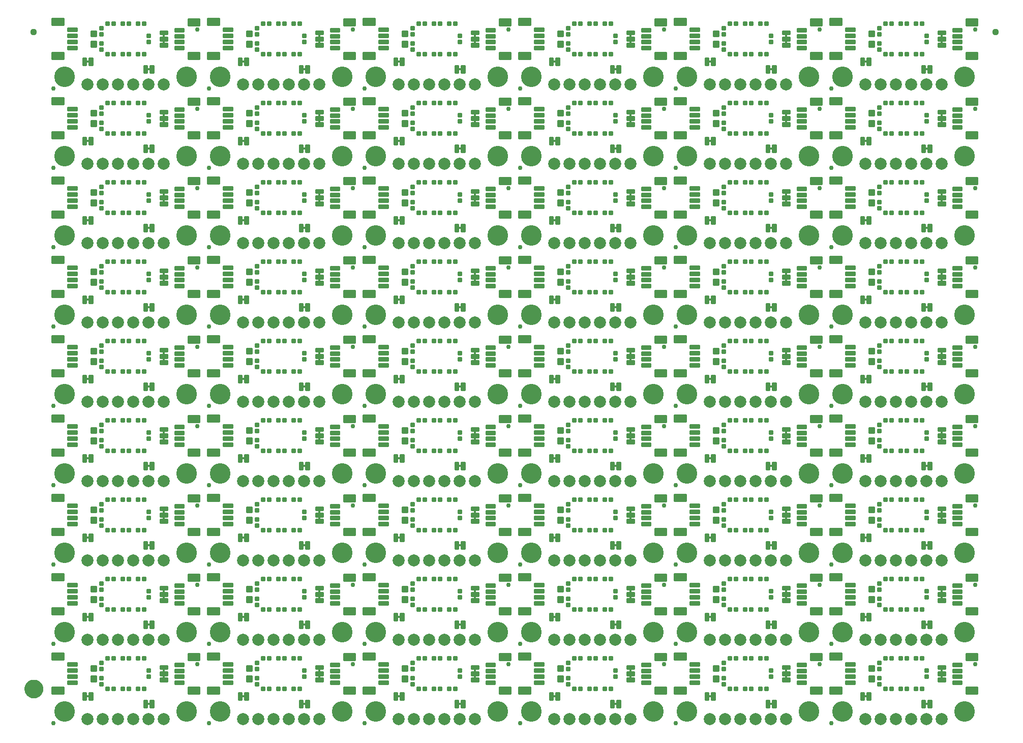
<source format=gts>
G04 EAGLE Gerber RS-274X export*
G75*
%MOMM*%
%FSLAX34Y34*%
%LPD*%
%INSoldermask Top*%
%IPPOS*%
%AMOC8*
5,1,8,0,0,1.08239X$1,22.5*%
G01*
%ADD10C,0.762000*%
%ADD11C,0.225369*%
%ADD12C,0.228344*%
%ADD13C,0.225588*%
%ADD14C,2.006600*%
%ADD15C,0.428259*%
%ADD16C,3.429000*%
%ADD17C,1.127000*%
%ADD18C,1.270000*%
%ADD19C,1.627000*%

G36*
X1487235Y477532D02*
X1487235Y477532D01*
X1487301Y477534D01*
X1487344Y477552D01*
X1487391Y477560D01*
X1487448Y477594D01*
X1487508Y477619D01*
X1487543Y477650D01*
X1487584Y477675D01*
X1487626Y477726D01*
X1487674Y477770D01*
X1487696Y477812D01*
X1487725Y477849D01*
X1487746Y477911D01*
X1487777Y477970D01*
X1487785Y478024D01*
X1487797Y478061D01*
X1487796Y478101D01*
X1487804Y478155D01*
X1487804Y481965D01*
X1487793Y482030D01*
X1487791Y482096D01*
X1487773Y482139D01*
X1487765Y482186D01*
X1487731Y482243D01*
X1487706Y482303D01*
X1487675Y482338D01*
X1487650Y482379D01*
X1487599Y482421D01*
X1487555Y482469D01*
X1487513Y482491D01*
X1487476Y482520D01*
X1487414Y482541D01*
X1487355Y482572D01*
X1487301Y482580D01*
X1487264Y482592D01*
X1487224Y482591D01*
X1487170Y482599D01*
X1484630Y482599D01*
X1484565Y482588D01*
X1484499Y482586D01*
X1484456Y482568D01*
X1484409Y482560D01*
X1484352Y482526D01*
X1484292Y482501D01*
X1484257Y482470D01*
X1484216Y482445D01*
X1484175Y482394D01*
X1484126Y482350D01*
X1484104Y482308D01*
X1484075Y482271D01*
X1484054Y482209D01*
X1484023Y482150D01*
X1484015Y482096D01*
X1484003Y482059D01*
X1484003Y482055D01*
X1484003Y482054D01*
X1484004Y482019D01*
X1483996Y481965D01*
X1483996Y478155D01*
X1484007Y478090D01*
X1484009Y478024D01*
X1484027Y477981D01*
X1484035Y477934D01*
X1484069Y477877D01*
X1484094Y477817D01*
X1484125Y477782D01*
X1484150Y477741D01*
X1484201Y477700D01*
X1484245Y477651D01*
X1484287Y477629D01*
X1484324Y477600D01*
X1484386Y477579D01*
X1484445Y477548D01*
X1484499Y477540D01*
X1484536Y477528D01*
X1484576Y477529D01*
X1484630Y477521D01*
X1487170Y477521D01*
X1487235Y477532D01*
G37*
G36*
X709995Y477532D02*
X709995Y477532D01*
X710061Y477534D01*
X710104Y477552D01*
X710151Y477560D01*
X710208Y477594D01*
X710268Y477619D01*
X710303Y477650D01*
X710344Y477675D01*
X710386Y477726D01*
X710434Y477770D01*
X710456Y477812D01*
X710485Y477849D01*
X710506Y477911D01*
X710537Y477970D01*
X710545Y478024D01*
X710557Y478061D01*
X710556Y478101D01*
X710564Y478155D01*
X710564Y481965D01*
X710553Y482030D01*
X710551Y482096D01*
X710533Y482139D01*
X710525Y482186D01*
X710491Y482243D01*
X710466Y482303D01*
X710435Y482338D01*
X710410Y482379D01*
X710359Y482421D01*
X710315Y482469D01*
X710273Y482491D01*
X710236Y482520D01*
X710174Y482541D01*
X710115Y482572D01*
X710061Y482580D01*
X710024Y482592D01*
X709984Y482591D01*
X709930Y482599D01*
X707390Y482599D01*
X707325Y482588D01*
X707259Y482586D01*
X707216Y482568D01*
X707169Y482560D01*
X707112Y482526D01*
X707052Y482501D01*
X707017Y482470D01*
X706976Y482445D01*
X706935Y482394D01*
X706886Y482350D01*
X706864Y482308D01*
X706835Y482271D01*
X706814Y482209D01*
X706783Y482150D01*
X706775Y482096D01*
X706763Y482059D01*
X706763Y482055D01*
X706763Y482054D01*
X706764Y482019D01*
X706756Y481965D01*
X706756Y478155D01*
X706767Y478090D01*
X706769Y478024D01*
X706787Y477981D01*
X706795Y477934D01*
X706829Y477877D01*
X706854Y477817D01*
X706885Y477782D01*
X706910Y477741D01*
X706961Y477700D01*
X707005Y477651D01*
X707047Y477629D01*
X707084Y477600D01*
X707146Y477579D01*
X707205Y477548D01*
X707259Y477540D01*
X707296Y477528D01*
X707336Y477529D01*
X707390Y477521D01*
X709930Y477521D01*
X709995Y477532D01*
G37*
G36*
X191835Y477532D02*
X191835Y477532D01*
X191901Y477534D01*
X191944Y477552D01*
X191991Y477560D01*
X192048Y477594D01*
X192108Y477619D01*
X192143Y477650D01*
X192184Y477675D01*
X192226Y477726D01*
X192274Y477770D01*
X192296Y477812D01*
X192325Y477849D01*
X192346Y477911D01*
X192377Y477970D01*
X192385Y478024D01*
X192397Y478061D01*
X192396Y478101D01*
X192404Y478155D01*
X192404Y481965D01*
X192393Y482030D01*
X192391Y482096D01*
X192373Y482139D01*
X192365Y482186D01*
X192331Y482243D01*
X192306Y482303D01*
X192275Y482338D01*
X192250Y482379D01*
X192199Y482421D01*
X192155Y482469D01*
X192113Y482491D01*
X192076Y482520D01*
X192014Y482541D01*
X191955Y482572D01*
X191901Y482580D01*
X191864Y482592D01*
X191824Y482591D01*
X191770Y482599D01*
X189230Y482599D01*
X189165Y482588D01*
X189099Y482586D01*
X189056Y482568D01*
X189009Y482560D01*
X188952Y482526D01*
X188892Y482501D01*
X188857Y482470D01*
X188816Y482445D01*
X188775Y482394D01*
X188726Y482350D01*
X188704Y482308D01*
X188675Y482271D01*
X188654Y482209D01*
X188623Y482150D01*
X188615Y482096D01*
X188603Y482059D01*
X188603Y482055D01*
X188603Y482054D01*
X188604Y482019D01*
X188596Y481965D01*
X188596Y478155D01*
X188607Y478090D01*
X188609Y478024D01*
X188627Y477981D01*
X188635Y477934D01*
X188669Y477877D01*
X188694Y477817D01*
X188725Y477782D01*
X188750Y477741D01*
X188801Y477700D01*
X188845Y477651D01*
X188887Y477629D01*
X188924Y477600D01*
X188986Y477579D01*
X189045Y477548D01*
X189099Y477540D01*
X189136Y477528D01*
X189176Y477529D01*
X189230Y477521D01*
X191770Y477521D01*
X191835Y477532D01*
G37*
G36*
X969075Y477532D02*
X969075Y477532D01*
X969141Y477534D01*
X969184Y477552D01*
X969231Y477560D01*
X969288Y477594D01*
X969348Y477619D01*
X969383Y477650D01*
X969424Y477675D01*
X969466Y477726D01*
X969514Y477770D01*
X969536Y477812D01*
X969565Y477849D01*
X969586Y477911D01*
X969617Y477970D01*
X969625Y478024D01*
X969637Y478061D01*
X969636Y478101D01*
X969644Y478155D01*
X969644Y481965D01*
X969633Y482030D01*
X969631Y482096D01*
X969613Y482139D01*
X969605Y482186D01*
X969571Y482243D01*
X969546Y482303D01*
X969515Y482338D01*
X969490Y482379D01*
X969439Y482421D01*
X969395Y482469D01*
X969353Y482491D01*
X969316Y482520D01*
X969254Y482541D01*
X969195Y482572D01*
X969141Y482580D01*
X969104Y482592D01*
X969064Y482591D01*
X969010Y482599D01*
X966470Y482599D01*
X966405Y482588D01*
X966339Y482586D01*
X966296Y482568D01*
X966249Y482560D01*
X966192Y482526D01*
X966132Y482501D01*
X966097Y482470D01*
X966056Y482445D01*
X966015Y482394D01*
X965966Y482350D01*
X965944Y482308D01*
X965915Y482271D01*
X965894Y482209D01*
X965863Y482150D01*
X965855Y482096D01*
X965843Y482059D01*
X965843Y482055D01*
X965843Y482054D01*
X965844Y482019D01*
X965836Y481965D01*
X965836Y478155D01*
X965847Y478090D01*
X965849Y478024D01*
X965867Y477981D01*
X965875Y477934D01*
X965909Y477877D01*
X965934Y477817D01*
X965965Y477782D01*
X965990Y477741D01*
X966041Y477700D01*
X966085Y477651D01*
X966127Y477629D01*
X966164Y477600D01*
X966226Y477579D01*
X966285Y477548D01*
X966339Y477540D01*
X966376Y477528D01*
X966416Y477529D01*
X966470Y477521D01*
X969010Y477521D01*
X969075Y477532D01*
G37*
G36*
X1228155Y477532D02*
X1228155Y477532D01*
X1228221Y477534D01*
X1228264Y477552D01*
X1228311Y477560D01*
X1228368Y477594D01*
X1228428Y477619D01*
X1228463Y477650D01*
X1228504Y477675D01*
X1228546Y477726D01*
X1228594Y477770D01*
X1228616Y477812D01*
X1228645Y477849D01*
X1228666Y477911D01*
X1228697Y477970D01*
X1228705Y478024D01*
X1228717Y478061D01*
X1228716Y478101D01*
X1228724Y478155D01*
X1228724Y481965D01*
X1228713Y482030D01*
X1228711Y482096D01*
X1228693Y482139D01*
X1228685Y482186D01*
X1228651Y482243D01*
X1228626Y482303D01*
X1228595Y482338D01*
X1228570Y482379D01*
X1228519Y482421D01*
X1228475Y482469D01*
X1228433Y482491D01*
X1228396Y482520D01*
X1228334Y482541D01*
X1228275Y482572D01*
X1228221Y482580D01*
X1228184Y482592D01*
X1228144Y482591D01*
X1228090Y482599D01*
X1225550Y482599D01*
X1225485Y482588D01*
X1225419Y482586D01*
X1225376Y482568D01*
X1225329Y482560D01*
X1225272Y482526D01*
X1225212Y482501D01*
X1225177Y482470D01*
X1225136Y482445D01*
X1225095Y482394D01*
X1225046Y482350D01*
X1225024Y482308D01*
X1224995Y482271D01*
X1224974Y482209D01*
X1224943Y482150D01*
X1224935Y482096D01*
X1224923Y482059D01*
X1224923Y482055D01*
X1224923Y482054D01*
X1224924Y482019D01*
X1224916Y481965D01*
X1224916Y478155D01*
X1224927Y478090D01*
X1224929Y478024D01*
X1224947Y477981D01*
X1224955Y477934D01*
X1224989Y477877D01*
X1225014Y477817D01*
X1225045Y477782D01*
X1225070Y477741D01*
X1225121Y477700D01*
X1225165Y477651D01*
X1225207Y477629D01*
X1225244Y477600D01*
X1225306Y477579D01*
X1225365Y477548D01*
X1225419Y477540D01*
X1225456Y477528D01*
X1225496Y477529D01*
X1225550Y477521D01*
X1228090Y477521D01*
X1228155Y477532D01*
G37*
G36*
X450915Y477532D02*
X450915Y477532D01*
X450981Y477534D01*
X451024Y477552D01*
X451071Y477560D01*
X451128Y477594D01*
X451188Y477619D01*
X451223Y477650D01*
X451264Y477675D01*
X451306Y477726D01*
X451354Y477770D01*
X451376Y477812D01*
X451405Y477849D01*
X451426Y477911D01*
X451457Y477970D01*
X451465Y478024D01*
X451477Y478061D01*
X451476Y478101D01*
X451484Y478155D01*
X451484Y481965D01*
X451473Y482030D01*
X451471Y482096D01*
X451453Y482139D01*
X451445Y482186D01*
X451411Y482243D01*
X451386Y482303D01*
X451355Y482338D01*
X451330Y482379D01*
X451279Y482421D01*
X451235Y482469D01*
X451193Y482491D01*
X451156Y482520D01*
X451094Y482541D01*
X451035Y482572D01*
X450981Y482580D01*
X450944Y482592D01*
X450904Y482591D01*
X450850Y482599D01*
X448310Y482599D01*
X448245Y482588D01*
X448179Y482586D01*
X448136Y482568D01*
X448089Y482560D01*
X448032Y482526D01*
X447972Y482501D01*
X447937Y482470D01*
X447896Y482445D01*
X447855Y482394D01*
X447806Y482350D01*
X447784Y482308D01*
X447755Y482271D01*
X447734Y482209D01*
X447703Y482150D01*
X447695Y482096D01*
X447683Y482059D01*
X447683Y482055D01*
X447683Y482054D01*
X447684Y482019D01*
X447676Y481965D01*
X447676Y478155D01*
X447687Y478090D01*
X447689Y478024D01*
X447707Y477981D01*
X447715Y477934D01*
X447749Y477877D01*
X447774Y477817D01*
X447805Y477782D01*
X447830Y477741D01*
X447881Y477700D01*
X447925Y477651D01*
X447967Y477629D01*
X448004Y477600D01*
X448066Y477579D01*
X448125Y477548D01*
X448179Y477540D01*
X448216Y477528D01*
X448256Y477529D01*
X448310Y477521D01*
X450850Y477521D01*
X450915Y477532D01*
G37*
G36*
X969075Y1148092D02*
X969075Y1148092D01*
X969141Y1148094D01*
X969184Y1148112D01*
X969231Y1148120D01*
X969288Y1148154D01*
X969348Y1148179D01*
X969383Y1148210D01*
X969424Y1148235D01*
X969466Y1148286D01*
X969514Y1148330D01*
X969536Y1148372D01*
X969565Y1148409D01*
X969586Y1148471D01*
X969617Y1148530D01*
X969625Y1148584D01*
X969637Y1148621D01*
X969636Y1148661D01*
X969644Y1148715D01*
X969644Y1152525D01*
X969633Y1152590D01*
X969631Y1152656D01*
X969613Y1152699D01*
X969605Y1152746D01*
X969571Y1152803D01*
X969546Y1152863D01*
X969515Y1152898D01*
X969490Y1152939D01*
X969439Y1152981D01*
X969395Y1153029D01*
X969353Y1153051D01*
X969316Y1153080D01*
X969254Y1153101D01*
X969195Y1153132D01*
X969141Y1153140D01*
X969104Y1153152D01*
X969064Y1153151D01*
X969010Y1153159D01*
X966470Y1153159D01*
X966405Y1153148D01*
X966339Y1153146D01*
X966296Y1153128D01*
X966249Y1153120D01*
X966192Y1153086D01*
X966132Y1153061D01*
X966097Y1153030D01*
X966056Y1153005D01*
X966015Y1152954D01*
X965966Y1152910D01*
X965944Y1152868D01*
X965915Y1152831D01*
X965894Y1152769D01*
X965863Y1152710D01*
X965855Y1152656D01*
X965843Y1152619D01*
X965843Y1152615D01*
X965843Y1152614D01*
X965844Y1152579D01*
X965836Y1152525D01*
X965836Y1148715D01*
X965847Y1148650D01*
X965849Y1148584D01*
X965867Y1148541D01*
X965875Y1148494D01*
X965909Y1148437D01*
X965934Y1148377D01*
X965965Y1148342D01*
X965990Y1148301D01*
X966041Y1148260D01*
X966085Y1148211D01*
X966127Y1148189D01*
X966164Y1148160D01*
X966226Y1148139D01*
X966285Y1148108D01*
X966339Y1148100D01*
X966376Y1148088D01*
X966416Y1148089D01*
X966470Y1148081D01*
X969010Y1148081D01*
X969075Y1148092D01*
G37*
G36*
X1487235Y1137932D02*
X1487235Y1137932D01*
X1487301Y1137934D01*
X1487344Y1137952D01*
X1487391Y1137960D01*
X1487448Y1137994D01*
X1487508Y1138019D01*
X1487543Y1138050D01*
X1487584Y1138075D01*
X1487626Y1138126D01*
X1487674Y1138170D01*
X1487696Y1138212D01*
X1487725Y1138249D01*
X1487746Y1138311D01*
X1487777Y1138370D01*
X1487785Y1138424D01*
X1487797Y1138461D01*
X1487796Y1138501D01*
X1487804Y1138555D01*
X1487804Y1142365D01*
X1487793Y1142430D01*
X1487791Y1142496D01*
X1487773Y1142539D01*
X1487765Y1142586D01*
X1487731Y1142643D01*
X1487706Y1142703D01*
X1487675Y1142738D01*
X1487650Y1142779D01*
X1487599Y1142821D01*
X1487555Y1142869D01*
X1487513Y1142891D01*
X1487476Y1142920D01*
X1487414Y1142941D01*
X1487355Y1142972D01*
X1487301Y1142980D01*
X1487264Y1142992D01*
X1487224Y1142991D01*
X1487170Y1142999D01*
X1484630Y1142999D01*
X1484565Y1142988D01*
X1484499Y1142986D01*
X1484456Y1142968D01*
X1484409Y1142960D01*
X1484352Y1142926D01*
X1484292Y1142901D01*
X1484257Y1142870D01*
X1484216Y1142845D01*
X1484175Y1142794D01*
X1484126Y1142750D01*
X1484104Y1142708D01*
X1484075Y1142671D01*
X1484054Y1142609D01*
X1484023Y1142550D01*
X1484015Y1142496D01*
X1484003Y1142459D01*
X1484003Y1142455D01*
X1484003Y1142454D01*
X1484004Y1142419D01*
X1483996Y1142365D01*
X1483996Y1138555D01*
X1484007Y1138490D01*
X1484009Y1138424D01*
X1484027Y1138381D01*
X1484035Y1138334D01*
X1484069Y1138277D01*
X1484094Y1138217D01*
X1484125Y1138182D01*
X1484150Y1138141D01*
X1484201Y1138100D01*
X1484245Y1138051D01*
X1484287Y1138029D01*
X1484324Y1138000D01*
X1484386Y1137979D01*
X1484445Y1137948D01*
X1484499Y1137940D01*
X1484536Y1137928D01*
X1484576Y1137929D01*
X1484630Y1137921D01*
X1487170Y1137921D01*
X1487235Y1137932D01*
G37*
G36*
X191835Y1137932D02*
X191835Y1137932D01*
X191901Y1137934D01*
X191944Y1137952D01*
X191991Y1137960D01*
X192048Y1137994D01*
X192108Y1138019D01*
X192143Y1138050D01*
X192184Y1138075D01*
X192226Y1138126D01*
X192274Y1138170D01*
X192296Y1138212D01*
X192325Y1138249D01*
X192346Y1138311D01*
X192377Y1138370D01*
X192385Y1138424D01*
X192397Y1138461D01*
X192396Y1138501D01*
X192404Y1138555D01*
X192404Y1142365D01*
X192393Y1142430D01*
X192391Y1142496D01*
X192373Y1142539D01*
X192365Y1142586D01*
X192331Y1142643D01*
X192306Y1142703D01*
X192275Y1142738D01*
X192250Y1142779D01*
X192199Y1142821D01*
X192155Y1142869D01*
X192113Y1142891D01*
X192076Y1142920D01*
X192014Y1142941D01*
X191955Y1142972D01*
X191901Y1142980D01*
X191864Y1142992D01*
X191824Y1142991D01*
X191770Y1142999D01*
X189230Y1142999D01*
X189165Y1142988D01*
X189099Y1142986D01*
X189056Y1142968D01*
X189009Y1142960D01*
X188952Y1142926D01*
X188892Y1142901D01*
X188857Y1142870D01*
X188816Y1142845D01*
X188775Y1142794D01*
X188726Y1142750D01*
X188704Y1142708D01*
X188675Y1142671D01*
X188654Y1142609D01*
X188623Y1142550D01*
X188615Y1142496D01*
X188603Y1142459D01*
X188603Y1142455D01*
X188603Y1142454D01*
X188604Y1142419D01*
X188596Y1142365D01*
X188596Y1138555D01*
X188607Y1138490D01*
X188609Y1138424D01*
X188627Y1138381D01*
X188635Y1138334D01*
X188669Y1138277D01*
X188694Y1138217D01*
X188725Y1138182D01*
X188750Y1138141D01*
X188801Y1138100D01*
X188845Y1138051D01*
X188887Y1138029D01*
X188924Y1138000D01*
X188986Y1137979D01*
X189045Y1137948D01*
X189099Y1137940D01*
X189136Y1137928D01*
X189176Y1137929D01*
X189230Y1137921D01*
X191770Y1137921D01*
X191835Y1137932D01*
G37*
G36*
X709995Y1137932D02*
X709995Y1137932D01*
X710061Y1137934D01*
X710104Y1137952D01*
X710151Y1137960D01*
X710208Y1137994D01*
X710268Y1138019D01*
X710303Y1138050D01*
X710344Y1138075D01*
X710386Y1138126D01*
X710434Y1138170D01*
X710456Y1138212D01*
X710485Y1138249D01*
X710506Y1138311D01*
X710537Y1138370D01*
X710545Y1138424D01*
X710557Y1138461D01*
X710556Y1138501D01*
X710564Y1138555D01*
X710564Y1142365D01*
X710553Y1142430D01*
X710551Y1142496D01*
X710533Y1142539D01*
X710525Y1142586D01*
X710491Y1142643D01*
X710466Y1142703D01*
X710435Y1142738D01*
X710410Y1142779D01*
X710359Y1142821D01*
X710315Y1142869D01*
X710273Y1142891D01*
X710236Y1142920D01*
X710174Y1142941D01*
X710115Y1142972D01*
X710061Y1142980D01*
X710024Y1142992D01*
X709984Y1142991D01*
X709930Y1142999D01*
X707390Y1142999D01*
X707325Y1142988D01*
X707259Y1142986D01*
X707216Y1142968D01*
X707169Y1142960D01*
X707112Y1142926D01*
X707052Y1142901D01*
X707017Y1142870D01*
X706976Y1142845D01*
X706935Y1142794D01*
X706886Y1142750D01*
X706864Y1142708D01*
X706835Y1142671D01*
X706814Y1142609D01*
X706783Y1142550D01*
X706775Y1142496D01*
X706763Y1142459D01*
X706763Y1142455D01*
X706763Y1142454D01*
X706764Y1142419D01*
X706756Y1142365D01*
X706756Y1138555D01*
X706767Y1138490D01*
X706769Y1138424D01*
X706787Y1138381D01*
X706795Y1138334D01*
X706829Y1138277D01*
X706854Y1138217D01*
X706885Y1138182D01*
X706910Y1138141D01*
X706961Y1138100D01*
X707005Y1138051D01*
X707047Y1138029D01*
X707084Y1138000D01*
X707146Y1137979D01*
X707205Y1137948D01*
X707259Y1137940D01*
X707296Y1137928D01*
X707336Y1137929D01*
X707390Y1137921D01*
X709930Y1137921D01*
X709995Y1137932D01*
G37*
G36*
X1228155Y1137932D02*
X1228155Y1137932D01*
X1228221Y1137934D01*
X1228264Y1137952D01*
X1228311Y1137960D01*
X1228368Y1137994D01*
X1228428Y1138019D01*
X1228463Y1138050D01*
X1228504Y1138075D01*
X1228546Y1138126D01*
X1228594Y1138170D01*
X1228616Y1138212D01*
X1228645Y1138249D01*
X1228666Y1138311D01*
X1228697Y1138370D01*
X1228705Y1138424D01*
X1228717Y1138461D01*
X1228716Y1138501D01*
X1228724Y1138555D01*
X1228724Y1142365D01*
X1228713Y1142430D01*
X1228711Y1142496D01*
X1228693Y1142539D01*
X1228685Y1142586D01*
X1228651Y1142643D01*
X1228626Y1142703D01*
X1228595Y1142738D01*
X1228570Y1142779D01*
X1228519Y1142821D01*
X1228475Y1142869D01*
X1228433Y1142891D01*
X1228396Y1142920D01*
X1228334Y1142941D01*
X1228275Y1142972D01*
X1228221Y1142980D01*
X1228184Y1142992D01*
X1228144Y1142991D01*
X1228090Y1142999D01*
X1225550Y1142999D01*
X1225485Y1142988D01*
X1225419Y1142986D01*
X1225376Y1142968D01*
X1225329Y1142960D01*
X1225272Y1142926D01*
X1225212Y1142901D01*
X1225177Y1142870D01*
X1225136Y1142845D01*
X1225095Y1142794D01*
X1225046Y1142750D01*
X1225024Y1142708D01*
X1224995Y1142671D01*
X1224974Y1142609D01*
X1224943Y1142550D01*
X1224935Y1142496D01*
X1224923Y1142459D01*
X1224923Y1142455D01*
X1224923Y1142454D01*
X1224924Y1142419D01*
X1224916Y1142365D01*
X1224916Y1138555D01*
X1224927Y1138490D01*
X1224929Y1138424D01*
X1224947Y1138381D01*
X1224955Y1138334D01*
X1224989Y1138277D01*
X1225014Y1138217D01*
X1225045Y1138182D01*
X1225070Y1138141D01*
X1225121Y1138100D01*
X1225165Y1138051D01*
X1225207Y1138029D01*
X1225244Y1138000D01*
X1225306Y1137979D01*
X1225365Y1137948D01*
X1225419Y1137940D01*
X1225456Y1137928D01*
X1225496Y1137929D01*
X1225550Y1137921D01*
X1228090Y1137921D01*
X1228155Y1137932D01*
G37*
G36*
X450915Y1137932D02*
X450915Y1137932D01*
X450981Y1137934D01*
X451024Y1137952D01*
X451071Y1137960D01*
X451128Y1137994D01*
X451188Y1138019D01*
X451223Y1138050D01*
X451264Y1138075D01*
X451306Y1138126D01*
X451354Y1138170D01*
X451376Y1138212D01*
X451405Y1138249D01*
X451426Y1138311D01*
X451457Y1138370D01*
X451465Y1138424D01*
X451477Y1138461D01*
X451476Y1138501D01*
X451484Y1138555D01*
X451484Y1142365D01*
X451473Y1142430D01*
X451471Y1142496D01*
X451453Y1142539D01*
X451445Y1142586D01*
X451411Y1142643D01*
X451386Y1142703D01*
X451355Y1142738D01*
X451330Y1142779D01*
X451279Y1142821D01*
X451235Y1142869D01*
X451193Y1142891D01*
X451156Y1142920D01*
X451094Y1142941D01*
X451035Y1142972D01*
X450981Y1142980D01*
X450944Y1142992D01*
X450904Y1142991D01*
X450850Y1142999D01*
X448310Y1142999D01*
X448245Y1142988D01*
X448179Y1142986D01*
X448136Y1142968D01*
X448089Y1142960D01*
X448032Y1142926D01*
X447972Y1142901D01*
X447937Y1142870D01*
X447896Y1142845D01*
X447855Y1142794D01*
X447806Y1142750D01*
X447784Y1142708D01*
X447755Y1142671D01*
X447734Y1142609D01*
X447703Y1142550D01*
X447695Y1142496D01*
X447683Y1142459D01*
X447683Y1142455D01*
X447683Y1142454D01*
X447684Y1142419D01*
X447676Y1142365D01*
X447676Y1138555D01*
X447687Y1138490D01*
X447689Y1138424D01*
X447707Y1138381D01*
X447715Y1138334D01*
X447749Y1138277D01*
X447774Y1138217D01*
X447805Y1138182D01*
X447830Y1138141D01*
X447881Y1138100D01*
X447925Y1138051D01*
X447967Y1138029D01*
X448004Y1138000D01*
X448066Y1137979D01*
X448125Y1137948D01*
X448179Y1137940D01*
X448216Y1137928D01*
X448256Y1137929D01*
X448310Y1137921D01*
X450850Y1137921D01*
X450915Y1137932D01*
G37*
G36*
X969075Y1137932D02*
X969075Y1137932D01*
X969141Y1137934D01*
X969184Y1137952D01*
X969231Y1137960D01*
X969288Y1137994D01*
X969348Y1138019D01*
X969383Y1138050D01*
X969424Y1138075D01*
X969466Y1138126D01*
X969514Y1138170D01*
X969536Y1138212D01*
X969565Y1138249D01*
X969586Y1138311D01*
X969617Y1138370D01*
X969625Y1138424D01*
X969637Y1138461D01*
X969636Y1138501D01*
X969644Y1138555D01*
X969644Y1142365D01*
X969633Y1142430D01*
X969631Y1142496D01*
X969613Y1142539D01*
X969605Y1142586D01*
X969571Y1142643D01*
X969546Y1142703D01*
X969515Y1142738D01*
X969490Y1142779D01*
X969439Y1142821D01*
X969395Y1142869D01*
X969353Y1142891D01*
X969316Y1142920D01*
X969254Y1142941D01*
X969195Y1142972D01*
X969141Y1142980D01*
X969104Y1142992D01*
X969064Y1142991D01*
X969010Y1142999D01*
X966470Y1142999D01*
X966405Y1142988D01*
X966339Y1142986D01*
X966296Y1142968D01*
X966249Y1142960D01*
X966192Y1142926D01*
X966132Y1142901D01*
X966097Y1142870D01*
X966056Y1142845D01*
X966015Y1142794D01*
X965966Y1142750D01*
X965944Y1142708D01*
X965915Y1142671D01*
X965894Y1142609D01*
X965863Y1142550D01*
X965855Y1142496D01*
X965843Y1142459D01*
X965843Y1142455D01*
X965843Y1142454D01*
X965844Y1142419D01*
X965836Y1142365D01*
X965836Y1138555D01*
X965847Y1138490D01*
X965849Y1138424D01*
X965867Y1138381D01*
X965875Y1138334D01*
X965909Y1138277D01*
X965934Y1138217D01*
X965965Y1138182D01*
X965990Y1138141D01*
X966041Y1138100D01*
X966085Y1138051D01*
X966127Y1138029D01*
X966164Y1138000D01*
X966226Y1137979D01*
X966285Y1137948D01*
X966339Y1137940D01*
X966376Y1137928D01*
X966416Y1137929D01*
X966470Y1137921D01*
X969010Y1137921D01*
X969075Y1137932D01*
G37*
G36*
X191835Y619772D02*
X191835Y619772D01*
X191901Y619774D01*
X191944Y619792D01*
X191991Y619800D01*
X192048Y619834D01*
X192108Y619859D01*
X192143Y619890D01*
X192184Y619915D01*
X192226Y619966D01*
X192274Y620010D01*
X192296Y620052D01*
X192325Y620089D01*
X192346Y620151D01*
X192377Y620210D01*
X192385Y620264D01*
X192397Y620301D01*
X192396Y620341D01*
X192404Y620395D01*
X192404Y624205D01*
X192393Y624270D01*
X192391Y624336D01*
X192373Y624379D01*
X192365Y624426D01*
X192331Y624483D01*
X192306Y624543D01*
X192275Y624578D01*
X192250Y624619D01*
X192199Y624661D01*
X192155Y624709D01*
X192113Y624731D01*
X192076Y624760D01*
X192014Y624781D01*
X191955Y624812D01*
X191901Y624820D01*
X191864Y624832D01*
X191824Y624831D01*
X191770Y624839D01*
X189230Y624839D01*
X189165Y624828D01*
X189099Y624826D01*
X189056Y624808D01*
X189009Y624800D01*
X188952Y624766D01*
X188892Y624741D01*
X188857Y624710D01*
X188816Y624685D01*
X188775Y624634D01*
X188726Y624590D01*
X188704Y624548D01*
X188675Y624511D01*
X188654Y624449D01*
X188623Y624390D01*
X188615Y624336D01*
X188603Y624299D01*
X188603Y624295D01*
X188603Y624294D01*
X188604Y624259D01*
X188596Y624205D01*
X188596Y620395D01*
X188607Y620330D01*
X188609Y620264D01*
X188627Y620221D01*
X188635Y620174D01*
X188669Y620117D01*
X188694Y620057D01*
X188725Y620022D01*
X188750Y619981D01*
X188801Y619940D01*
X188845Y619891D01*
X188887Y619869D01*
X188924Y619840D01*
X188986Y619819D01*
X189045Y619788D01*
X189099Y619780D01*
X189136Y619768D01*
X189176Y619769D01*
X189230Y619761D01*
X191770Y619761D01*
X191835Y619772D01*
G37*
G36*
X969075Y619772D02*
X969075Y619772D01*
X969141Y619774D01*
X969184Y619792D01*
X969231Y619800D01*
X969288Y619834D01*
X969348Y619859D01*
X969383Y619890D01*
X969424Y619915D01*
X969466Y619966D01*
X969514Y620010D01*
X969536Y620052D01*
X969565Y620089D01*
X969586Y620151D01*
X969617Y620210D01*
X969625Y620264D01*
X969637Y620301D01*
X969636Y620341D01*
X969644Y620395D01*
X969644Y624205D01*
X969633Y624270D01*
X969631Y624336D01*
X969613Y624379D01*
X969605Y624426D01*
X969571Y624483D01*
X969546Y624543D01*
X969515Y624578D01*
X969490Y624619D01*
X969439Y624661D01*
X969395Y624709D01*
X969353Y624731D01*
X969316Y624760D01*
X969254Y624781D01*
X969195Y624812D01*
X969141Y624820D01*
X969104Y624832D01*
X969064Y624831D01*
X969010Y624839D01*
X966470Y624839D01*
X966405Y624828D01*
X966339Y624826D01*
X966296Y624808D01*
X966249Y624800D01*
X966192Y624766D01*
X966132Y624741D01*
X966097Y624710D01*
X966056Y624685D01*
X966015Y624634D01*
X965966Y624590D01*
X965944Y624548D01*
X965915Y624511D01*
X965894Y624449D01*
X965863Y624390D01*
X965855Y624336D01*
X965843Y624299D01*
X965843Y624295D01*
X965843Y624294D01*
X965844Y624259D01*
X965836Y624205D01*
X965836Y620395D01*
X965847Y620330D01*
X965849Y620264D01*
X965867Y620221D01*
X965875Y620174D01*
X965909Y620117D01*
X965934Y620057D01*
X965965Y620022D01*
X965990Y619981D01*
X966041Y619940D01*
X966085Y619891D01*
X966127Y619869D01*
X966164Y619840D01*
X966226Y619819D01*
X966285Y619788D01*
X966339Y619780D01*
X966376Y619768D01*
X966416Y619769D01*
X966470Y619761D01*
X969010Y619761D01*
X969075Y619772D01*
G37*
G36*
X450915Y619772D02*
X450915Y619772D01*
X450981Y619774D01*
X451024Y619792D01*
X451071Y619800D01*
X451128Y619834D01*
X451188Y619859D01*
X451223Y619890D01*
X451264Y619915D01*
X451306Y619966D01*
X451354Y620010D01*
X451376Y620052D01*
X451405Y620089D01*
X451426Y620151D01*
X451457Y620210D01*
X451465Y620264D01*
X451477Y620301D01*
X451476Y620341D01*
X451484Y620395D01*
X451484Y624205D01*
X451473Y624270D01*
X451471Y624336D01*
X451453Y624379D01*
X451445Y624426D01*
X451411Y624483D01*
X451386Y624543D01*
X451355Y624578D01*
X451330Y624619D01*
X451279Y624661D01*
X451235Y624709D01*
X451193Y624731D01*
X451156Y624760D01*
X451094Y624781D01*
X451035Y624812D01*
X450981Y624820D01*
X450944Y624832D01*
X450904Y624831D01*
X450850Y624839D01*
X448310Y624839D01*
X448245Y624828D01*
X448179Y624826D01*
X448136Y624808D01*
X448089Y624800D01*
X448032Y624766D01*
X447972Y624741D01*
X447937Y624710D01*
X447896Y624685D01*
X447855Y624634D01*
X447806Y624590D01*
X447784Y624548D01*
X447755Y624511D01*
X447734Y624449D01*
X447703Y624390D01*
X447695Y624336D01*
X447683Y624299D01*
X447683Y624295D01*
X447683Y624294D01*
X447684Y624259D01*
X447676Y624205D01*
X447676Y620395D01*
X447687Y620330D01*
X447689Y620264D01*
X447707Y620221D01*
X447715Y620174D01*
X447749Y620117D01*
X447774Y620057D01*
X447805Y620022D01*
X447830Y619981D01*
X447881Y619940D01*
X447925Y619891D01*
X447967Y619869D01*
X448004Y619840D01*
X448066Y619819D01*
X448125Y619788D01*
X448179Y619780D01*
X448216Y619768D01*
X448256Y619769D01*
X448310Y619761D01*
X450850Y619761D01*
X450915Y619772D01*
G37*
G36*
X1487235Y619772D02*
X1487235Y619772D01*
X1487301Y619774D01*
X1487344Y619792D01*
X1487391Y619800D01*
X1487448Y619834D01*
X1487508Y619859D01*
X1487543Y619890D01*
X1487584Y619915D01*
X1487626Y619966D01*
X1487674Y620010D01*
X1487696Y620052D01*
X1487725Y620089D01*
X1487746Y620151D01*
X1487777Y620210D01*
X1487785Y620264D01*
X1487797Y620301D01*
X1487796Y620341D01*
X1487804Y620395D01*
X1487804Y624205D01*
X1487793Y624270D01*
X1487791Y624336D01*
X1487773Y624379D01*
X1487765Y624426D01*
X1487731Y624483D01*
X1487706Y624543D01*
X1487675Y624578D01*
X1487650Y624619D01*
X1487599Y624661D01*
X1487555Y624709D01*
X1487513Y624731D01*
X1487476Y624760D01*
X1487414Y624781D01*
X1487355Y624812D01*
X1487301Y624820D01*
X1487264Y624832D01*
X1487224Y624831D01*
X1487170Y624839D01*
X1484630Y624839D01*
X1484565Y624828D01*
X1484499Y624826D01*
X1484456Y624808D01*
X1484409Y624800D01*
X1484352Y624766D01*
X1484292Y624741D01*
X1484257Y624710D01*
X1484216Y624685D01*
X1484175Y624634D01*
X1484126Y624590D01*
X1484104Y624548D01*
X1484075Y624511D01*
X1484054Y624449D01*
X1484023Y624390D01*
X1484015Y624336D01*
X1484003Y624299D01*
X1484003Y624295D01*
X1484003Y624294D01*
X1484004Y624259D01*
X1483996Y624205D01*
X1483996Y620395D01*
X1484007Y620330D01*
X1484009Y620264D01*
X1484027Y620221D01*
X1484035Y620174D01*
X1484069Y620117D01*
X1484094Y620057D01*
X1484125Y620022D01*
X1484150Y619981D01*
X1484201Y619940D01*
X1484245Y619891D01*
X1484287Y619869D01*
X1484324Y619840D01*
X1484386Y619819D01*
X1484445Y619788D01*
X1484499Y619780D01*
X1484536Y619768D01*
X1484576Y619769D01*
X1484630Y619761D01*
X1487170Y619761D01*
X1487235Y619772D01*
G37*
G36*
X709995Y619772D02*
X709995Y619772D01*
X710061Y619774D01*
X710104Y619792D01*
X710151Y619800D01*
X710208Y619834D01*
X710268Y619859D01*
X710303Y619890D01*
X710344Y619915D01*
X710386Y619966D01*
X710434Y620010D01*
X710456Y620052D01*
X710485Y620089D01*
X710506Y620151D01*
X710537Y620210D01*
X710545Y620264D01*
X710557Y620301D01*
X710556Y620341D01*
X710564Y620395D01*
X710564Y624205D01*
X710553Y624270D01*
X710551Y624336D01*
X710533Y624379D01*
X710525Y624426D01*
X710491Y624483D01*
X710466Y624543D01*
X710435Y624578D01*
X710410Y624619D01*
X710359Y624661D01*
X710315Y624709D01*
X710273Y624731D01*
X710236Y624760D01*
X710174Y624781D01*
X710115Y624812D01*
X710061Y624820D01*
X710024Y624832D01*
X709984Y624831D01*
X709930Y624839D01*
X707390Y624839D01*
X707325Y624828D01*
X707259Y624826D01*
X707216Y624808D01*
X707169Y624800D01*
X707112Y624766D01*
X707052Y624741D01*
X707017Y624710D01*
X706976Y624685D01*
X706935Y624634D01*
X706886Y624590D01*
X706864Y624548D01*
X706835Y624511D01*
X706814Y624449D01*
X706783Y624390D01*
X706775Y624336D01*
X706763Y624299D01*
X706763Y624295D01*
X706763Y624294D01*
X706764Y624259D01*
X706756Y624205D01*
X706756Y620395D01*
X706767Y620330D01*
X706769Y620264D01*
X706787Y620221D01*
X706795Y620174D01*
X706829Y620117D01*
X706854Y620057D01*
X706885Y620022D01*
X706910Y619981D01*
X706961Y619940D01*
X707005Y619891D01*
X707047Y619869D01*
X707084Y619840D01*
X707146Y619819D01*
X707205Y619788D01*
X707259Y619780D01*
X707296Y619768D01*
X707336Y619769D01*
X707390Y619761D01*
X709930Y619761D01*
X709995Y619772D01*
G37*
G36*
X1228155Y619772D02*
X1228155Y619772D01*
X1228221Y619774D01*
X1228264Y619792D01*
X1228311Y619800D01*
X1228368Y619834D01*
X1228428Y619859D01*
X1228463Y619890D01*
X1228504Y619915D01*
X1228546Y619966D01*
X1228594Y620010D01*
X1228616Y620052D01*
X1228645Y620089D01*
X1228666Y620151D01*
X1228697Y620210D01*
X1228705Y620264D01*
X1228717Y620301D01*
X1228716Y620341D01*
X1228724Y620395D01*
X1228724Y624205D01*
X1228713Y624270D01*
X1228711Y624336D01*
X1228693Y624379D01*
X1228685Y624426D01*
X1228651Y624483D01*
X1228626Y624543D01*
X1228595Y624578D01*
X1228570Y624619D01*
X1228519Y624661D01*
X1228475Y624709D01*
X1228433Y624731D01*
X1228396Y624760D01*
X1228334Y624781D01*
X1228275Y624812D01*
X1228221Y624820D01*
X1228184Y624832D01*
X1228144Y624831D01*
X1228090Y624839D01*
X1225550Y624839D01*
X1225485Y624828D01*
X1225419Y624826D01*
X1225376Y624808D01*
X1225329Y624800D01*
X1225272Y624766D01*
X1225212Y624741D01*
X1225177Y624710D01*
X1225136Y624685D01*
X1225095Y624634D01*
X1225046Y624590D01*
X1225024Y624548D01*
X1224995Y624511D01*
X1224974Y624449D01*
X1224943Y624390D01*
X1224935Y624336D01*
X1224923Y624299D01*
X1224923Y624295D01*
X1224923Y624294D01*
X1224924Y624259D01*
X1224916Y624205D01*
X1224916Y620395D01*
X1224927Y620330D01*
X1224929Y620264D01*
X1224947Y620221D01*
X1224955Y620174D01*
X1224989Y620117D01*
X1225014Y620057D01*
X1225045Y620022D01*
X1225070Y619981D01*
X1225121Y619940D01*
X1225165Y619891D01*
X1225207Y619869D01*
X1225244Y619840D01*
X1225306Y619819D01*
X1225365Y619788D01*
X1225419Y619780D01*
X1225456Y619768D01*
X1225496Y619769D01*
X1225550Y619761D01*
X1228090Y619761D01*
X1228155Y619772D01*
G37*
G36*
X1228155Y609612D02*
X1228155Y609612D01*
X1228221Y609614D01*
X1228264Y609632D01*
X1228311Y609640D01*
X1228368Y609674D01*
X1228428Y609699D01*
X1228463Y609730D01*
X1228504Y609755D01*
X1228546Y609806D01*
X1228594Y609850D01*
X1228616Y609892D01*
X1228645Y609929D01*
X1228666Y609991D01*
X1228697Y610050D01*
X1228705Y610104D01*
X1228717Y610141D01*
X1228716Y610181D01*
X1228724Y610235D01*
X1228724Y614045D01*
X1228713Y614110D01*
X1228711Y614176D01*
X1228693Y614219D01*
X1228685Y614266D01*
X1228651Y614323D01*
X1228626Y614383D01*
X1228595Y614418D01*
X1228570Y614459D01*
X1228519Y614501D01*
X1228475Y614549D01*
X1228433Y614571D01*
X1228396Y614600D01*
X1228334Y614621D01*
X1228275Y614652D01*
X1228221Y614660D01*
X1228184Y614672D01*
X1228144Y614671D01*
X1228090Y614679D01*
X1225550Y614679D01*
X1225485Y614668D01*
X1225419Y614666D01*
X1225376Y614648D01*
X1225329Y614640D01*
X1225272Y614606D01*
X1225212Y614581D01*
X1225177Y614550D01*
X1225136Y614525D01*
X1225095Y614474D01*
X1225046Y614430D01*
X1225024Y614388D01*
X1224995Y614351D01*
X1224974Y614289D01*
X1224943Y614230D01*
X1224935Y614176D01*
X1224923Y614139D01*
X1224923Y614135D01*
X1224923Y614134D01*
X1224924Y614099D01*
X1224916Y614045D01*
X1224916Y610235D01*
X1224927Y610170D01*
X1224929Y610104D01*
X1224947Y610061D01*
X1224955Y610014D01*
X1224989Y609957D01*
X1225014Y609897D01*
X1225045Y609862D01*
X1225070Y609821D01*
X1225121Y609780D01*
X1225165Y609731D01*
X1225207Y609709D01*
X1225244Y609680D01*
X1225306Y609659D01*
X1225365Y609628D01*
X1225419Y609620D01*
X1225456Y609608D01*
X1225496Y609609D01*
X1225550Y609601D01*
X1228090Y609601D01*
X1228155Y609612D01*
G37*
G36*
X969075Y609612D02*
X969075Y609612D01*
X969141Y609614D01*
X969184Y609632D01*
X969231Y609640D01*
X969288Y609674D01*
X969348Y609699D01*
X969383Y609730D01*
X969424Y609755D01*
X969466Y609806D01*
X969514Y609850D01*
X969536Y609892D01*
X969565Y609929D01*
X969586Y609991D01*
X969617Y610050D01*
X969625Y610104D01*
X969637Y610141D01*
X969636Y610181D01*
X969644Y610235D01*
X969644Y614045D01*
X969633Y614110D01*
X969631Y614176D01*
X969613Y614219D01*
X969605Y614266D01*
X969571Y614323D01*
X969546Y614383D01*
X969515Y614418D01*
X969490Y614459D01*
X969439Y614501D01*
X969395Y614549D01*
X969353Y614571D01*
X969316Y614600D01*
X969254Y614621D01*
X969195Y614652D01*
X969141Y614660D01*
X969104Y614672D01*
X969064Y614671D01*
X969010Y614679D01*
X966470Y614679D01*
X966405Y614668D01*
X966339Y614666D01*
X966296Y614648D01*
X966249Y614640D01*
X966192Y614606D01*
X966132Y614581D01*
X966097Y614550D01*
X966056Y614525D01*
X966015Y614474D01*
X965966Y614430D01*
X965944Y614388D01*
X965915Y614351D01*
X965894Y614289D01*
X965863Y614230D01*
X965855Y614176D01*
X965843Y614139D01*
X965843Y614135D01*
X965843Y614134D01*
X965844Y614099D01*
X965836Y614045D01*
X965836Y610235D01*
X965847Y610170D01*
X965849Y610104D01*
X965867Y610061D01*
X965875Y610014D01*
X965909Y609957D01*
X965934Y609897D01*
X965965Y609862D01*
X965990Y609821D01*
X966041Y609780D01*
X966085Y609731D01*
X966127Y609709D01*
X966164Y609680D01*
X966226Y609659D01*
X966285Y609628D01*
X966339Y609620D01*
X966376Y609608D01*
X966416Y609609D01*
X966470Y609601D01*
X969010Y609601D01*
X969075Y609612D01*
G37*
G36*
X1487235Y609612D02*
X1487235Y609612D01*
X1487301Y609614D01*
X1487344Y609632D01*
X1487391Y609640D01*
X1487448Y609674D01*
X1487508Y609699D01*
X1487543Y609730D01*
X1487584Y609755D01*
X1487626Y609806D01*
X1487674Y609850D01*
X1487696Y609892D01*
X1487725Y609929D01*
X1487746Y609991D01*
X1487777Y610050D01*
X1487785Y610104D01*
X1487797Y610141D01*
X1487796Y610181D01*
X1487804Y610235D01*
X1487804Y614045D01*
X1487793Y614110D01*
X1487791Y614176D01*
X1487773Y614219D01*
X1487765Y614266D01*
X1487731Y614323D01*
X1487706Y614383D01*
X1487675Y614418D01*
X1487650Y614459D01*
X1487599Y614501D01*
X1487555Y614549D01*
X1487513Y614571D01*
X1487476Y614600D01*
X1487414Y614621D01*
X1487355Y614652D01*
X1487301Y614660D01*
X1487264Y614672D01*
X1487224Y614671D01*
X1487170Y614679D01*
X1484630Y614679D01*
X1484565Y614668D01*
X1484499Y614666D01*
X1484456Y614648D01*
X1484409Y614640D01*
X1484352Y614606D01*
X1484292Y614581D01*
X1484257Y614550D01*
X1484216Y614525D01*
X1484175Y614474D01*
X1484126Y614430D01*
X1484104Y614388D01*
X1484075Y614351D01*
X1484054Y614289D01*
X1484023Y614230D01*
X1484015Y614176D01*
X1484003Y614139D01*
X1484003Y614135D01*
X1484003Y614134D01*
X1484004Y614099D01*
X1483996Y614045D01*
X1483996Y610235D01*
X1484007Y610170D01*
X1484009Y610104D01*
X1484027Y610061D01*
X1484035Y610014D01*
X1484069Y609957D01*
X1484094Y609897D01*
X1484125Y609862D01*
X1484150Y609821D01*
X1484201Y609780D01*
X1484245Y609731D01*
X1484287Y609709D01*
X1484324Y609680D01*
X1484386Y609659D01*
X1484445Y609628D01*
X1484499Y609620D01*
X1484536Y609608D01*
X1484576Y609609D01*
X1484630Y609601D01*
X1487170Y609601D01*
X1487235Y609612D01*
G37*
G36*
X450915Y609612D02*
X450915Y609612D01*
X450981Y609614D01*
X451024Y609632D01*
X451071Y609640D01*
X451128Y609674D01*
X451188Y609699D01*
X451223Y609730D01*
X451264Y609755D01*
X451306Y609806D01*
X451354Y609850D01*
X451376Y609892D01*
X451405Y609929D01*
X451426Y609991D01*
X451457Y610050D01*
X451465Y610104D01*
X451477Y610141D01*
X451476Y610181D01*
X451484Y610235D01*
X451484Y614045D01*
X451473Y614110D01*
X451471Y614176D01*
X451453Y614219D01*
X451445Y614266D01*
X451411Y614323D01*
X451386Y614383D01*
X451355Y614418D01*
X451330Y614459D01*
X451279Y614501D01*
X451235Y614549D01*
X451193Y614571D01*
X451156Y614600D01*
X451094Y614621D01*
X451035Y614652D01*
X450981Y614660D01*
X450944Y614672D01*
X450904Y614671D01*
X450850Y614679D01*
X448310Y614679D01*
X448245Y614668D01*
X448179Y614666D01*
X448136Y614648D01*
X448089Y614640D01*
X448032Y614606D01*
X447972Y614581D01*
X447937Y614550D01*
X447896Y614525D01*
X447855Y614474D01*
X447806Y614430D01*
X447784Y614388D01*
X447755Y614351D01*
X447734Y614289D01*
X447703Y614230D01*
X447695Y614176D01*
X447683Y614139D01*
X447683Y614135D01*
X447683Y614134D01*
X447684Y614099D01*
X447676Y614045D01*
X447676Y610235D01*
X447687Y610170D01*
X447689Y610104D01*
X447707Y610061D01*
X447715Y610014D01*
X447749Y609957D01*
X447774Y609897D01*
X447805Y609862D01*
X447830Y609821D01*
X447881Y609780D01*
X447925Y609731D01*
X447967Y609709D01*
X448004Y609680D01*
X448066Y609659D01*
X448125Y609628D01*
X448179Y609620D01*
X448216Y609608D01*
X448256Y609609D01*
X448310Y609601D01*
X450850Y609601D01*
X450915Y609612D01*
G37*
G36*
X191835Y609612D02*
X191835Y609612D01*
X191901Y609614D01*
X191944Y609632D01*
X191991Y609640D01*
X192048Y609674D01*
X192108Y609699D01*
X192143Y609730D01*
X192184Y609755D01*
X192226Y609806D01*
X192274Y609850D01*
X192296Y609892D01*
X192325Y609929D01*
X192346Y609991D01*
X192377Y610050D01*
X192385Y610104D01*
X192397Y610141D01*
X192396Y610181D01*
X192404Y610235D01*
X192404Y614045D01*
X192393Y614110D01*
X192391Y614176D01*
X192373Y614219D01*
X192365Y614266D01*
X192331Y614323D01*
X192306Y614383D01*
X192275Y614418D01*
X192250Y614459D01*
X192199Y614501D01*
X192155Y614549D01*
X192113Y614571D01*
X192076Y614600D01*
X192014Y614621D01*
X191955Y614652D01*
X191901Y614660D01*
X191864Y614672D01*
X191824Y614671D01*
X191770Y614679D01*
X189230Y614679D01*
X189165Y614668D01*
X189099Y614666D01*
X189056Y614648D01*
X189009Y614640D01*
X188952Y614606D01*
X188892Y614581D01*
X188857Y614550D01*
X188816Y614525D01*
X188775Y614474D01*
X188726Y614430D01*
X188704Y614388D01*
X188675Y614351D01*
X188654Y614289D01*
X188623Y614230D01*
X188615Y614176D01*
X188603Y614139D01*
X188603Y614135D01*
X188603Y614134D01*
X188604Y614099D01*
X188596Y614045D01*
X188596Y610235D01*
X188607Y610170D01*
X188609Y610104D01*
X188627Y610061D01*
X188635Y610014D01*
X188669Y609957D01*
X188694Y609897D01*
X188725Y609862D01*
X188750Y609821D01*
X188801Y609780D01*
X188845Y609731D01*
X188887Y609709D01*
X188924Y609680D01*
X188986Y609659D01*
X189045Y609628D01*
X189099Y609620D01*
X189136Y609608D01*
X189176Y609609D01*
X189230Y609601D01*
X191770Y609601D01*
X191835Y609612D01*
G37*
G36*
X709995Y609612D02*
X709995Y609612D01*
X710061Y609614D01*
X710104Y609632D01*
X710151Y609640D01*
X710208Y609674D01*
X710268Y609699D01*
X710303Y609730D01*
X710344Y609755D01*
X710386Y609806D01*
X710434Y609850D01*
X710456Y609892D01*
X710485Y609929D01*
X710506Y609991D01*
X710537Y610050D01*
X710545Y610104D01*
X710557Y610141D01*
X710556Y610181D01*
X710564Y610235D01*
X710564Y614045D01*
X710553Y614110D01*
X710551Y614176D01*
X710533Y614219D01*
X710525Y614266D01*
X710491Y614323D01*
X710466Y614383D01*
X710435Y614418D01*
X710410Y614459D01*
X710359Y614501D01*
X710315Y614549D01*
X710273Y614571D01*
X710236Y614600D01*
X710174Y614621D01*
X710115Y614652D01*
X710061Y614660D01*
X710024Y614672D01*
X709984Y614671D01*
X709930Y614679D01*
X707390Y614679D01*
X707325Y614668D01*
X707259Y614666D01*
X707216Y614648D01*
X707169Y614640D01*
X707112Y614606D01*
X707052Y614581D01*
X707017Y614550D01*
X706976Y614525D01*
X706935Y614474D01*
X706886Y614430D01*
X706864Y614388D01*
X706835Y614351D01*
X706814Y614289D01*
X706783Y614230D01*
X706775Y614176D01*
X706763Y614139D01*
X706763Y614135D01*
X706763Y614134D01*
X706764Y614099D01*
X706756Y614045D01*
X706756Y610235D01*
X706767Y610170D01*
X706769Y610104D01*
X706787Y610061D01*
X706795Y610014D01*
X706829Y609957D01*
X706854Y609897D01*
X706885Y609862D01*
X706910Y609821D01*
X706961Y609780D01*
X707005Y609731D01*
X707047Y609709D01*
X707084Y609680D01*
X707146Y609659D01*
X707205Y609628D01*
X707259Y609620D01*
X707296Y609608D01*
X707336Y609609D01*
X707390Y609601D01*
X709930Y609601D01*
X709995Y609612D01*
G37*
G36*
X1487235Y1016012D02*
X1487235Y1016012D01*
X1487301Y1016014D01*
X1487344Y1016032D01*
X1487391Y1016040D01*
X1487448Y1016074D01*
X1487508Y1016099D01*
X1487543Y1016130D01*
X1487584Y1016155D01*
X1487626Y1016206D01*
X1487674Y1016250D01*
X1487696Y1016292D01*
X1487725Y1016329D01*
X1487746Y1016391D01*
X1487777Y1016450D01*
X1487785Y1016504D01*
X1487797Y1016541D01*
X1487796Y1016581D01*
X1487804Y1016635D01*
X1487804Y1020445D01*
X1487793Y1020510D01*
X1487791Y1020576D01*
X1487773Y1020619D01*
X1487765Y1020666D01*
X1487731Y1020723D01*
X1487706Y1020783D01*
X1487675Y1020818D01*
X1487650Y1020859D01*
X1487599Y1020901D01*
X1487555Y1020949D01*
X1487513Y1020971D01*
X1487476Y1021000D01*
X1487414Y1021021D01*
X1487355Y1021052D01*
X1487301Y1021060D01*
X1487264Y1021072D01*
X1487224Y1021071D01*
X1487170Y1021079D01*
X1484630Y1021079D01*
X1484565Y1021068D01*
X1484499Y1021066D01*
X1484456Y1021048D01*
X1484409Y1021040D01*
X1484352Y1021006D01*
X1484292Y1020981D01*
X1484257Y1020950D01*
X1484216Y1020925D01*
X1484175Y1020874D01*
X1484126Y1020830D01*
X1484104Y1020788D01*
X1484075Y1020751D01*
X1484054Y1020689D01*
X1484023Y1020630D01*
X1484015Y1020576D01*
X1484003Y1020539D01*
X1484003Y1020535D01*
X1484003Y1020534D01*
X1484004Y1020499D01*
X1483996Y1020445D01*
X1483996Y1016635D01*
X1484007Y1016570D01*
X1484009Y1016504D01*
X1484027Y1016461D01*
X1484035Y1016414D01*
X1484069Y1016357D01*
X1484094Y1016297D01*
X1484125Y1016262D01*
X1484150Y1016221D01*
X1484201Y1016180D01*
X1484245Y1016131D01*
X1484287Y1016109D01*
X1484324Y1016080D01*
X1484386Y1016059D01*
X1484445Y1016028D01*
X1484499Y1016020D01*
X1484536Y1016008D01*
X1484576Y1016009D01*
X1484630Y1016001D01*
X1487170Y1016001D01*
X1487235Y1016012D01*
G37*
G36*
X450915Y1016012D02*
X450915Y1016012D01*
X450981Y1016014D01*
X451024Y1016032D01*
X451071Y1016040D01*
X451128Y1016074D01*
X451188Y1016099D01*
X451223Y1016130D01*
X451264Y1016155D01*
X451306Y1016206D01*
X451354Y1016250D01*
X451376Y1016292D01*
X451405Y1016329D01*
X451426Y1016391D01*
X451457Y1016450D01*
X451465Y1016504D01*
X451477Y1016541D01*
X451476Y1016581D01*
X451484Y1016635D01*
X451484Y1020445D01*
X451473Y1020510D01*
X451471Y1020576D01*
X451453Y1020619D01*
X451445Y1020666D01*
X451411Y1020723D01*
X451386Y1020783D01*
X451355Y1020818D01*
X451330Y1020859D01*
X451279Y1020901D01*
X451235Y1020949D01*
X451193Y1020971D01*
X451156Y1021000D01*
X451094Y1021021D01*
X451035Y1021052D01*
X450981Y1021060D01*
X450944Y1021072D01*
X450904Y1021071D01*
X450850Y1021079D01*
X448310Y1021079D01*
X448245Y1021068D01*
X448179Y1021066D01*
X448136Y1021048D01*
X448089Y1021040D01*
X448032Y1021006D01*
X447972Y1020981D01*
X447937Y1020950D01*
X447896Y1020925D01*
X447855Y1020874D01*
X447806Y1020830D01*
X447784Y1020788D01*
X447755Y1020751D01*
X447734Y1020689D01*
X447703Y1020630D01*
X447695Y1020576D01*
X447683Y1020539D01*
X447683Y1020535D01*
X447683Y1020534D01*
X447684Y1020499D01*
X447676Y1020445D01*
X447676Y1016635D01*
X447687Y1016570D01*
X447689Y1016504D01*
X447707Y1016461D01*
X447715Y1016414D01*
X447749Y1016357D01*
X447774Y1016297D01*
X447805Y1016262D01*
X447830Y1016221D01*
X447881Y1016180D01*
X447925Y1016131D01*
X447967Y1016109D01*
X448004Y1016080D01*
X448066Y1016059D01*
X448125Y1016028D01*
X448179Y1016020D01*
X448216Y1016008D01*
X448256Y1016009D01*
X448310Y1016001D01*
X450850Y1016001D01*
X450915Y1016012D01*
G37*
G36*
X191835Y1016012D02*
X191835Y1016012D01*
X191901Y1016014D01*
X191944Y1016032D01*
X191991Y1016040D01*
X192048Y1016074D01*
X192108Y1016099D01*
X192143Y1016130D01*
X192184Y1016155D01*
X192226Y1016206D01*
X192274Y1016250D01*
X192296Y1016292D01*
X192325Y1016329D01*
X192346Y1016391D01*
X192377Y1016450D01*
X192385Y1016504D01*
X192397Y1016541D01*
X192396Y1016581D01*
X192404Y1016635D01*
X192404Y1020445D01*
X192393Y1020510D01*
X192391Y1020576D01*
X192373Y1020619D01*
X192365Y1020666D01*
X192331Y1020723D01*
X192306Y1020783D01*
X192275Y1020818D01*
X192250Y1020859D01*
X192199Y1020901D01*
X192155Y1020949D01*
X192113Y1020971D01*
X192076Y1021000D01*
X192014Y1021021D01*
X191955Y1021052D01*
X191901Y1021060D01*
X191864Y1021072D01*
X191824Y1021071D01*
X191770Y1021079D01*
X189230Y1021079D01*
X189165Y1021068D01*
X189099Y1021066D01*
X189056Y1021048D01*
X189009Y1021040D01*
X188952Y1021006D01*
X188892Y1020981D01*
X188857Y1020950D01*
X188816Y1020925D01*
X188775Y1020874D01*
X188726Y1020830D01*
X188704Y1020788D01*
X188675Y1020751D01*
X188654Y1020689D01*
X188623Y1020630D01*
X188615Y1020576D01*
X188603Y1020539D01*
X188603Y1020535D01*
X188603Y1020534D01*
X188604Y1020499D01*
X188596Y1020445D01*
X188596Y1016635D01*
X188607Y1016570D01*
X188609Y1016504D01*
X188627Y1016461D01*
X188635Y1016414D01*
X188669Y1016357D01*
X188694Y1016297D01*
X188725Y1016262D01*
X188750Y1016221D01*
X188801Y1016180D01*
X188845Y1016131D01*
X188887Y1016109D01*
X188924Y1016080D01*
X188986Y1016059D01*
X189045Y1016028D01*
X189099Y1016020D01*
X189136Y1016008D01*
X189176Y1016009D01*
X189230Y1016001D01*
X191770Y1016001D01*
X191835Y1016012D01*
G37*
G36*
X969075Y1016012D02*
X969075Y1016012D01*
X969141Y1016014D01*
X969184Y1016032D01*
X969231Y1016040D01*
X969288Y1016074D01*
X969348Y1016099D01*
X969383Y1016130D01*
X969424Y1016155D01*
X969466Y1016206D01*
X969514Y1016250D01*
X969536Y1016292D01*
X969565Y1016329D01*
X969586Y1016391D01*
X969617Y1016450D01*
X969625Y1016504D01*
X969637Y1016541D01*
X969636Y1016581D01*
X969644Y1016635D01*
X969644Y1020445D01*
X969633Y1020510D01*
X969631Y1020576D01*
X969613Y1020619D01*
X969605Y1020666D01*
X969571Y1020723D01*
X969546Y1020783D01*
X969515Y1020818D01*
X969490Y1020859D01*
X969439Y1020901D01*
X969395Y1020949D01*
X969353Y1020971D01*
X969316Y1021000D01*
X969254Y1021021D01*
X969195Y1021052D01*
X969141Y1021060D01*
X969104Y1021072D01*
X969064Y1021071D01*
X969010Y1021079D01*
X966470Y1021079D01*
X966405Y1021068D01*
X966339Y1021066D01*
X966296Y1021048D01*
X966249Y1021040D01*
X966192Y1021006D01*
X966132Y1020981D01*
X966097Y1020950D01*
X966056Y1020925D01*
X966015Y1020874D01*
X965966Y1020830D01*
X965944Y1020788D01*
X965915Y1020751D01*
X965894Y1020689D01*
X965863Y1020630D01*
X965855Y1020576D01*
X965843Y1020539D01*
X965843Y1020535D01*
X965843Y1020534D01*
X965844Y1020499D01*
X965836Y1020445D01*
X965836Y1016635D01*
X965847Y1016570D01*
X965849Y1016504D01*
X965867Y1016461D01*
X965875Y1016414D01*
X965909Y1016357D01*
X965934Y1016297D01*
X965965Y1016262D01*
X965990Y1016221D01*
X966041Y1016180D01*
X966085Y1016131D01*
X966127Y1016109D01*
X966164Y1016080D01*
X966226Y1016059D01*
X966285Y1016028D01*
X966339Y1016020D01*
X966376Y1016008D01*
X966416Y1016009D01*
X966470Y1016001D01*
X969010Y1016001D01*
X969075Y1016012D01*
G37*
G36*
X709995Y1016012D02*
X709995Y1016012D01*
X710061Y1016014D01*
X710104Y1016032D01*
X710151Y1016040D01*
X710208Y1016074D01*
X710268Y1016099D01*
X710303Y1016130D01*
X710344Y1016155D01*
X710386Y1016206D01*
X710434Y1016250D01*
X710456Y1016292D01*
X710485Y1016329D01*
X710506Y1016391D01*
X710537Y1016450D01*
X710545Y1016504D01*
X710557Y1016541D01*
X710556Y1016581D01*
X710564Y1016635D01*
X710564Y1020445D01*
X710553Y1020510D01*
X710551Y1020576D01*
X710533Y1020619D01*
X710525Y1020666D01*
X710491Y1020723D01*
X710466Y1020783D01*
X710435Y1020818D01*
X710410Y1020859D01*
X710359Y1020901D01*
X710315Y1020949D01*
X710273Y1020971D01*
X710236Y1021000D01*
X710174Y1021021D01*
X710115Y1021052D01*
X710061Y1021060D01*
X710024Y1021072D01*
X709984Y1021071D01*
X709930Y1021079D01*
X707390Y1021079D01*
X707325Y1021068D01*
X707259Y1021066D01*
X707216Y1021048D01*
X707169Y1021040D01*
X707112Y1021006D01*
X707052Y1020981D01*
X707017Y1020950D01*
X706976Y1020925D01*
X706935Y1020874D01*
X706886Y1020830D01*
X706864Y1020788D01*
X706835Y1020751D01*
X706814Y1020689D01*
X706783Y1020630D01*
X706775Y1020576D01*
X706763Y1020539D01*
X706763Y1020535D01*
X706763Y1020534D01*
X706764Y1020499D01*
X706756Y1020445D01*
X706756Y1016635D01*
X706767Y1016570D01*
X706769Y1016504D01*
X706787Y1016461D01*
X706795Y1016414D01*
X706829Y1016357D01*
X706854Y1016297D01*
X706885Y1016262D01*
X706910Y1016221D01*
X706961Y1016180D01*
X707005Y1016131D01*
X707047Y1016109D01*
X707084Y1016080D01*
X707146Y1016059D01*
X707205Y1016028D01*
X707259Y1016020D01*
X707296Y1016008D01*
X707336Y1016009D01*
X707390Y1016001D01*
X709930Y1016001D01*
X709995Y1016012D01*
G37*
G36*
X1228155Y1016012D02*
X1228155Y1016012D01*
X1228221Y1016014D01*
X1228264Y1016032D01*
X1228311Y1016040D01*
X1228368Y1016074D01*
X1228428Y1016099D01*
X1228463Y1016130D01*
X1228504Y1016155D01*
X1228546Y1016206D01*
X1228594Y1016250D01*
X1228616Y1016292D01*
X1228645Y1016329D01*
X1228666Y1016391D01*
X1228697Y1016450D01*
X1228705Y1016504D01*
X1228717Y1016541D01*
X1228716Y1016581D01*
X1228724Y1016635D01*
X1228724Y1020445D01*
X1228713Y1020510D01*
X1228711Y1020576D01*
X1228693Y1020619D01*
X1228685Y1020666D01*
X1228651Y1020723D01*
X1228626Y1020783D01*
X1228595Y1020818D01*
X1228570Y1020859D01*
X1228519Y1020901D01*
X1228475Y1020949D01*
X1228433Y1020971D01*
X1228396Y1021000D01*
X1228334Y1021021D01*
X1228275Y1021052D01*
X1228221Y1021060D01*
X1228184Y1021072D01*
X1228144Y1021071D01*
X1228090Y1021079D01*
X1225550Y1021079D01*
X1225485Y1021068D01*
X1225419Y1021066D01*
X1225376Y1021048D01*
X1225329Y1021040D01*
X1225272Y1021006D01*
X1225212Y1020981D01*
X1225177Y1020950D01*
X1225136Y1020925D01*
X1225095Y1020874D01*
X1225046Y1020830D01*
X1225024Y1020788D01*
X1224995Y1020751D01*
X1224974Y1020689D01*
X1224943Y1020630D01*
X1224935Y1020576D01*
X1224923Y1020539D01*
X1224923Y1020535D01*
X1224923Y1020534D01*
X1224924Y1020499D01*
X1224916Y1020445D01*
X1224916Y1016635D01*
X1224927Y1016570D01*
X1224929Y1016504D01*
X1224947Y1016461D01*
X1224955Y1016414D01*
X1224989Y1016357D01*
X1225014Y1016297D01*
X1225045Y1016262D01*
X1225070Y1016221D01*
X1225121Y1016180D01*
X1225165Y1016131D01*
X1225207Y1016109D01*
X1225244Y1016080D01*
X1225306Y1016059D01*
X1225365Y1016028D01*
X1225419Y1016020D01*
X1225456Y1016008D01*
X1225496Y1016009D01*
X1225550Y1016001D01*
X1228090Y1016001D01*
X1228155Y1016012D01*
G37*
G36*
X1228155Y1005852D02*
X1228155Y1005852D01*
X1228221Y1005854D01*
X1228264Y1005872D01*
X1228311Y1005880D01*
X1228368Y1005914D01*
X1228428Y1005939D01*
X1228463Y1005970D01*
X1228504Y1005995D01*
X1228546Y1006046D01*
X1228594Y1006090D01*
X1228616Y1006132D01*
X1228645Y1006169D01*
X1228666Y1006231D01*
X1228697Y1006290D01*
X1228705Y1006344D01*
X1228717Y1006381D01*
X1228716Y1006421D01*
X1228724Y1006475D01*
X1228724Y1010285D01*
X1228713Y1010350D01*
X1228711Y1010416D01*
X1228693Y1010459D01*
X1228685Y1010506D01*
X1228651Y1010563D01*
X1228626Y1010623D01*
X1228595Y1010658D01*
X1228570Y1010699D01*
X1228519Y1010741D01*
X1228475Y1010789D01*
X1228433Y1010811D01*
X1228396Y1010840D01*
X1228334Y1010861D01*
X1228275Y1010892D01*
X1228221Y1010900D01*
X1228184Y1010912D01*
X1228144Y1010911D01*
X1228090Y1010919D01*
X1225550Y1010919D01*
X1225485Y1010908D01*
X1225419Y1010906D01*
X1225376Y1010888D01*
X1225329Y1010880D01*
X1225272Y1010846D01*
X1225212Y1010821D01*
X1225177Y1010790D01*
X1225136Y1010765D01*
X1225095Y1010714D01*
X1225046Y1010670D01*
X1225024Y1010628D01*
X1224995Y1010591D01*
X1224974Y1010529D01*
X1224943Y1010470D01*
X1224935Y1010416D01*
X1224923Y1010379D01*
X1224923Y1010375D01*
X1224923Y1010374D01*
X1224924Y1010339D01*
X1224916Y1010285D01*
X1224916Y1006475D01*
X1224927Y1006410D01*
X1224929Y1006344D01*
X1224947Y1006301D01*
X1224955Y1006254D01*
X1224989Y1006197D01*
X1225014Y1006137D01*
X1225045Y1006102D01*
X1225070Y1006061D01*
X1225121Y1006020D01*
X1225165Y1005971D01*
X1225207Y1005949D01*
X1225244Y1005920D01*
X1225306Y1005899D01*
X1225365Y1005868D01*
X1225419Y1005860D01*
X1225456Y1005848D01*
X1225496Y1005849D01*
X1225550Y1005841D01*
X1228090Y1005841D01*
X1228155Y1005852D01*
G37*
G36*
X709995Y1005852D02*
X709995Y1005852D01*
X710061Y1005854D01*
X710104Y1005872D01*
X710151Y1005880D01*
X710208Y1005914D01*
X710268Y1005939D01*
X710303Y1005970D01*
X710344Y1005995D01*
X710386Y1006046D01*
X710434Y1006090D01*
X710456Y1006132D01*
X710485Y1006169D01*
X710506Y1006231D01*
X710537Y1006290D01*
X710545Y1006344D01*
X710557Y1006381D01*
X710556Y1006421D01*
X710564Y1006475D01*
X710564Y1010285D01*
X710553Y1010350D01*
X710551Y1010416D01*
X710533Y1010459D01*
X710525Y1010506D01*
X710491Y1010563D01*
X710466Y1010623D01*
X710435Y1010658D01*
X710410Y1010699D01*
X710359Y1010741D01*
X710315Y1010789D01*
X710273Y1010811D01*
X710236Y1010840D01*
X710174Y1010861D01*
X710115Y1010892D01*
X710061Y1010900D01*
X710024Y1010912D01*
X709984Y1010911D01*
X709930Y1010919D01*
X707390Y1010919D01*
X707325Y1010908D01*
X707259Y1010906D01*
X707216Y1010888D01*
X707169Y1010880D01*
X707112Y1010846D01*
X707052Y1010821D01*
X707017Y1010790D01*
X706976Y1010765D01*
X706935Y1010714D01*
X706886Y1010670D01*
X706864Y1010628D01*
X706835Y1010591D01*
X706814Y1010529D01*
X706783Y1010470D01*
X706775Y1010416D01*
X706763Y1010379D01*
X706763Y1010375D01*
X706763Y1010374D01*
X706764Y1010339D01*
X706756Y1010285D01*
X706756Y1006475D01*
X706767Y1006410D01*
X706769Y1006344D01*
X706787Y1006301D01*
X706795Y1006254D01*
X706829Y1006197D01*
X706854Y1006137D01*
X706885Y1006102D01*
X706910Y1006061D01*
X706961Y1006020D01*
X707005Y1005971D01*
X707047Y1005949D01*
X707084Y1005920D01*
X707146Y1005899D01*
X707205Y1005868D01*
X707259Y1005860D01*
X707296Y1005848D01*
X707336Y1005849D01*
X707390Y1005841D01*
X709930Y1005841D01*
X709995Y1005852D01*
G37*
G36*
X1487235Y1005852D02*
X1487235Y1005852D01*
X1487301Y1005854D01*
X1487344Y1005872D01*
X1487391Y1005880D01*
X1487448Y1005914D01*
X1487508Y1005939D01*
X1487543Y1005970D01*
X1487584Y1005995D01*
X1487626Y1006046D01*
X1487674Y1006090D01*
X1487696Y1006132D01*
X1487725Y1006169D01*
X1487746Y1006231D01*
X1487777Y1006290D01*
X1487785Y1006344D01*
X1487797Y1006381D01*
X1487796Y1006421D01*
X1487804Y1006475D01*
X1487804Y1010285D01*
X1487793Y1010350D01*
X1487791Y1010416D01*
X1487773Y1010459D01*
X1487765Y1010506D01*
X1487731Y1010563D01*
X1487706Y1010623D01*
X1487675Y1010658D01*
X1487650Y1010699D01*
X1487599Y1010741D01*
X1487555Y1010789D01*
X1487513Y1010811D01*
X1487476Y1010840D01*
X1487414Y1010861D01*
X1487355Y1010892D01*
X1487301Y1010900D01*
X1487264Y1010912D01*
X1487224Y1010911D01*
X1487170Y1010919D01*
X1484630Y1010919D01*
X1484565Y1010908D01*
X1484499Y1010906D01*
X1484456Y1010888D01*
X1484409Y1010880D01*
X1484352Y1010846D01*
X1484292Y1010821D01*
X1484257Y1010790D01*
X1484216Y1010765D01*
X1484175Y1010714D01*
X1484126Y1010670D01*
X1484104Y1010628D01*
X1484075Y1010591D01*
X1484054Y1010529D01*
X1484023Y1010470D01*
X1484015Y1010416D01*
X1484003Y1010379D01*
X1484003Y1010375D01*
X1484003Y1010374D01*
X1484004Y1010339D01*
X1483996Y1010285D01*
X1483996Y1006475D01*
X1484007Y1006410D01*
X1484009Y1006344D01*
X1484027Y1006301D01*
X1484035Y1006254D01*
X1484069Y1006197D01*
X1484094Y1006137D01*
X1484125Y1006102D01*
X1484150Y1006061D01*
X1484201Y1006020D01*
X1484245Y1005971D01*
X1484287Y1005949D01*
X1484324Y1005920D01*
X1484386Y1005899D01*
X1484445Y1005868D01*
X1484499Y1005860D01*
X1484536Y1005848D01*
X1484576Y1005849D01*
X1484630Y1005841D01*
X1487170Y1005841D01*
X1487235Y1005852D01*
G37*
G36*
X969075Y1005852D02*
X969075Y1005852D01*
X969141Y1005854D01*
X969184Y1005872D01*
X969231Y1005880D01*
X969288Y1005914D01*
X969348Y1005939D01*
X969383Y1005970D01*
X969424Y1005995D01*
X969466Y1006046D01*
X969514Y1006090D01*
X969536Y1006132D01*
X969565Y1006169D01*
X969586Y1006231D01*
X969617Y1006290D01*
X969625Y1006344D01*
X969637Y1006381D01*
X969636Y1006421D01*
X969644Y1006475D01*
X969644Y1010285D01*
X969633Y1010350D01*
X969631Y1010416D01*
X969613Y1010459D01*
X969605Y1010506D01*
X969571Y1010563D01*
X969546Y1010623D01*
X969515Y1010658D01*
X969490Y1010699D01*
X969439Y1010741D01*
X969395Y1010789D01*
X969353Y1010811D01*
X969316Y1010840D01*
X969254Y1010861D01*
X969195Y1010892D01*
X969141Y1010900D01*
X969104Y1010912D01*
X969064Y1010911D01*
X969010Y1010919D01*
X966470Y1010919D01*
X966405Y1010908D01*
X966339Y1010906D01*
X966296Y1010888D01*
X966249Y1010880D01*
X966192Y1010846D01*
X966132Y1010821D01*
X966097Y1010790D01*
X966056Y1010765D01*
X966015Y1010714D01*
X965966Y1010670D01*
X965944Y1010628D01*
X965915Y1010591D01*
X965894Y1010529D01*
X965863Y1010470D01*
X965855Y1010416D01*
X965843Y1010379D01*
X965843Y1010375D01*
X965843Y1010374D01*
X965844Y1010339D01*
X965836Y1010285D01*
X965836Y1006475D01*
X965847Y1006410D01*
X965849Y1006344D01*
X965867Y1006301D01*
X965875Y1006254D01*
X965909Y1006197D01*
X965934Y1006137D01*
X965965Y1006102D01*
X965990Y1006061D01*
X966041Y1006020D01*
X966085Y1005971D01*
X966127Y1005949D01*
X966164Y1005920D01*
X966226Y1005899D01*
X966285Y1005868D01*
X966339Y1005860D01*
X966376Y1005848D01*
X966416Y1005849D01*
X966470Y1005841D01*
X969010Y1005841D01*
X969075Y1005852D01*
G37*
G36*
X191835Y1005852D02*
X191835Y1005852D01*
X191901Y1005854D01*
X191944Y1005872D01*
X191991Y1005880D01*
X192048Y1005914D01*
X192108Y1005939D01*
X192143Y1005970D01*
X192184Y1005995D01*
X192226Y1006046D01*
X192274Y1006090D01*
X192296Y1006132D01*
X192325Y1006169D01*
X192346Y1006231D01*
X192377Y1006290D01*
X192385Y1006344D01*
X192397Y1006381D01*
X192396Y1006421D01*
X192404Y1006475D01*
X192404Y1010285D01*
X192393Y1010350D01*
X192391Y1010416D01*
X192373Y1010459D01*
X192365Y1010506D01*
X192331Y1010563D01*
X192306Y1010623D01*
X192275Y1010658D01*
X192250Y1010699D01*
X192199Y1010741D01*
X192155Y1010789D01*
X192113Y1010811D01*
X192076Y1010840D01*
X192014Y1010861D01*
X191955Y1010892D01*
X191901Y1010900D01*
X191864Y1010912D01*
X191824Y1010911D01*
X191770Y1010919D01*
X189230Y1010919D01*
X189165Y1010908D01*
X189099Y1010906D01*
X189056Y1010888D01*
X189009Y1010880D01*
X188952Y1010846D01*
X188892Y1010821D01*
X188857Y1010790D01*
X188816Y1010765D01*
X188775Y1010714D01*
X188726Y1010670D01*
X188704Y1010628D01*
X188675Y1010591D01*
X188654Y1010529D01*
X188623Y1010470D01*
X188615Y1010416D01*
X188603Y1010379D01*
X188603Y1010375D01*
X188603Y1010374D01*
X188604Y1010339D01*
X188596Y1010285D01*
X188596Y1006475D01*
X188607Y1006410D01*
X188609Y1006344D01*
X188627Y1006301D01*
X188635Y1006254D01*
X188669Y1006197D01*
X188694Y1006137D01*
X188725Y1006102D01*
X188750Y1006061D01*
X188801Y1006020D01*
X188845Y1005971D01*
X188887Y1005949D01*
X188924Y1005920D01*
X188986Y1005899D01*
X189045Y1005868D01*
X189099Y1005860D01*
X189136Y1005848D01*
X189176Y1005849D01*
X189230Y1005841D01*
X191770Y1005841D01*
X191835Y1005852D01*
G37*
G36*
X450915Y1005852D02*
X450915Y1005852D01*
X450981Y1005854D01*
X451024Y1005872D01*
X451071Y1005880D01*
X451128Y1005914D01*
X451188Y1005939D01*
X451223Y1005970D01*
X451264Y1005995D01*
X451306Y1006046D01*
X451354Y1006090D01*
X451376Y1006132D01*
X451405Y1006169D01*
X451426Y1006231D01*
X451457Y1006290D01*
X451465Y1006344D01*
X451477Y1006381D01*
X451476Y1006421D01*
X451484Y1006475D01*
X451484Y1010285D01*
X451473Y1010350D01*
X451471Y1010416D01*
X451453Y1010459D01*
X451445Y1010506D01*
X451411Y1010563D01*
X451386Y1010623D01*
X451355Y1010658D01*
X451330Y1010699D01*
X451279Y1010741D01*
X451235Y1010789D01*
X451193Y1010811D01*
X451156Y1010840D01*
X451094Y1010861D01*
X451035Y1010892D01*
X450981Y1010900D01*
X450944Y1010912D01*
X450904Y1010911D01*
X450850Y1010919D01*
X448310Y1010919D01*
X448245Y1010908D01*
X448179Y1010906D01*
X448136Y1010888D01*
X448089Y1010880D01*
X448032Y1010846D01*
X447972Y1010821D01*
X447937Y1010790D01*
X447896Y1010765D01*
X447855Y1010714D01*
X447806Y1010670D01*
X447784Y1010628D01*
X447755Y1010591D01*
X447734Y1010529D01*
X447703Y1010470D01*
X447695Y1010416D01*
X447683Y1010379D01*
X447683Y1010375D01*
X447683Y1010374D01*
X447684Y1010339D01*
X447676Y1010285D01*
X447676Y1006475D01*
X447687Y1006410D01*
X447689Y1006344D01*
X447707Y1006301D01*
X447715Y1006254D01*
X447749Y1006197D01*
X447774Y1006137D01*
X447805Y1006102D01*
X447830Y1006061D01*
X447881Y1006020D01*
X447925Y1005971D01*
X447967Y1005949D01*
X448004Y1005920D01*
X448066Y1005899D01*
X448125Y1005868D01*
X448179Y1005860D01*
X448216Y1005848D01*
X448256Y1005849D01*
X448310Y1005841D01*
X450850Y1005841D01*
X450915Y1005852D01*
G37*
G36*
X709995Y751852D02*
X709995Y751852D01*
X710061Y751854D01*
X710104Y751872D01*
X710151Y751880D01*
X710208Y751914D01*
X710268Y751939D01*
X710303Y751970D01*
X710344Y751995D01*
X710386Y752046D01*
X710434Y752090D01*
X710456Y752132D01*
X710485Y752169D01*
X710506Y752231D01*
X710537Y752290D01*
X710545Y752344D01*
X710557Y752381D01*
X710556Y752421D01*
X710564Y752475D01*
X710564Y756285D01*
X710553Y756350D01*
X710551Y756416D01*
X710533Y756459D01*
X710525Y756506D01*
X710491Y756563D01*
X710466Y756623D01*
X710435Y756658D01*
X710410Y756699D01*
X710359Y756741D01*
X710315Y756789D01*
X710273Y756811D01*
X710236Y756840D01*
X710174Y756861D01*
X710115Y756892D01*
X710061Y756900D01*
X710024Y756912D01*
X709984Y756911D01*
X709930Y756919D01*
X707390Y756919D01*
X707325Y756908D01*
X707259Y756906D01*
X707216Y756888D01*
X707169Y756880D01*
X707112Y756846D01*
X707052Y756821D01*
X707017Y756790D01*
X706976Y756765D01*
X706935Y756714D01*
X706886Y756670D01*
X706864Y756628D01*
X706835Y756591D01*
X706814Y756529D01*
X706783Y756470D01*
X706775Y756416D01*
X706763Y756379D01*
X706763Y756375D01*
X706763Y756374D01*
X706764Y756339D01*
X706756Y756285D01*
X706756Y752475D01*
X706767Y752410D01*
X706769Y752344D01*
X706787Y752301D01*
X706795Y752254D01*
X706829Y752197D01*
X706854Y752137D01*
X706885Y752102D01*
X706910Y752061D01*
X706961Y752020D01*
X707005Y751971D01*
X707047Y751949D01*
X707084Y751920D01*
X707146Y751899D01*
X707205Y751868D01*
X707259Y751860D01*
X707296Y751848D01*
X707336Y751849D01*
X707390Y751841D01*
X709930Y751841D01*
X709995Y751852D01*
G37*
G36*
X969075Y751852D02*
X969075Y751852D01*
X969141Y751854D01*
X969184Y751872D01*
X969231Y751880D01*
X969288Y751914D01*
X969348Y751939D01*
X969383Y751970D01*
X969424Y751995D01*
X969466Y752046D01*
X969514Y752090D01*
X969536Y752132D01*
X969565Y752169D01*
X969586Y752231D01*
X969617Y752290D01*
X969625Y752344D01*
X969637Y752381D01*
X969636Y752421D01*
X969644Y752475D01*
X969644Y756285D01*
X969633Y756350D01*
X969631Y756416D01*
X969613Y756459D01*
X969605Y756506D01*
X969571Y756563D01*
X969546Y756623D01*
X969515Y756658D01*
X969490Y756699D01*
X969439Y756741D01*
X969395Y756789D01*
X969353Y756811D01*
X969316Y756840D01*
X969254Y756861D01*
X969195Y756892D01*
X969141Y756900D01*
X969104Y756912D01*
X969064Y756911D01*
X969010Y756919D01*
X966470Y756919D01*
X966405Y756908D01*
X966339Y756906D01*
X966296Y756888D01*
X966249Y756880D01*
X966192Y756846D01*
X966132Y756821D01*
X966097Y756790D01*
X966056Y756765D01*
X966015Y756714D01*
X965966Y756670D01*
X965944Y756628D01*
X965915Y756591D01*
X965894Y756529D01*
X965863Y756470D01*
X965855Y756416D01*
X965843Y756379D01*
X965843Y756375D01*
X965843Y756374D01*
X965844Y756339D01*
X965836Y756285D01*
X965836Y752475D01*
X965847Y752410D01*
X965849Y752344D01*
X965867Y752301D01*
X965875Y752254D01*
X965909Y752197D01*
X965934Y752137D01*
X965965Y752102D01*
X965990Y752061D01*
X966041Y752020D01*
X966085Y751971D01*
X966127Y751949D01*
X966164Y751920D01*
X966226Y751899D01*
X966285Y751868D01*
X966339Y751860D01*
X966376Y751848D01*
X966416Y751849D01*
X966470Y751841D01*
X969010Y751841D01*
X969075Y751852D01*
G37*
G36*
X191835Y751852D02*
X191835Y751852D01*
X191901Y751854D01*
X191944Y751872D01*
X191991Y751880D01*
X192048Y751914D01*
X192108Y751939D01*
X192143Y751970D01*
X192184Y751995D01*
X192226Y752046D01*
X192274Y752090D01*
X192296Y752132D01*
X192325Y752169D01*
X192346Y752231D01*
X192377Y752290D01*
X192385Y752344D01*
X192397Y752381D01*
X192396Y752421D01*
X192404Y752475D01*
X192404Y756285D01*
X192393Y756350D01*
X192391Y756416D01*
X192373Y756459D01*
X192365Y756506D01*
X192331Y756563D01*
X192306Y756623D01*
X192275Y756658D01*
X192250Y756699D01*
X192199Y756741D01*
X192155Y756789D01*
X192113Y756811D01*
X192076Y756840D01*
X192014Y756861D01*
X191955Y756892D01*
X191901Y756900D01*
X191864Y756912D01*
X191824Y756911D01*
X191770Y756919D01*
X189230Y756919D01*
X189165Y756908D01*
X189099Y756906D01*
X189056Y756888D01*
X189009Y756880D01*
X188952Y756846D01*
X188892Y756821D01*
X188857Y756790D01*
X188816Y756765D01*
X188775Y756714D01*
X188726Y756670D01*
X188704Y756628D01*
X188675Y756591D01*
X188654Y756529D01*
X188623Y756470D01*
X188615Y756416D01*
X188603Y756379D01*
X188603Y756375D01*
X188603Y756374D01*
X188604Y756339D01*
X188596Y756285D01*
X188596Y752475D01*
X188607Y752410D01*
X188609Y752344D01*
X188627Y752301D01*
X188635Y752254D01*
X188669Y752197D01*
X188694Y752137D01*
X188725Y752102D01*
X188750Y752061D01*
X188801Y752020D01*
X188845Y751971D01*
X188887Y751949D01*
X188924Y751920D01*
X188986Y751899D01*
X189045Y751868D01*
X189099Y751860D01*
X189136Y751848D01*
X189176Y751849D01*
X189230Y751841D01*
X191770Y751841D01*
X191835Y751852D01*
G37*
G36*
X450915Y751852D02*
X450915Y751852D01*
X450981Y751854D01*
X451024Y751872D01*
X451071Y751880D01*
X451128Y751914D01*
X451188Y751939D01*
X451223Y751970D01*
X451264Y751995D01*
X451306Y752046D01*
X451354Y752090D01*
X451376Y752132D01*
X451405Y752169D01*
X451426Y752231D01*
X451457Y752290D01*
X451465Y752344D01*
X451477Y752381D01*
X451476Y752421D01*
X451484Y752475D01*
X451484Y756285D01*
X451473Y756350D01*
X451471Y756416D01*
X451453Y756459D01*
X451445Y756506D01*
X451411Y756563D01*
X451386Y756623D01*
X451355Y756658D01*
X451330Y756699D01*
X451279Y756741D01*
X451235Y756789D01*
X451193Y756811D01*
X451156Y756840D01*
X451094Y756861D01*
X451035Y756892D01*
X450981Y756900D01*
X450944Y756912D01*
X450904Y756911D01*
X450850Y756919D01*
X448310Y756919D01*
X448245Y756908D01*
X448179Y756906D01*
X448136Y756888D01*
X448089Y756880D01*
X448032Y756846D01*
X447972Y756821D01*
X447937Y756790D01*
X447896Y756765D01*
X447855Y756714D01*
X447806Y756670D01*
X447784Y756628D01*
X447755Y756591D01*
X447734Y756529D01*
X447703Y756470D01*
X447695Y756416D01*
X447683Y756379D01*
X447683Y756375D01*
X447683Y756374D01*
X447684Y756339D01*
X447676Y756285D01*
X447676Y752475D01*
X447687Y752410D01*
X447689Y752344D01*
X447707Y752301D01*
X447715Y752254D01*
X447749Y752197D01*
X447774Y752137D01*
X447805Y752102D01*
X447830Y752061D01*
X447881Y752020D01*
X447925Y751971D01*
X447967Y751949D01*
X448004Y751920D01*
X448066Y751899D01*
X448125Y751868D01*
X448179Y751860D01*
X448216Y751848D01*
X448256Y751849D01*
X448310Y751841D01*
X450850Y751841D01*
X450915Y751852D01*
G37*
G36*
X1228155Y751852D02*
X1228155Y751852D01*
X1228221Y751854D01*
X1228264Y751872D01*
X1228311Y751880D01*
X1228368Y751914D01*
X1228428Y751939D01*
X1228463Y751970D01*
X1228504Y751995D01*
X1228546Y752046D01*
X1228594Y752090D01*
X1228616Y752132D01*
X1228645Y752169D01*
X1228666Y752231D01*
X1228697Y752290D01*
X1228705Y752344D01*
X1228717Y752381D01*
X1228716Y752421D01*
X1228724Y752475D01*
X1228724Y756285D01*
X1228713Y756350D01*
X1228711Y756416D01*
X1228693Y756459D01*
X1228685Y756506D01*
X1228651Y756563D01*
X1228626Y756623D01*
X1228595Y756658D01*
X1228570Y756699D01*
X1228519Y756741D01*
X1228475Y756789D01*
X1228433Y756811D01*
X1228396Y756840D01*
X1228334Y756861D01*
X1228275Y756892D01*
X1228221Y756900D01*
X1228184Y756912D01*
X1228144Y756911D01*
X1228090Y756919D01*
X1225550Y756919D01*
X1225485Y756908D01*
X1225419Y756906D01*
X1225376Y756888D01*
X1225329Y756880D01*
X1225272Y756846D01*
X1225212Y756821D01*
X1225177Y756790D01*
X1225136Y756765D01*
X1225095Y756714D01*
X1225046Y756670D01*
X1225024Y756628D01*
X1224995Y756591D01*
X1224974Y756529D01*
X1224943Y756470D01*
X1224935Y756416D01*
X1224923Y756379D01*
X1224923Y756375D01*
X1224923Y756374D01*
X1224924Y756339D01*
X1224916Y756285D01*
X1224916Y752475D01*
X1224927Y752410D01*
X1224929Y752344D01*
X1224947Y752301D01*
X1224955Y752254D01*
X1224989Y752197D01*
X1225014Y752137D01*
X1225045Y752102D01*
X1225070Y752061D01*
X1225121Y752020D01*
X1225165Y751971D01*
X1225207Y751949D01*
X1225244Y751920D01*
X1225306Y751899D01*
X1225365Y751868D01*
X1225419Y751860D01*
X1225456Y751848D01*
X1225496Y751849D01*
X1225550Y751841D01*
X1228090Y751841D01*
X1228155Y751852D01*
G37*
G36*
X1487235Y741692D02*
X1487235Y741692D01*
X1487301Y741694D01*
X1487344Y741712D01*
X1487391Y741720D01*
X1487448Y741754D01*
X1487508Y741779D01*
X1487543Y741810D01*
X1487584Y741835D01*
X1487626Y741886D01*
X1487674Y741930D01*
X1487696Y741972D01*
X1487725Y742009D01*
X1487746Y742071D01*
X1487777Y742130D01*
X1487785Y742184D01*
X1487797Y742221D01*
X1487796Y742261D01*
X1487804Y742315D01*
X1487804Y746125D01*
X1487793Y746190D01*
X1487791Y746256D01*
X1487773Y746299D01*
X1487765Y746346D01*
X1487731Y746403D01*
X1487706Y746463D01*
X1487675Y746498D01*
X1487650Y746539D01*
X1487599Y746581D01*
X1487555Y746629D01*
X1487513Y746651D01*
X1487476Y746680D01*
X1487414Y746701D01*
X1487355Y746732D01*
X1487301Y746740D01*
X1487264Y746752D01*
X1487224Y746751D01*
X1487170Y746759D01*
X1484630Y746759D01*
X1484565Y746748D01*
X1484499Y746746D01*
X1484456Y746728D01*
X1484409Y746720D01*
X1484352Y746686D01*
X1484292Y746661D01*
X1484257Y746630D01*
X1484216Y746605D01*
X1484175Y746554D01*
X1484126Y746510D01*
X1484104Y746468D01*
X1484075Y746431D01*
X1484054Y746369D01*
X1484023Y746310D01*
X1484015Y746256D01*
X1484003Y746219D01*
X1484003Y746215D01*
X1484003Y746214D01*
X1484004Y746179D01*
X1483996Y746125D01*
X1483996Y742315D01*
X1484007Y742250D01*
X1484009Y742184D01*
X1484027Y742141D01*
X1484035Y742094D01*
X1484069Y742037D01*
X1484094Y741977D01*
X1484125Y741942D01*
X1484150Y741901D01*
X1484201Y741860D01*
X1484245Y741811D01*
X1484287Y741789D01*
X1484324Y741760D01*
X1484386Y741739D01*
X1484445Y741708D01*
X1484499Y741700D01*
X1484536Y741688D01*
X1484576Y741689D01*
X1484630Y741681D01*
X1487170Y741681D01*
X1487235Y741692D01*
G37*
G36*
X191835Y741692D02*
X191835Y741692D01*
X191901Y741694D01*
X191944Y741712D01*
X191991Y741720D01*
X192048Y741754D01*
X192108Y741779D01*
X192143Y741810D01*
X192184Y741835D01*
X192226Y741886D01*
X192274Y741930D01*
X192296Y741972D01*
X192325Y742009D01*
X192346Y742071D01*
X192377Y742130D01*
X192385Y742184D01*
X192397Y742221D01*
X192396Y742261D01*
X192404Y742315D01*
X192404Y746125D01*
X192393Y746190D01*
X192391Y746256D01*
X192373Y746299D01*
X192365Y746346D01*
X192331Y746403D01*
X192306Y746463D01*
X192275Y746498D01*
X192250Y746539D01*
X192199Y746581D01*
X192155Y746629D01*
X192113Y746651D01*
X192076Y746680D01*
X192014Y746701D01*
X191955Y746732D01*
X191901Y746740D01*
X191864Y746752D01*
X191824Y746751D01*
X191770Y746759D01*
X189230Y746759D01*
X189165Y746748D01*
X189099Y746746D01*
X189056Y746728D01*
X189009Y746720D01*
X188952Y746686D01*
X188892Y746661D01*
X188857Y746630D01*
X188816Y746605D01*
X188775Y746554D01*
X188726Y746510D01*
X188704Y746468D01*
X188675Y746431D01*
X188654Y746369D01*
X188623Y746310D01*
X188615Y746256D01*
X188603Y746219D01*
X188603Y746215D01*
X188603Y746214D01*
X188604Y746179D01*
X188596Y746125D01*
X188596Y742315D01*
X188607Y742250D01*
X188609Y742184D01*
X188627Y742141D01*
X188635Y742094D01*
X188669Y742037D01*
X188694Y741977D01*
X188725Y741942D01*
X188750Y741901D01*
X188801Y741860D01*
X188845Y741811D01*
X188887Y741789D01*
X188924Y741760D01*
X188986Y741739D01*
X189045Y741708D01*
X189099Y741700D01*
X189136Y741688D01*
X189176Y741689D01*
X189230Y741681D01*
X191770Y741681D01*
X191835Y741692D01*
G37*
G36*
X450915Y741692D02*
X450915Y741692D01*
X450981Y741694D01*
X451024Y741712D01*
X451071Y741720D01*
X451128Y741754D01*
X451188Y741779D01*
X451223Y741810D01*
X451264Y741835D01*
X451306Y741886D01*
X451354Y741930D01*
X451376Y741972D01*
X451405Y742009D01*
X451426Y742071D01*
X451457Y742130D01*
X451465Y742184D01*
X451477Y742221D01*
X451476Y742261D01*
X451484Y742315D01*
X451484Y746125D01*
X451473Y746190D01*
X451471Y746256D01*
X451453Y746299D01*
X451445Y746346D01*
X451411Y746403D01*
X451386Y746463D01*
X451355Y746498D01*
X451330Y746539D01*
X451279Y746581D01*
X451235Y746629D01*
X451193Y746651D01*
X451156Y746680D01*
X451094Y746701D01*
X451035Y746732D01*
X450981Y746740D01*
X450944Y746752D01*
X450904Y746751D01*
X450850Y746759D01*
X448310Y746759D01*
X448245Y746748D01*
X448179Y746746D01*
X448136Y746728D01*
X448089Y746720D01*
X448032Y746686D01*
X447972Y746661D01*
X447937Y746630D01*
X447896Y746605D01*
X447855Y746554D01*
X447806Y746510D01*
X447784Y746468D01*
X447755Y746431D01*
X447734Y746369D01*
X447703Y746310D01*
X447695Y746256D01*
X447683Y746219D01*
X447683Y746215D01*
X447683Y746214D01*
X447684Y746179D01*
X447676Y746125D01*
X447676Y742315D01*
X447687Y742250D01*
X447689Y742184D01*
X447707Y742141D01*
X447715Y742094D01*
X447749Y742037D01*
X447774Y741977D01*
X447805Y741942D01*
X447830Y741901D01*
X447881Y741860D01*
X447925Y741811D01*
X447967Y741789D01*
X448004Y741760D01*
X448066Y741739D01*
X448125Y741708D01*
X448179Y741700D01*
X448216Y741688D01*
X448256Y741689D01*
X448310Y741681D01*
X450850Y741681D01*
X450915Y741692D01*
G37*
G36*
X969075Y741692D02*
X969075Y741692D01*
X969141Y741694D01*
X969184Y741712D01*
X969231Y741720D01*
X969288Y741754D01*
X969348Y741779D01*
X969383Y741810D01*
X969424Y741835D01*
X969466Y741886D01*
X969514Y741930D01*
X969536Y741972D01*
X969565Y742009D01*
X969586Y742071D01*
X969617Y742130D01*
X969625Y742184D01*
X969637Y742221D01*
X969636Y742261D01*
X969644Y742315D01*
X969644Y746125D01*
X969633Y746190D01*
X969631Y746256D01*
X969613Y746299D01*
X969605Y746346D01*
X969571Y746403D01*
X969546Y746463D01*
X969515Y746498D01*
X969490Y746539D01*
X969439Y746581D01*
X969395Y746629D01*
X969353Y746651D01*
X969316Y746680D01*
X969254Y746701D01*
X969195Y746732D01*
X969141Y746740D01*
X969104Y746752D01*
X969064Y746751D01*
X969010Y746759D01*
X966470Y746759D01*
X966405Y746748D01*
X966339Y746746D01*
X966296Y746728D01*
X966249Y746720D01*
X966192Y746686D01*
X966132Y746661D01*
X966097Y746630D01*
X966056Y746605D01*
X966015Y746554D01*
X965966Y746510D01*
X965944Y746468D01*
X965915Y746431D01*
X965894Y746369D01*
X965863Y746310D01*
X965855Y746256D01*
X965843Y746219D01*
X965843Y746215D01*
X965843Y746214D01*
X965844Y746179D01*
X965836Y746125D01*
X965836Y742315D01*
X965847Y742250D01*
X965849Y742184D01*
X965867Y742141D01*
X965875Y742094D01*
X965909Y742037D01*
X965934Y741977D01*
X965965Y741942D01*
X965990Y741901D01*
X966041Y741860D01*
X966085Y741811D01*
X966127Y741789D01*
X966164Y741760D01*
X966226Y741739D01*
X966285Y741708D01*
X966339Y741700D01*
X966376Y741688D01*
X966416Y741689D01*
X966470Y741681D01*
X969010Y741681D01*
X969075Y741692D01*
G37*
G36*
X1228155Y741692D02*
X1228155Y741692D01*
X1228221Y741694D01*
X1228264Y741712D01*
X1228311Y741720D01*
X1228368Y741754D01*
X1228428Y741779D01*
X1228463Y741810D01*
X1228504Y741835D01*
X1228546Y741886D01*
X1228594Y741930D01*
X1228616Y741972D01*
X1228645Y742009D01*
X1228666Y742071D01*
X1228697Y742130D01*
X1228705Y742184D01*
X1228717Y742221D01*
X1228716Y742261D01*
X1228724Y742315D01*
X1228724Y746125D01*
X1228713Y746190D01*
X1228711Y746256D01*
X1228693Y746299D01*
X1228685Y746346D01*
X1228651Y746403D01*
X1228626Y746463D01*
X1228595Y746498D01*
X1228570Y746539D01*
X1228519Y746581D01*
X1228475Y746629D01*
X1228433Y746651D01*
X1228396Y746680D01*
X1228334Y746701D01*
X1228275Y746732D01*
X1228221Y746740D01*
X1228184Y746752D01*
X1228144Y746751D01*
X1228090Y746759D01*
X1225550Y746759D01*
X1225485Y746748D01*
X1225419Y746746D01*
X1225376Y746728D01*
X1225329Y746720D01*
X1225272Y746686D01*
X1225212Y746661D01*
X1225177Y746630D01*
X1225136Y746605D01*
X1225095Y746554D01*
X1225046Y746510D01*
X1225024Y746468D01*
X1224995Y746431D01*
X1224974Y746369D01*
X1224943Y746310D01*
X1224935Y746256D01*
X1224923Y746219D01*
X1224923Y746215D01*
X1224923Y746214D01*
X1224924Y746179D01*
X1224916Y746125D01*
X1224916Y742315D01*
X1224927Y742250D01*
X1224929Y742184D01*
X1224947Y742141D01*
X1224955Y742094D01*
X1224989Y742037D01*
X1225014Y741977D01*
X1225045Y741942D01*
X1225070Y741901D01*
X1225121Y741860D01*
X1225165Y741811D01*
X1225207Y741789D01*
X1225244Y741760D01*
X1225306Y741739D01*
X1225365Y741708D01*
X1225419Y741700D01*
X1225456Y741688D01*
X1225496Y741689D01*
X1225550Y741681D01*
X1228090Y741681D01*
X1228155Y741692D01*
G37*
G36*
X709995Y741692D02*
X709995Y741692D01*
X710061Y741694D01*
X710104Y741712D01*
X710151Y741720D01*
X710208Y741754D01*
X710268Y741779D01*
X710303Y741810D01*
X710344Y741835D01*
X710386Y741886D01*
X710434Y741930D01*
X710456Y741972D01*
X710485Y742009D01*
X710506Y742071D01*
X710537Y742130D01*
X710545Y742184D01*
X710557Y742221D01*
X710556Y742261D01*
X710564Y742315D01*
X710564Y746125D01*
X710553Y746190D01*
X710551Y746256D01*
X710533Y746299D01*
X710525Y746346D01*
X710491Y746403D01*
X710466Y746463D01*
X710435Y746498D01*
X710410Y746539D01*
X710359Y746581D01*
X710315Y746629D01*
X710273Y746651D01*
X710236Y746680D01*
X710174Y746701D01*
X710115Y746732D01*
X710061Y746740D01*
X710024Y746752D01*
X709984Y746751D01*
X709930Y746759D01*
X707390Y746759D01*
X707325Y746748D01*
X707259Y746746D01*
X707216Y746728D01*
X707169Y746720D01*
X707112Y746686D01*
X707052Y746661D01*
X707017Y746630D01*
X706976Y746605D01*
X706935Y746554D01*
X706886Y746510D01*
X706864Y746468D01*
X706835Y746431D01*
X706814Y746369D01*
X706783Y746310D01*
X706775Y746256D01*
X706763Y746219D01*
X706763Y746215D01*
X706763Y746214D01*
X706764Y746179D01*
X706756Y746125D01*
X706756Y742315D01*
X706767Y742250D01*
X706769Y742184D01*
X706787Y742141D01*
X706795Y742094D01*
X706829Y742037D01*
X706854Y741977D01*
X706885Y741942D01*
X706910Y741901D01*
X706961Y741860D01*
X707005Y741811D01*
X707047Y741789D01*
X707084Y741760D01*
X707146Y741739D01*
X707205Y741708D01*
X707259Y741700D01*
X707296Y741688D01*
X707336Y741689D01*
X707390Y741681D01*
X709930Y741681D01*
X709995Y741692D01*
G37*
G36*
X450915Y883932D02*
X450915Y883932D01*
X450981Y883934D01*
X451024Y883952D01*
X451071Y883960D01*
X451128Y883994D01*
X451188Y884019D01*
X451223Y884050D01*
X451264Y884075D01*
X451306Y884126D01*
X451354Y884170D01*
X451376Y884212D01*
X451405Y884249D01*
X451426Y884311D01*
X451457Y884370D01*
X451465Y884424D01*
X451477Y884461D01*
X451476Y884501D01*
X451484Y884555D01*
X451484Y888365D01*
X451473Y888430D01*
X451471Y888496D01*
X451453Y888539D01*
X451445Y888586D01*
X451411Y888643D01*
X451386Y888703D01*
X451355Y888738D01*
X451330Y888779D01*
X451279Y888821D01*
X451235Y888869D01*
X451193Y888891D01*
X451156Y888920D01*
X451094Y888941D01*
X451035Y888972D01*
X450981Y888980D01*
X450944Y888992D01*
X450904Y888991D01*
X450850Y888999D01*
X448310Y888999D01*
X448245Y888988D01*
X448179Y888986D01*
X448136Y888968D01*
X448089Y888960D01*
X448032Y888926D01*
X447972Y888901D01*
X447937Y888870D01*
X447896Y888845D01*
X447855Y888794D01*
X447806Y888750D01*
X447784Y888708D01*
X447755Y888671D01*
X447734Y888609D01*
X447703Y888550D01*
X447695Y888496D01*
X447683Y888459D01*
X447683Y888455D01*
X447683Y888454D01*
X447684Y888419D01*
X447676Y888365D01*
X447676Y884555D01*
X447687Y884490D01*
X447689Y884424D01*
X447707Y884381D01*
X447715Y884334D01*
X447749Y884277D01*
X447774Y884217D01*
X447805Y884182D01*
X447830Y884141D01*
X447881Y884100D01*
X447925Y884051D01*
X447967Y884029D01*
X448004Y884000D01*
X448066Y883979D01*
X448125Y883948D01*
X448179Y883940D01*
X448216Y883928D01*
X448256Y883929D01*
X448310Y883921D01*
X450850Y883921D01*
X450915Y883932D01*
G37*
G36*
X1487235Y883932D02*
X1487235Y883932D01*
X1487301Y883934D01*
X1487344Y883952D01*
X1487391Y883960D01*
X1487448Y883994D01*
X1487508Y884019D01*
X1487543Y884050D01*
X1487584Y884075D01*
X1487626Y884126D01*
X1487674Y884170D01*
X1487696Y884212D01*
X1487725Y884249D01*
X1487746Y884311D01*
X1487777Y884370D01*
X1487785Y884424D01*
X1487797Y884461D01*
X1487796Y884501D01*
X1487804Y884555D01*
X1487804Y888365D01*
X1487793Y888430D01*
X1487791Y888496D01*
X1487773Y888539D01*
X1487765Y888586D01*
X1487731Y888643D01*
X1487706Y888703D01*
X1487675Y888738D01*
X1487650Y888779D01*
X1487599Y888821D01*
X1487555Y888869D01*
X1487513Y888891D01*
X1487476Y888920D01*
X1487414Y888941D01*
X1487355Y888972D01*
X1487301Y888980D01*
X1487264Y888992D01*
X1487224Y888991D01*
X1487170Y888999D01*
X1484630Y888999D01*
X1484565Y888988D01*
X1484499Y888986D01*
X1484456Y888968D01*
X1484409Y888960D01*
X1484352Y888926D01*
X1484292Y888901D01*
X1484257Y888870D01*
X1484216Y888845D01*
X1484175Y888794D01*
X1484126Y888750D01*
X1484104Y888708D01*
X1484075Y888671D01*
X1484054Y888609D01*
X1484023Y888550D01*
X1484015Y888496D01*
X1484003Y888459D01*
X1484003Y888455D01*
X1484003Y888454D01*
X1484004Y888419D01*
X1483996Y888365D01*
X1483996Y884555D01*
X1484007Y884490D01*
X1484009Y884424D01*
X1484027Y884381D01*
X1484035Y884334D01*
X1484069Y884277D01*
X1484094Y884217D01*
X1484125Y884182D01*
X1484150Y884141D01*
X1484201Y884100D01*
X1484245Y884051D01*
X1484287Y884029D01*
X1484324Y884000D01*
X1484386Y883979D01*
X1484445Y883948D01*
X1484499Y883940D01*
X1484536Y883928D01*
X1484576Y883929D01*
X1484630Y883921D01*
X1487170Y883921D01*
X1487235Y883932D01*
G37*
G36*
X969075Y883932D02*
X969075Y883932D01*
X969141Y883934D01*
X969184Y883952D01*
X969231Y883960D01*
X969288Y883994D01*
X969348Y884019D01*
X969383Y884050D01*
X969424Y884075D01*
X969466Y884126D01*
X969514Y884170D01*
X969536Y884212D01*
X969565Y884249D01*
X969586Y884311D01*
X969617Y884370D01*
X969625Y884424D01*
X969637Y884461D01*
X969636Y884501D01*
X969644Y884555D01*
X969644Y888365D01*
X969633Y888430D01*
X969631Y888496D01*
X969613Y888539D01*
X969605Y888586D01*
X969571Y888643D01*
X969546Y888703D01*
X969515Y888738D01*
X969490Y888779D01*
X969439Y888821D01*
X969395Y888869D01*
X969353Y888891D01*
X969316Y888920D01*
X969254Y888941D01*
X969195Y888972D01*
X969141Y888980D01*
X969104Y888992D01*
X969064Y888991D01*
X969010Y888999D01*
X966470Y888999D01*
X966405Y888988D01*
X966339Y888986D01*
X966296Y888968D01*
X966249Y888960D01*
X966192Y888926D01*
X966132Y888901D01*
X966097Y888870D01*
X966056Y888845D01*
X966015Y888794D01*
X965966Y888750D01*
X965944Y888708D01*
X965915Y888671D01*
X965894Y888609D01*
X965863Y888550D01*
X965855Y888496D01*
X965843Y888459D01*
X965843Y888455D01*
X965843Y888454D01*
X965844Y888419D01*
X965836Y888365D01*
X965836Y884555D01*
X965847Y884490D01*
X965849Y884424D01*
X965867Y884381D01*
X965875Y884334D01*
X965909Y884277D01*
X965934Y884217D01*
X965965Y884182D01*
X965990Y884141D01*
X966041Y884100D01*
X966085Y884051D01*
X966127Y884029D01*
X966164Y884000D01*
X966226Y883979D01*
X966285Y883948D01*
X966339Y883940D01*
X966376Y883928D01*
X966416Y883929D01*
X966470Y883921D01*
X969010Y883921D01*
X969075Y883932D01*
G37*
G36*
X191835Y883932D02*
X191835Y883932D01*
X191901Y883934D01*
X191944Y883952D01*
X191991Y883960D01*
X192048Y883994D01*
X192108Y884019D01*
X192143Y884050D01*
X192184Y884075D01*
X192226Y884126D01*
X192274Y884170D01*
X192296Y884212D01*
X192325Y884249D01*
X192346Y884311D01*
X192377Y884370D01*
X192385Y884424D01*
X192397Y884461D01*
X192396Y884501D01*
X192404Y884555D01*
X192404Y888365D01*
X192393Y888430D01*
X192391Y888496D01*
X192373Y888539D01*
X192365Y888586D01*
X192331Y888643D01*
X192306Y888703D01*
X192275Y888738D01*
X192250Y888779D01*
X192199Y888821D01*
X192155Y888869D01*
X192113Y888891D01*
X192076Y888920D01*
X192014Y888941D01*
X191955Y888972D01*
X191901Y888980D01*
X191864Y888992D01*
X191824Y888991D01*
X191770Y888999D01*
X189230Y888999D01*
X189165Y888988D01*
X189099Y888986D01*
X189056Y888968D01*
X189009Y888960D01*
X188952Y888926D01*
X188892Y888901D01*
X188857Y888870D01*
X188816Y888845D01*
X188775Y888794D01*
X188726Y888750D01*
X188704Y888708D01*
X188675Y888671D01*
X188654Y888609D01*
X188623Y888550D01*
X188615Y888496D01*
X188603Y888459D01*
X188603Y888455D01*
X188603Y888454D01*
X188604Y888419D01*
X188596Y888365D01*
X188596Y884555D01*
X188607Y884490D01*
X188609Y884424D01*
X188627Y884381D01*
X188635Y884334D01*
X188669Y884277D01*
X188694Y884217D01*
X188725Y884182D01*
X188750Y884141D01*
X188801Y884100D01*
X188845Y884051D01*
X188887Y884029D01*
X188924Y884000D01*
X188986Y883979D01*
X189045Y883948D01*
X189099Y883940D01*
X189136Y883928D01*
X189176Y883929D01*
X189230Y883921D01*
X191770Y883921D01*
X191835Y883932D01*
G37*
G36*
X1228155Y883932D02*
X1228155Y883932D01*
X1228221Y883934D01*
X1228264Y883952D01*
X1228311Y883960D01*
X1228368Y883994D01*
X1228428Y884019D01*
X1228463Y884050D01*
X1228504Y884075D01*
X1228546Y884126D01*
X1228594Y884170D01*
X1228616Y884212D01*
X1228645Y884249D01*
X1228666Y884311D01*
X1228697Y884370D01*
X1228705Y884424D01*
X1228717Y884461D01*
X1228716Y884501D01*
X1228724Y884555D01*
X1228724Y888365D01*
X1228713Y888430D01*
X1228711Y888496D01*
X1228693Y888539D01*
X1228685Y888586D01*
X1228651Y888643D01*
X1228626Y888703D01*
X1228595Y888738D01*
X1228570Y888779D01*
X1228519Y888821D01*
X1228475Y888869D01*
X1228433Y888891D01*
X1228396Y888920D01*
X1228334Y888941D01*
X1228275Y888972D01*
X1228221Y888980D01*
X1228184Y888992D01*
X1228144Y888991D01*
X1228090Y888999D01*
X1225550Y888999D01*
X1225485Y888988D01*
X1225419Y888986D01*
X1225376Y888968D01*
X1225329Y888960D01*
X1225272Y888926D01*
X1225212Y888901D01*
X1225177Y888870D01*
X1225136Y888845D01*
X1225095Y888794D01*
X1225046Y888750D01*
X1225024Y888708D01*
X1224995Y888671D01*
X1224974Y888609D01*
X1224943Y888550D01*
X1224935Y888496D01*
X1224923Y888459D01*
X1224923Y888455D01*
X1224923Y888454D01*
X1224924Y888419D01*
X1224916Y888365D01*
X1224916Y884555D01*
X1224927Y884490D01*
X1224929Y884424D01*
X1224947Y884381D01*
X1224955Y884334D01*
X1224989Y884277D01*
X1225014Y884217D01*
X1225045Y884182D01*
X1225070Y884141D01*
X1225121Y884100D01*
X1225165Y884051D01*
X1225207Y884029D01*
X1225244Y884000D01*
X1225306Y883979D01*
X1225365Y883948D01*
X1225419Y883940D01*
X1225456Y883928D01*
X1225496Y883929D01*
X1225550Y883921D01*
X1228090Y883921D01*
X1228155Y883932D01*
G37*
G36*
X709995Y883932D02*
X709995Y883932D01*
X710061Y883934D01*
X710104Y883952D01*
X710151Y883960D01*
X710208Y883994D01*
X710268Y884019D01*
X710303Y884050D01*
X710344Y884075D01*
X710386Y884126D01*
X710434Y884170D01*
X710456Y884212D01*
X710485Y884249D01*
X710506Y884311D01*
X710537Y884370D01*
X710545Y884424D01*
X710557Y884461D01*
X710556Y884501D01*
X710564Y884555D01*
X710564Y888365D01*
X710553Y888430D01*
X710551Y888496D01*
X710533Y888539D01*
X710525Y888586D01*
X710491Y888643D01*
X710466Y888703D01*
X710435Y888738D01*
X710410Y888779D01*
X710359Y888821D01*
X710315Y888869D01*
X710273Y888891D01*
X710236Y888920D01*
X710174Y888941D01*
X710115Y888972D01*
X710061Y888980D01*
X710024Y888992D01*
X709984Y888991D01*
X709930Y888999D01*
X707390Y888999D01*
X707325Y888988D01*
X707259Y888986D01*
X707216Y888968D01*
X707169Y888960D01*
X707112Y888926D01*
X707052Y888901D01*
X707017Y888870D01*
X706976Y888845D01*
X706935Y888794D01*
X706886Y888750D01*
X706864Y888708D01*
X706835Y888671D01*
X706814Y888609D01*
X706783Y888550D01*
X706775Y888496D01*
X706763Y888459D01*
X706763Y888455D01*
X706763Y888454D01*
X706764Y888419D01*
X706756Y888365D01*
X706756Y884555D01*
X706767Y884490D01*
X706769Y884424D01*
X706787Y884381D01*
X706795Y884334D01*
X706829Y884277D01*
X706854Y884217D01*
X706885Y884182D01*
X706910Y884141D01*
X706961Y884100D01*
X707005Y884051D01*
X707047Y884029D01*
X707084Y884000D01*
X707146Y883979D01*
X707205Y883948D01*
X707259Y883940D01*
X707296Y883928D01*
X707336Y883929D01*
X707390Y883921D01*
X709930Y883921D01*
X709995Y883932D01*
G37*
G36*
X1487235Y751852D02*
X1487235Y751852D01*
X1487301Y751854D01*
X1487344Y751872D01*
X1487391Y751880D01*
X1487448Y751914D01*
X1487508Y751939D01*
X1487543Y751970D01*
X1487584Y751995D01*
X1487626Y752046D01*
X1487674Y752090D01*
X1487696Y752132D01*
X1487725Y752169D01*
X1487746Y752231D01*
X1487777Y752290D01*
X1487785Y752344D01*
X1487797Y752381D01*
X1487796Y752421D01*
X1487804Y752475D01*
X1487804Y756285D01*
X1487793Y756350D01*
X1487791Y756416D01*
X1487773Y756459D01*
X1487765Y756506D01*
X1487731Y756563D01*
X1487706Y756623D01*
X1487675Y756658D01*
X1487650Y756699D01*
X1487599Y756741D01*
X1487555Y756789D01*
X1487513Y756811D01*
X1487476Y756840D01*
X1487414Y756861D01*
X1487355Y756892D01*
X1487301Y756900D01*
X1487264Y756912D01*
X1487224Y756911D01*
X1487170Y756919D01*
X1484630Y756919D01*
X1484565Y756908D01*
X1484499Y756906D01*
X1484456Y756888D01*
X1484409Y756880D01*
X1484352Y756846D01*
X1484292Y756821D01*
X1484257Y756790D01*
X1484216Y756765D01*
X1484175Y756714D01*
X1484126Y756670D01*
X1484104Y756628D01*
X1484075Y756591D01*
X1484054Y756529D01*
X1484023Y756470D01*
X1484015Y756416D01*
X1484003Y756379D01*
X1484003Y756375D01*
X1484003Y756374D01*
X1484004Y756339D01*
X1483996Y756285D01*
X1483996Y752475D01*
X1484007Y752410D01*
X1484009Y752344D01*
X1484027Y752301D01*
X1484035Y752254D01*
X1484069Y752197D01*
X1484094Y752137D01*
X1484125Y752102D01*
X1484150Y752061D01*
X1484201Y752020D01*
X1484245Y751971D01*
X1484287Y751949D01*
X1484324Y751920D01*
X1484386Y751899D01*
X1484445Y751868D01*
X1484499Y751860D01*
X1484536Y751848D01*
X1484576Y751849D01*
X1484630Y751841D01*
X1487170Y751841D01*
X1487235Y751852D01*
G37*
G36*
X450915Y873772D02*
X450915Y873772D01*
X450981Y873774D01*
X451024Y873792D01*
X451071Y873800D01*
X451128Y873834D01*
X451188Y873859D01*
X451223Y873890D01*
X451264Y873915D01*
X451306Y873966D01*
X451354Y874010D01*
X451376Y874052D01*
X451405Y874089D01*
X451426Y874151D01*
X451457Y874210D01*
X451465Y874264D01*
X451477Y874301D01*
X451476Y874341D01*
X451484Y874395D01*
X451484Y878205D01*
X451473Y878270D01*
X451471Y878336D01*
X451453Y878379D01*
X451445Y878426D01*
X451411Y878483D01*
X451386Y878543D01*
X451355Y878578D01*
X451330Y878619D01*
X451279Y878661D01*
X451235Y878709D01*
X451193Y878731D01*
X451156Y878760D01*
X451094Y878781D01*
X451035Y878812D01*
X450981Y878820D01*
X450944Y878832D01*
X450904Y878831D01*
X450850Y878839D01*
X448310Y878839D01*
X448245Y878828D01*
X448179Y878826D01*
X448136Y878808D01*
X448089Y878800D01*
X448032Y878766D01*
X447972Y878741D01*
X447937Y878710D01*
X447896Y878685D01*
X447855Y878634D01*
X447806Y878590D01*
X447784Y878548D01*
X447755Y878511D01*
X447734Y878449D01*
X447703Y878390D01*
X447695Y878336D01*
X447683Y878299D01*
X447683Y878295D01*
X447683Y878294D01*
X447684Y878259D01*
X447676Y878205D01*
X447676Y874395D01*
X447687Y874330D01*
X447689Y874264D01*
X447707Y874221D01*
X447715Y874174D01*
X447749Y874117D01*
X447774Y874057D01*
X447805Y874022D01*
X447830Y873981D01*
X447881Y873940D01*
X447925Y873891D01*
X447967Y873869D01*
X448004Y873840D01*
X448066Y873819D01*
X448125Y873788D01*
X448179Y873780D01*
X448216Y873768D01*
X448256Y873769D01*
X448310Y873761D01*
X450850Y873761D01*
X450915Y873772D01*
G37*
G36*
X1487235Y873772D02*
X1487235Y873772D01*
X1487301Y873774D01*
X1487344Y873792D01*
X1487391Y873800D01*
X1487448Y873834D01*
X1487508Y873859D01*
X1487543Y873890D01*
X1487584Y873915D01*
X1487626Y873966D01*
X1487674Y874010D01*
X1487696Y874052D01*
X1487725Y874089D01*
X1487746Y874151D01*
X1487777Y874210D01*
X1487785Y874264D01*
X1487797Y874301D01*
X1487796Y874341D01*
X1487804Y874395D01*
X1487804Y878205D01*
X1487793Y878270D01*
X1487791Y878336D01*
X1487773Y878379D01*
X1487765Y878426D01*
X1487731Y878483D01*
X1487706Y878543D01*
X1487675Y878578D01*
X1487650Y878619D01*
X1487599Y878661D01*
X1487555Y878709D01*
X1487513Y878731D01*
X1487476Y878760D01*
X1487414Y878781D01*
X1487355Y878812D01*
X1487301Y878820D01*
X1487264Y878832D01*
X1487224Y878831D01*
X1487170Y878839D01*
X1484630Y878839D01*
X1484565Y878828D01*
X1484499Y878826D01*
X1484456Y878808D01*
X1484409Y878800D01*
X1484352Y878766D01*
X1484292Y878741D01*
X1484257Y878710D01*
X1484216Y878685D01*
X1484175Y878634D01*
X1484126Y878590D01*
X1484104Y878548D01*
X1484075Y878511D01*
X1484054Y878449D01*
X1484023Y878390D01*
X1484015Y878336D01*
X1484003Y878299D01*
X1484003Y878295D01*
X1484003Y878294D01*
X1484004Y878259D01*
X1483996Y878205D01*
X1483996Y874395D01*
X1484007Y874330D01*
X1484009Y874264D01*
X1484027Y874221D01*
X1484035Y874174D01*
X1484069Y874117D01*
X1484094Y874057D01*
X1484125Y874022D01*
X1484150Y873981D01*
X1484201Y873940D01*
X1484245Y873891D01*
X1484287Y873869D01*
X1484324Y873840D01*
X1484386Y873819D01*
X1484445Y873788D01*
X1484499Y873780D01*
X1484536Y873768D01*
X1484576Y873769D01*
X1484630Y873761D01*
X1487170Y873761D01*
X1487235Y873772D01*
G37*
G36*
X709995Y873772D02*
X709995Y873772D01*
X710061Y873774D01*
X710104Y873792D01*
X710151Y873800D01*
X710208Y873834D01*
X710268Y873859D01*
X710303Y873890D01*
X710344Y873915D01*
X710386Y873966D01*
X710434Y874010D01*
X710456Y874052D01*
X710485Y874089D01*
X710506Y874151D01*
X710537Y874210D01*
X710545Y874264D01*
X710557Y874301D01*
X710556Y874341D01*
X710564Y874395D01*
X710564Y878205D01*
X710553Y878270D01*
X710551Y878336D01*
X710533Y878379D01*
X710525Y878426D01*
X710491Y878483D01*
X710466Y878543D01*
X710435Y878578D01*
X710410Y878619D01*
X710359Y878661D01*
X710315Y878709D01*
X710273Y878731D01*
X710236Y878760D01*
X710174Y878781D01*
X710115Y878812D01*
X710061Y878820D01*
X710024Y878832D01*
X709984Y878831D01*
X709930Y878839D01*
X707390Y878839D01*
X707325Y878828D01*
X707259Y878826D01*
X707216Y878808D01*
X707169Y878800D01*
X707112Y878766D01*
X707052Y878741D01*
X707017Y878710D01*
X706976Y878685D01*
X706935Y878634D01*
X706886Y878590D01*
X706864Y878548D01*
X706835Y878511D01*
X706814Y878449D01*
X706783Y878390D01*
X706775Y878336D01*
X706763Y878299D01*
X706763Y878295D01*
X706763Y878294D01*
X706764Y878259D01*
X706756Y878205D01*
X706756Y874395D01*
X706767Y874330D01*
X706769Y874264D01*
X706787Y874221D01*
X706795Y874174D01*
X706829Y874117D01*
X706854Y874057D01*
X706885Y874022D01*
X706910Y873981D01*
X706961Y873940D01*
X707005Y873891D01*
X707047Y873869D01*
X707084Y873840D01*
X707146Y873819D01*
X707205Y873788D01*
X707259Y873780D01*
X707296Y873768D01*
X707336Y873769D01*
X707390Y873761D01*
X709930Y873761D01*
X709995Y873772D01*
G37*
G36*
X191835Y873772D02*
X191835Y873772D01*
X191901Y873774D01*
X191944Y873792D01*
X191991Y873800D01*
X192048Y873834D01*
X192108Y873859D01*
X192143Y873890D01*
X192184Y873915D01*
X192226Y873966D01*
X192274Y874010D01*
X192296Y874052D01*
X192325Y874089D01*
X192346Y874151D01*
X192377Y874210D01*
X192385Y874264D01*
X192397Y874301D01*
X192396Y874341D01*
X192404Y874395D01*
X192404Y878205D01*
X192393Y878270D01*
X192391Y878336D01*
X192373Y878379D01*
X192365Y878426D01*
X192331Y878483D01*
X192306Y878543D01*
X192275Y878578D01*
X192250Y878619D01*
X192199Y878661D01*
X192155Y878709D01*
X192113Y878731D01*
X192076Y878760D01*
X192014Y878781D01*
X191955Y878812D01*
X191901Y878820D01*
X191864Y878832D01*
X191824Y878831D01*
X191770Y878839D01*
X189230Y878839D01*
X189165Y878828D01*
X189099Y878826D01*
X189056Y878808D01*
X189009Y878800D01*
X188952Y878766D01*
X188892Y878741D01*
X188857Y878710D01*
X188816Y878685D01*
X188775Y878634D01*
X188726Y878590D01*
X188704Y878548D01*
X188675Y878511D01*
X188654Y878449D01*
X188623Y878390D01*
X188615Y878336D01*
X188603Y878299D01*
X188603Y878295D01*
X188603Y878294D01*
X188604Y878259D01*
X188596Y878205D01*
X188596Y874395D01*
X188607Y874330D01*
X188609Y874264D01*
X188627Y874221D01*
X188635Y874174D01*
X188669Y874117D01*
X188694Y874057D01*
X188725Y874022D01*
X188750Y873981D01*
X188801Y873940D01*
X188845Y873891D01*
X188887Y873869D01*
X188924Y873840D01*
X188986Y873819D01*
X189045Y873788D01*
X189099Y873780D01*
X189136Y873768D01*
X189176Y873769D01*
X189230Y873761D01*
X191770Y873761D01*
X191835Y873772D01*
G37*
G36*
X1228155Y873772D02*
X1228155Y873772D01*
X1228221Y873774D01*
X1228264Y873792D01*
X1228311Y873800D01*
X1228368Y873834D01*
X1228428Y873859D01*
X1228463Y873890D01*
X1228504Y873915D01*
X1228546Y873966D01*
X1228594Y874010D01*
X1228616Y874052D01*
X1228645Y874089D01*
X1228666Y874151D01*
X1228697Y874210D01*
X1228705Y874264D01*
X1228717Y874301D01*
X1228716Y874341D01*
X1228724Y874395D01*
X1228724Y878205D01*
X1228713Y878270D01*
X1228711Y878336D01*
X1228693Y878379D01*
X1228685Y878426D01*
X1228651Y878483D01*
X1228626Y878543D01*
X1228595Y878578D01*
X1228570Y878619D01*
X1228519Y878661D01*
X1228475Y878709D01*
X1228433Y878731D01*
X1228396Y878760D01*
X1228334Y878781D01*
X1228275Y878812D01*
X1228221Y878820D01*
X1228184Y878832D01*
X1228144Y878831D01*
X1228090Y878839D01*
X1225550Y878839D01*
X1225485Y878828D01*
X1225419Y878826D01*
X1225376Y878808D01*
X1225329Y878800D01*
X1225272Y878766D01*
X1225212Y878741D01*
X1225177Y878710D01*
X1225136Y878685D01*
X1225095Y878634D01*
X1225046Y878590D01*
X1225024Y878548D01*
X1224995Y878511D01*
X1224974Y878449D01*
X1224943Y878390D01*
X1224935Y878336D01*
X1224923Y878299D01*
X1224923Y878295D01*
X1224923Y878294D01*
X1224924Y878259D01*
X1224916Y878205D01*
X1224916Y874395D01*
X1224927Y874330D01*
X1224929Y874264D01*
X1224947Y874221D01*
X1224955Y874174D01*
X1224989Y874117D01*
X1225014Y874057D01*
X1225045Y874022D01*
X1225070Y873981D01*
X1225121Y873940D01*
X1225165Y873891D01*
X1225207Y873869D01*
X1225244Y873840D01*
X1225306Y873819D01*
X1225365Y873788D01*
X1225419Y873780D01*
X1225456Y873768D01*
X1225496Y873769D01*
X1225550Y873761D01*
X1228090Y873761D01*
X1228155Y873772D01*
G37*
G36*
X191835Y487692D02*
X191835Y487692D01*
X191901Y487694D01*
X191944Y487712D01*
X191991Y487720D01*
X192048Y487754D01*
X192108Y487779D01*
X192143Y487810D01*
X192184Y487835D01*
X192226Y487886D01*
X192274Y487930D01*
X192296Y487972D01*
X192325Y488009D01*
X192346Y488071D01*
X192377Y488130D01*
X192385Y488184D01*
X192397Y488221D01*
X192396Y488261D01*
X192404Y488315D01*
X192404Y492125D01*
X192393Y492190D01*
X192391Y492256D01*
X192373Y492299D01*
X192365Y492346D01*
X192331Y492403D01*
X192306Y492463D01*
X192275Y492498D01*
X192250Y492539D01*
X192199Y492581D01*
X192155Y492629D01*
X192113Y492651D01*
X192076Y492680D01*
X192014Y492701D01*
X191955Y492732D01*
X191901Y492740D01*
X191864Y492752D01*
X191824Y492751D01*
X191770Y492759D01*
X189230Y492759D01*
X189165Y492748D01*
X189099Y492746D01*
X189056Y492728D01*
X189009Y492720D01*
X188952Y492686D01*
X188892Y492661D01*
X188857Y492630D01*
X188816Y492605D01*
X188775Y492554D01*
X188726Y492510D01*
X188704Y492468D01*
X188675Y492431D01*
X188654Y492369D01*
X188623Y492310D01*
X188615Y492256D01*
X188603Y492219D01*
X188603Y492215D01*
X188603Y492214D01*
X188604Y492179D01*
X188596Y492125D01*
X188596Y488315D01*
X188607Y488250D01*
X188609Y488184D01*
X188627Y488141D01*
X188635Y488094D01*
X188669Y488037D01*
X188694Y487977D01*
X188725Y487942D01*
X188750Y487901D01*
X188801Y487860D01*
X188845Y487811D01*
X188887Y487789D01*
X188924Y487760D01*
X188986Y487739D01*
X189045Y487708D01*
X189099Y487700D01*
X189136Y487688D01*
X189176Y487689D01*
X189230Y487681D01*
X191770Y487681D01*
X191835Y487692D01*
G37*
G36*
X969075Y487692D02*
X969075Y487692D01*
X969141Y487694D01*
X969184Y487712D01*
X969231Y487720D01*
X969288Y487754D01*
X969348Y487779D01*
X969383Y487810D01*
X969424Y487835D01*
X969466Y487886D01*
X969514Y487930D01*
X969536Y487972D01*
X969565Y488009D01*
X969586Y488071D01*
X969617Y488130D01*
X969625Y488184D01*
X969637Y488221D01*
X969636Y488261D01*
X969644Y488315D01*
X969644Y492125D01*
X969633Y492190D01*
X969631Y492256D01*
X969613Y492299D01*
X969605Y492346D01*
X969571Y492403D01*
X969546Y492463D01*
X969515Y492498D01*
X969490Y492539D01*
X969439Y492581D01*
X969395Y492629D01*
X969353Y492651D01*
X969316Y492680D01*
X969254Y492701D01*
X969195Y492732D01*
X969141Y492740D01*
X969104Y492752D01*
X969064Y492751D01*
X969010Y492759D01*
X966470Y492759D01*
X966405Y492748D01*
X966339Y492746D01*
X966296Y492728D01*
X966249Y492720D01*
X966192Y492686D01*
X966132Y492661D01*
X966097Y492630D01*
X966056Y492605D01*
X966015Y492554D01*
X965966Y492510D01*
X965944Y492468D01*
X965915Y492431D01*
X965894Y492369D01*
X965863Y492310D01*
X965855Y492256D01*
X965843Y492219D01*
X965843Y492215D01*
X965843Y492214D01*
X965844Y492179D01*
X965836Y492125D01*
X965836Y488315D01*
X965847Y488250D01*
X965849Y488184D01*
X965867Y488141D01*
X965875Y488094D01*
X965909Y488037D01*
X965934Y487977D01*
X965965Y487942D01*
X965990Y487901D01*
X966041Y487860D01*
X966085Y487811D01*
X966127Y487789D01*
X966164Y487760D01*
X966226Y487739D01*
X966285Y487708D01*
X966339Y487700D01*
X966376Y487688D01*
X966416Y487689D01*
X966470Y487681D01*
X969010Y487681D01*
X969075Y487692D01*
G37*
G36*
X450915Y487692D02*
X450915Y487692D01*
X450981Y487694D01*
X451024Y487712D01*
X451071Y487720D01*
X451128Y487754D01*
X451188Y487779D01*
X451223Y487810D01*
X451264Y487835D01*
X451306Y487886D01*
X451354Y487930D01*
X451376Y487972D01*
X451405Y488009D01*
X451426Y488071D01*
X451457Y488130D01*
X451465Y488184D01*
X451477Y488221D01*
X451476Y488261D01*
X451484Y488315D01*
X451484Y492125D01*
X451473Y492190D01*
X451471Y492256D01*
X451453Y492299D01*
X451445Y492346D01*
X451411Y492403D01*
X451386Y492463D01*
X451355Y492498D01*
X451330Y492539D01*
X451279Y492581D01*
X451235Y492629D01*
X451193Y492651D01*
X451156Y492680D01*
X451094Y492701D01*
X451035Y492732D01*
X450981Y492740D01*
X450944Y492752D01*
X450904Y492751D01*
X450850Y492759D01*
X448310Y492759D01*
X448245Y492748D01*
X448179Y492746D01*
X448136Y492728D01*
X448089Y492720D01*
X448032Y492686D01*
X447972Y492661D01*
X447937Y492630D01*
X447896Y492605D01*
X447855Y492554D01*
X447806Y492510D01*
X447784Y492468D01*
X447755Y492431D01*
X447734Y492369D01*
X447703Y492310D01*
X447695Y492256D01*
X447683Y492219D01*
X447683Y492215D01*
X447683Y492214D01*
X447684Y492179D01*
X447676Y492125D01*
X447676Y488315D01*
X447687Y488250D01*
X447689Y488184D01*
X447707Y488141D01*
X447715Y488094D01*
X447749Y488037D01*
X447774Y487977D01*
X447805Y487942D01*
X447830Y487901D01*
X447881Y487860D01*
X447925Y487811D01*
X447967Y487789D01*
X448004Y487760D01*
X448066Y487739D01*
X448125Y487708D01*
X448179Y487700D01*
X448216Y487688D01*
X448256Y487689D01*
X448310Y487681D01*
X450850Y487681D01*
X450915Y487692D01*
G37*
G36*
X1487235Y487692D02*
X1487235Y487692D01*
X1487301Y487694D01*
X1487344Y487712D01*
X1487391Y487720D01*
X1487448Y487754D01*
X1487508Y487779D01*
X1487543Y487810D01*
X1487584Y487835D01*
X1487626Y487886D01*
X1487674Y487930D01*
X1487696Y487972D01*
X1487725Y488009D01*
X1487746Y488071D01*
X1487777Y488130D01*
X1487785Y488184D01*
X1487797Y488221D01*
X1487796Y488261D01*
X1487804Y488315D01*
X1487804Y492125D01*
X1487793Y492190D01*
X1487791Y492256D01*
X1487773Y492299D01*
X1487765Y492346D01*
X1487731Y492403D01*
X1487706Y492463D01*
X1487675Y492498D01*
X1487650Y492539D01*
X1487599Y492581D01*
X1487555Y492629D01*
X1487513Y492651D01*
X1487476Y492680D01*
X1487414Y492701D01*
X1487355Y492732D01*
X1487301Y492740D01*
X1487264Y492752D01*
X1487224Y492751D01*
X1487170Y492759D01*
X1484630Y492759D01*
X1484565Y492748D01*
X1484499Y492746D01*
X1484456Y492728D01*
X1484409Y492720D01*
X1484352Y492686D01*
X1484292Y492661D01*
X1484257Y492630D01*
X1484216Y492605D01*
X1484175Y492554D01*
X1484126Y492510D01*
X1484104Y492468D01*
X1484075Y492431D01*
X1484054Y492369D01*
X1484023Y492310D01*
X1484015Y492256D01*
X1484003Y492219D01*
X1484003Y492215D01*
X1484003Y492214D01*
X1484004Y492179D01*
X1483996Y492125D01*
X1483996Y488315D01*
X1484007Y488250D01*
X1484009Y488184D01*
X1484027Y488141D01*
X1484035Y488094D01*
X1484069Y488037D01*
X1484094Y487977D01*
X1484125Y487942D01*
X1484150Y487901D01*
X1484201Y487860D01*
X1484245Y487811D01*
X1484287Y487789D01*
X1484324Y487760D01*
X1484386Y487739D01*
X1484445Y487708D01*
X1484499Y487700D01*
X1484536Y487688D01*
X1484576Y487689D01*
X1484630Y487681D01*
X1487170Y487681D01*
X1487235Y487692D01*
G37*
G36*
X709995Y487692D02*
X709995Y487692D01*
X710061Y487694D01*
X710104Y487712D01*
X710151Y487720D01*
X710208Y487754D01*
X710268Y487779D01*
X710303Y487810D01*
X710344Y487835D01*
X710386Y487886D01*
X710434Y487930D01*
X710456Y487972D01*
X710485Y488009D01*
X710506Y488071D01*
X710537Y488130D01*
X710545Y488184D01*
X710557Y488221D01*
X710556Y488261D01*
X710564Y488315D01*
X710564Y492125D01*
X710553Y492190D01*
X710551Y492256D01*
X710533Y492299D01*
X710525Y492346D01*
X710491Y492403D01*
X710466Y492463D01*
X710435Y492498D01*
X710410Y492539D01*
X710359Y492581D01*
X710315Y492629D01*
X710273Y492651D01*
X710236Y492680D01*
X710174Y492701D01*
X710115Y492732D01*
X710061Y492740D01*
X710024Y492752D01*
X709984Y492751D01*
X709930Y492759D01*
X707390Y492759D01*
X707325Y492748D01*
X707259Y492746D01*
X707216Y492728D01*
X707169Y492720D01*
X707112Y492686D01*
X707052Y492661D01*
X707017Y492630D01*
X706976Y492605D01*
X706935Y492554D01*
X706886Y492510D01*
X706864Y492468D01*
X706835Y492431D01*
X706814Y492369D01*
X706783Y492310D01*
X706775Y492256D01*
X706763Y492219D01*
X706763Y492215D01*
X706763Y492214D01*
X706764Y492179D01*
X706756Y492125D01*
X706756Y488315D01*
X706767Y488250D01*
X706769Y488184D01*
X706787Y488141D01*
X706795Y488094D01*
X706829Y488037D01*
X706854Y487977D01*
X706885Y487942D01*
X706910Y487901D01*
X706961Y487860D01*
X707005Y487811D01*
X707047Y487789D01*
X707084Y487760D01*
X707146Y487739D01*
X707205Y487708D01*
X707259Y487700D01*
X707296Y487688D01*
X707336Y487689D01*
X707390Y487681D01*
X709930Y487681D01*
X709995Y487692D01*
G37*
G36*
X1228155Y487692D02*
X1228155Y487692D01*
X1228221Y487694D01*
X1228264Y487712D01*
X1228311Y487720D01*
X1228368Y487754D01*
X1228428Y487779D01*
X1228463Y487810D01*
X1228504Y487835D01*
X1228546Y487886D01*
X1228594Y487930D01*
X1228616Y487972D01*
X1228645Y488009D01*
X1228666Y488071D01*
X1228697Y488130D01*
X1228705Y488184D01*
X1228717Y488221D01*
X1228716Y488261D01*
X1228724Y488315D01*
X1228724Y492125D01*
X1228713Y492190D01*
X1228711Y492256D01*
X1228693Y492299D01*
X1228685Y492346D01*
X1228651Y492403D01*
X1228626Y492463D01*
X1228595Y492498D01*
X1228570Y492539D01*
X1228519Y492581D01*
X1228475Y492629D01*
X1228433Y492651D01*
X1228396Y492680D01*
X1228334Y492701D01*
X1228275Y492732D01*
X1228221Y492740D01*
X1228184Y492752D01*
X1228144Y492751D01*
X1228090Y492759D01*
X1225550Y492759D01*
X1225485Y492748D01*
X1225419Y492746D01*
X1225376Y492728D01*
X1225329Y492720D01*
X1225272Y492686D01*
X1225212Y492661D01*
X1225177Y492630D01*
X1225136Y492605D01*
X1225095Y492554D01*
X1225046Y492510D01*
X1225024Y492468D01*
X1224995Y492431D01*
X1224974Y492369D01*
X1224943Y492310D01*
X1224935Y492256D01*
X1224923Y492219D01*
X1224923Y492215D01*
X1224923Y492214D01*
X1224924Y492179D01*
X1224916Y492125D01*
X1224916Y488315D01*
X1224927Y488250D01*
X1224929Y488184D01*
X1224947Y488141D01*
X1224955Y488094D01*
X1224989Y488037D01*
X1225014Y487977D01*
X1225045Y487942D01*
X1225070Y487901D01*
X1225121Y487860D01*
X1225165Y487811D01*
X1225207Y487789D01*
X1225244Y487760D01*
X1225306Y487739D01*
X1225365Y487708D01*
X1225419Y487700D01*
X1225456Y487688D01*
X1225496Y487689D01*
X1225550Y487681D01*
X1228090Y487681D01*
X1228155Y487692D01*
G37*
G36*
X709995Y1148092D02*
X709995Y1148092D01*
X710061Y1148094D01*
X710104Y1148112D01*
X710151Y1148120D01*
X710208Y1148154D01*
X710268Y1148179D01*
X710303Y1148210D01*
X710344Y1148235D01*
X710386Y1148286D01*
X710434Y1148330D01*
X710456Y1148372D01*
X710485Y1148409D01*
X710506Y1148471D01*
X710537Y1148530D01*
X710545Y1148584D01*
X710557Y1148621D01*
X710556Y1148661D01*
X710564Y1148715D01*
X710564Y1152525D01*
X710553Y1152590D01*
X710551Y1152656D01*
X710533Y1152699D01*
X710525Y1152746D01*
X710491Y1152803D01*
X710466Y1152863D01*
X710435Y1152898D01*
X710410Y1152939D01*
X710359Y1152981D01*
X710315Y1153029D01*
X710273Y1153051D01*
X710236Y1153080D01*
X710174Y1153101D01*
X710115Y1153132D01*
X710061Y1153140D01*
X710024Y1153152D01*
X709984Y1153151D01*
X709930Y1153159D01*
X707390Y1153159D01*
X707325Y1153148D01*
X707259Y1153146D01*
X707216Y1153128D01*
X707169Y1153120D01*
X707112Y1153086D01*
X707052Y1153061D01*
X707017Y1153030D01*
X706976Y1153005D01*
X706935Y1152954D01*
X706886Y1152910D01*
X706864Y1152868D01*
X706835Y1152831D01*
X706814Y1152769D01*
X706783Y1152710D01*
X706775Y1152656D01*
X706763Y1152619D01*
X706763Y1152615D01*
X706763Y1152614D01*
X706764Y1152579D01*
X706756Y1152525D01*
X706756Y1148715D01*
X706767Y1148650D01*
X706769Y1148584D01*
X706787Y1148541D01*
X706795Y1148494D01*
X706829Y1148437D01*
X706854Y1148377D01*
X706885Y1148342D01*
X706910Y1148301D01*
X706961Y1148260D01*
X707005Y1148211D01*
X707047Y1148189D01*
X707084Y1148160D01*
X707146Y1148139D01*
X707205Y1148108D01*
X707259Y1148100D01*
X707296Y1148088D01*
X707336Y1148089D01*
X707390Y1148081D01*
X709930Y1148081D01*
X709995Y1148092D01*
G37*
G36*
X969075Y873772D02*
X969075Y873772D01*
X969141Y873774D01*
X969184Y873792D01*
X969231Y873800D01*
X969288Y873834D01*
X969348Y873859D01*
X969383Y873890D01*
X969424Y873915D01*
X969466Y873966D01*
X969514Y874010D01*
X969536Y874052D01*
X969565Y874089D01*
X969586Y874151D01*
X969617Y874210D01*
X969625Y874264D01*
X969637Y874301D01*
X969636Y874341D01*
X969644Y874395D01*
X969644Y878205D01*
X969633Y878270D01*
X969631Y878336D01*
X969613Y878379D01*
X969605Y878426D01*
X969571Y878483D01*
X969546Y878543D01*
X969515Y878578D01*
X969490Y878619D01*
X969439Y878661D01*
X969395Y878709D01*
X969353Y878731D01*
X969316Y878760D01*
X969254Y878781D01*
X969195Y878812D01*
X969141Y878820D01*
X969104Y878832D01*
X969064Y878831D01*
X969010Y878839D01*
X966470Y878839D01*
X966405Y878828D01*
X966339Y878826D01*
X966296Y878808D01*
X966249Y878800D01*
X966192Y878766D01*
X966132Y878741D01*
X966097Y878710D01*
X966056Y878685D01*
X966015Y878634D01*
X965966Y878590D01*
X965944Y878548D01*
X965915Y878511D01*
X965894Y878449D01*
X965863Y878390D01*
X965855Y878336D01*
X965843Y878299D01*
X965843Y878295D01*
X965843Y878294D01*
X965844Y878259D01*
X965836Y878205D01*
X965836Y874395D01*
X965847Y874330D01*
X965849Y874264D01*
X965867Y874221D01*
X965875Y874174D01*
X965909Y874117D01*
X965934Y874057D01*
X965965Y874022D01*
X965990Y873981D01*
X966041Y873940D01*
X966085Y873891D01*
X966127Y873869D01*
X966164Y873840D01*
X966226Y873819D01*
X966285Y873788D01*
X966339Y873780D01*
X966376Y873768D01*
X966416Y873769D01*
X966470Y873761D01*
X969010Y873761D01*
X969075Y873772D01*
G37*
G36*
X1228155Y1148092D02*
X1228155Y1148092D01*
X1228221Y1148094D01*
X1228264Y1148112D01*
X1228311Y1148120D01*
X1228368Y1148154D01*
X1228428Y1148179D01*
X1228463Y1148210D01*
X1228504Y1148235D01*
X1228546Y1148286D01*
X1228594Y1148330D01*
X1228616Y1148372D01*
X1228645Y1148409D01*
X1228666Y1148471D01*
X1228697Y1148530D01*
X1228705Y1148584D01*
X1228717Y1148621D01*
X1228716Y1148661D01*
X1228724Y1148715D01*
X1228724Y1152525D01*
X1228713Y1152590D01*
X1228711Y1152656D01*
X1228693Y1152699D01*
X1228685Y1152746D01*
X1228651Y1152803D01*
X1228626Y1152863D01*
X1228595Y1152898D01*
X1228570Y1152939D01*
X1228519Y1152981D01*
X1228475Y1153029D01*
X1228433Y1153051D01*
X1228396Y1153080D01*
X1228334Y1153101D01*
X1228275Y1153132D01*
X1228221Y1153140D01*
X1228184Y1153152D01*
X1228144Y1153151D01*
X1228090Y1153159D01*
X1225550Y1153159D01*
X1225485Y1153148D01*
X1225419Y1153146D01*
X1225376Y1153128D01*
X1225329Y1153120D01*
X1225272Y1153086D01*
X1225212Y1153061D01*
X1225177Y1153030D01*
X1225136Y1153005D01*
X1225095Y1152954D01*
X1225046Y1152910D01*
X1225024Y1152868D01*
X1224995Y1152831D01*
X1224974Y1152769D01*
X1224943Y1152710D01*
X1224935Y1152656D01*
X1224923Y1152619D01*
X1224923Y1152615D01*
X1224923Y1152614D01*
X1224924Y1152579D01*
X1224916Y1152525D01*
X1224916Y1148715D01*
X1224927Y1148650D01*
X1224929Y1148584D01*
X1224947Y1148541D01*
X1224955Y1148494D01*
X1224989Y1148437D01*
X1225014Y1148377D01*
X1225045Y1148342D01*
X1225070Y1148301D01*
X1225121Y1148260D01*
X1225165Y1148211D01*
X1225207Y1148189D01*
X1225244Y1148160D01*
X1225306Y1148139D01*
X1225365Y1148108D01*
X1225419Y1148100D01*
X1225456Y1148088D01*
X1225496Y1148089D01*
X1225550Y1148081D01*
X1228090Y1148081D01*
X1228155Y1148092D01*
G37*
G36*
X1487235Y1148092D02*
X1487235Y1148092D01*
X1487301Y1148094D01*
X1487344Y1148112D01*
X1487391Y1148120D01*
X1487448Y1148154D01*
X1487508Y1148179D01*
X1487543Y1148210D01*
X1487584Y1148235D01*
X1487626Y1148286D01*
X1487674Y1148330D01*
X1487696Y1148372D01*
X1487725Y1148409D01*
X1487746Y1148471D01*
X1487777Y1148530D01*
X1487785Y1148584D01*
X1487797Y1148621D01*
X1487796Y1148661D01*
X1487804Y1148715D01*
X1487804Y1152525D01*
X1487793Y1152590D01*
X1487791Y1152656D01*
X1487773Y1152699D01*
X1487765Y1152746D01*
X1487731Y1152803D01*
X1487706Y1152863D01*
X1487675Y1152898D01*
X1487650Y1152939D01*
X1487599Y1152981D01*
X1487555Y1153029D01*
X1487513Y1153051D01*
X1487476Y1153080D01*
X1487414Y1153101D01*
X1487355Y1153132D01*
X1487301Y1153140D01*
X1487264Y1153152D01*
X1487224Y1153151D01*
X1487170Y1153159D01*
X1484630Y1153159D01*
X1484565Y1153148D01*
X1484499Y1153146D01*
X1484456Y1153128D01*
X1484409Y1153120D01*
X1484352Y1153086D01*
X1484292Y1153061D01*
X1484257Y1153030D01*
X1484216Y1153005D01*
X1484175Y1152954D01*
X1484126Y1152910D01*
X1484104Y1152868D01*
X1484075Y1152831D01*
X1484054Y1152769D01*
X1484023Y1152710D01*
X1484015Y1152656D01*
X1484003Y1152619D01*
X1484003Y1152615D01*
X1484003Y1152614D01*
X1484004Y1152579D01*
X1483996Y1152525D01*
X1483996Y1148715D01*
X1484007Y1148650D01*
X1484009Y1148584D01*
X1484027Y1148541D01*
X1484035Y1148494D01*
X1484069Y1148437D01*
X1484094Y1148377D01*
X1484125Y1148342D01*
X1484150Y1148301D01*
X1484201Y1148260D01*
X1484245Y1148211D01*
X1484287Y1148189D01*
X1484324Y1148160D01*
X1484386Y1148139D01*
X1484445Y1148108D01*
X1484499Y1148100D01*
X1484536Y1148088D01*
X1484576Y1148089D01*
X1484630Y1148081D01*
X1487170Y1148081D01*
X1487235Y1148092D01*
G37*
G36*
X191835Y1148092D02*
X191835Y1148092D01*
X191901Y1148094D01*
X191944Y1148112D01*
X191991Y1148120D01*
X192048Y1148154D01*
X192108Y1148179D01*
X192143Y1148210D01*
X192184Y1148235D01*
X192226Y1148286D01*
X192274Y1148330D01*
X192296Y1148372D01*
X192325Y1148409D01*
X192346Y1148471D01*
X192377Y1148530D01*
X192385Y1148584D01*
X192397Y1148621D01*
X192396Y1148661D01*
X192404Y1148715D01*
X192404Y1152525D01*
X192393Y1152590D01*
X192391Y1152656D01*
X192373Y1152699D01*
X192365Y1152746D01*
X192331Y1152803D01*
X192306Y1152863D01*
X192275Y1152898D01*
X192250Y1152939D01*
X192199Y1152981D01*
X192155Y1153029D01*
X192113Y1153051D01*
X192076Y1153080D01*
X192014Y1153101D01*
X191955Y1153132D01*
X191901Y1153140D01*
X191864Y1153152D01*
X191824Y1153151D01*
X191770Y1153159D01*
X189230Y1153159D01*
X189165Y1153148D01*
X189099Y1153146D01*
X189056Y1153128D01*
X189009Y1153120D01*
X188952Y1153086D01*
X188892Y1153061D01*
X188857Y1153030D01*
X188816Y1153005D01*
X188775Y1152954D01*
X188726Y1152910D01*
X188704Y1152868D01*
X188675Y1152831D01*
X188654Y1152769D01*
X188623Y1152710D01*
X188615Y1152656D01*
X188603Y1152619D01*
X188603Y1152615D01*
X188603Y1152614D01*
X188604Y1152579D01*
X188596Y1152525D01*
X188596Y1148715D01*
X188607Y1148650D01*
X188609Y1148584D01*
X188627Y1148541D01*
X188635Y1148494D01*
X188669Y1148437D01*
X188694Y1148377D01*
X188725Y1148342D01*
X188750Y1148301D01*
X188801Y1148260D01*
X188845Y1148211D01*
X188887Y1148189D01*
X188924Y1148160D01*
X188986Y1148139D01*
X189045Y1148108D01*
X189099Y1148100D01*
X189136Y1148088D01*
X189176Y1148089D01*
X189230Y1148081D01*
X191770Y1148081D01*
X191835Y1148092D01*
G37*
G36*
X450915Y1148092D02*
X450915Y1148092D01*
X450981Y1148094D01*
X451024Y1148112D01*
X451071Y1148120D01*
X451128Y1148154D01*
X451188Y1148179D01*
X451223Y1148210D01*
X451264Y1148235D01*
X451306Y1148286D01*
X451354Y1148330D01*
X451376Y1148372D01*
X451405Y1148409D01*
X451426Y1148471D01*
X451457Y1148530D01*
X451465Y1148584D01*
X451477Y1148621D01*
X451476Y1148661D01*
X451484Y1148715D01*
X451484Y1152525D01*
X451473Y1152590D01*
X451471Y1152656D01*
X451453Y1152699D01*
X451445Y1152746D01*
X451411Y1152803D01*
X451386Y1152863D01*
X451355Y1152898D01*
X451330Y1152939D01*
X451279Y1152981D01*
X451235Y1153029D01*
X451193Y1153051D01*
X451156Y1153080D01*
X451094Y1153101D01*
X451035Y1153132D01*
X450981Y1153140D01*
X450944Y1153152D01*
X450904Y1153151D01*
X450850Y1153159D01*
X448310Y1153159D01*
X448245Y1153148D01*
X448179Y1153146D01*
X448136Y1153128D01*
X448089Y1153120D01*
X448032Y1153086D01*
X447972Y1153061D01*
X447937Y1153030D01*
X447896Y1153005D01*
X447855Y1152954D01*
X447806Y1152910D01*
X447784Y1152868D01*
X447755Y1152831D01*
X447734Y1152769D01*
X447703Y1152710D01*
X447695Y1152656D01*
X447683Y1152619D01*
X447683Y1152615D01*
X447683Y1152614D01*
X447684Y1152579D01*
X447676Y1152525D01*
X447676Y1148715D01*
X447687Y1148650D01*
X447689Y1148584D01*
X447707Y1148541D01*
X447715Y1148494D01*
X447749Y1148437D01*
X447774Y1148377D01*
X447805Y1148342D01*
X447830Y1148301D01*
X447881Y1148260D01*
X447925Y1148211D01*
X447967Y1148189D01*
X448004Y1148160D01*
X448066Y1148139D01*
X448125Y1148108D01*
X448179Y1148100D01*
X448216Y1148088D01*
X448256Y1148089D01*
X448310Y1148081D01*
X450850Y1148081D01*
X450915Y1148092D01*
G37*
G36*
X450915Y355612D02*
X450915Y355612D01*
X450981Y355614D01*
X451024Y355632D01*
X451071Y355640D01*
X451128Y355674D01*
X451188Y355699D01*
X451223Y355730D01*
X451264Y355755D01*
X451306Y355806D01*
X451354Y355850D01*
X451376Y355892D01*
X451405Y355929D01*
X451426Y355991D01*
X451457Y356050D01*
X451465Y356104D01*
X451477Y356141D01*
X451476Y356181D01*
X451484Y356235D01*
X451484Y360045D01*
X451473Y360110D01*
X451471Y360176D01*
X451453Y360219D01*
X451445Y360266D01*
X451411Y360323D01*
X451386Y360383D01*
X451355Y360418D01*
X451330Y360459D01*
X451279Y360501D01*
X451235Y360549D01*
X451193Y360571D01*
X451156Y360600D01*
X451094Y360621D01*
X451035Y360652D01*
X450981Y360660D01*
X450944Y360672D01*
X450904Y360671D01*
X450850Y360679D01*
X448310Y360679D01*
X448245Y360668D01*
X448179Y360666D01*
X448136Y360648D01*
X448089Y360640D01*
X448032Y360606D01*
X447972Y360581D01*
X447937Y360550D01*
X447896Y360525D01*
X447855Y360474D01*
X447806Y360430D01*
X447784Y360388D01*
X447755Y360351D01*
X447734Y360289D01*
X447703Y360230D01*
X447695Y360176D01*
X447683Y360139D01*
X447683Y360135D01*
X447683Y360134D01*
X447684Y360099D01*
X447676Y360045D01*
X447676Y356235D01*
X447687Y356170D01*
X447689Y356104D01*
X447707Y356061D01*
X447715Y356014D01*
X447749Y355957D01*
X447774Y355897D01*
X447805Y355862D01*
X447830Y355821D01*
X447881Y355780D01*
X447925Y355731D01*
X447967Y355709D01*
X448004Y355680D01*
X448066Y355659D01*
X448125Y355628D01*
X448179Y355620D01*
X448216Y355608D01*
X448256Y355609D01*
X448310Y355601D01*
X450850Y355601D01*
X450915Y355612D01*
G37*
G36*
X709995Y355612D02*
X709995Y355612D01*
X710061Y355614D01*
X710104Y355632D01*
X710151Y355640D01*
X710208Y355674D01*
X710268Y355699D01*
X710303Y355730D01*
X710344Y355755D01*
X710386Y355806D01*
X710434Y355850D01*
X710456Y355892D01*
X710485Y355929D01*
X710506Y355991D01*
X710537Y356050D01*
X710545Y356104D01*
X710557Y356141D01*
X710556Y356181D01*
X710564Y356235D01*
X710564Y360045D01*
X710553Y360110D01*
X710551Y360176D01*
X710533Y360219D01*
X710525Y360266D01*
X710491Y360323D01*
X710466Y360383D01*
X710435Y360418D01*
X710410Y360459D01*
X710359Y360501D01*
X710315Y360549D01*
X710273Y360571D01*
X710236Y360600D01*
X710174Y360621D01*
X710115Y360652D01*
X710061Y360660D01*
X710024Y360672D01*
X709984Y360671D01*
X709930Y360679D01*
X707390Y360679D01*
X707325Y360668D01*
X707259Y360666D01*
X707216Y360648D01*
X707169Y360640D01*
X707112Y360606D01*
X707052Y360581D01*
X707017Y360550D01*
X706976Y360525D01*
X706935Y360474D01*
X706886Y360430D01*
X706864Y360388D01*
X706835Y360351D01*
X706814Y360289D01*
X706783Y360230D01*
X706775Y360176D01*
X706763Y360139D01*
X706763Y360135D01*
X706763Y360134D01*
X706764Y360099D01*
X706756Y360045D01*
X706756Y356235D01*
X706767Y356170D01*
X706769Y356104D01*
X706787Y356061D01*
X706795Y356014D01*
X706829Y355957D01*
X706854Y355897D01*
X706885Y355862D01*
X706910Y355821D01*
X706961Y355780D01*
X707005Y355731D01*
X707047Y355709D01*
X707084Y355680D01*
X707146Y355659D01*
X707205Y355628D01*
X707259Y355620D01*
X707296Y355608D01*
X707336Y355609D01*
X707390Y355601D01*
X709930Y355601D01*
X709995Y355612D01*
G37*
G36*
X969075Y355612D02*
X969075Y355612D01*
X969141Y355614D01*
X969184Y355632D01*
X969231Y355640D01*
X969288Y355674D01*
X969348Y355699D01*
X969383Y355730D01*
X969424Y355755D01*
X969466Y355806D01*
X969514Y355850D01*
X969536Y355892D01*
X969565Y355929D01*
X969586Y355991D01*
X969617Y356050D01*
X969625Y356104D01*
X969637Y356141D01*
X969636Y356181D01*
X969644Y356235D01*
X969644Y360045D01*
X969633Y360110D01*
X969631Y360176D01*
X969613Y360219D01*
X969605Y360266D01*
X969571Y360323D01*
X969546Y360383D01*
X969515Y360418D01*
X969490Y360459D01*
X969439Y360501D01*
X969395Y360549D01*
X969353Y360571D01*
X969316Y360600D01*
X969254Y360621D01*
X969195Y360652D01*
X969141Y360660D01*
X969104Y360672D01*
X969064Y360671D01*
X969010Y360679D01*
X966470Y360679D01*
X966405Y360668D01*
X966339Y360666D01*
X966296Y360648D01*
X966249Y360640D01*
X966192Y360606D01*
X966132Y360581D01*
X966097Y360550D01*
X966056Y360525D01*
X966015Y360474D01*
X965966Y360430D01*
X965944Y360388D01*
X965915Y360351D01*
X965894Y360289D01*
X965863Y360230D01*
X965855Y360176D01*
X965843Y360139D01*
X965843Y360135D01*
X965843Y360134D01*
X965844Y360099D01*
X965836Y360045D01*
X965836Y356235D01*
X965847Y356170D01*
X965849Y356104D01*
X965867Y356061D01*
X965875Y356014D01*
X965909Y355957D01*
X965934Y355897D01*
X965965Y355862D01*
X965990Y355821D01*
X966041Y355780D01*
X966085Y355731D01*
X966127Y355709D01*
X966164Y355680D01*
X966226Y355659D01*
X966285Y355628D01*
X966339Y355620D01*
X966376Y355608D01*
X966416Y355609D01*
X966470Y355601D01*
X969010Y355601D01*
X969075Y355612D01*
G37*
G36*
X191835Y355612D02*
X191835Y355612D01*
X191901Y355614D01*
X191944Y355632D01*
X191991Y355640D01*
X192048Y355674D01*
X192108Y355699D01*
X192143Y355730D01*
X192184Y355755D01*
X192226Y355806D01*
X192274Y355850D01*
X192296Y355892D01*
X192325Y355929D01*
X192346Y355991D01*
X192377Y356050D01*
X192385Y356104D01*
X192397Y356141D01*
X192396Y356181D01*
X192404Y356235D01*
X192404Y360045D01*
X192393Y360110D01*
X192391Y360176D01*
X192373Y360219D01*
X192365Y360266D01*
X192331Y360323D01*
X192306Y360383D01*
X192275Y360418D01*
X192250Y360459D01*
X192199Y360501D01*
X192155Y360549D01*
X192113Y360571D01*
X192076Y360600D01*
X192014Y360621D01*
X191955Y360652D01*
X191901Y360660D01*
X191864Y360672D01*
X191824Y360671D01*
X191770Y360679D01*
X189230Y360679D01*
X189165Y360668D01*
X189099Y360666D01*
X189056Y360648D01*
X189009Y360640D01*
X188952Y360606D01*
X188892Y360581D01*
X188857Y360550D01*
X188816Y360525D01*
X188775Y360474D01*
X188726Y360430D01*
X188704Y360388D01*
X188675Y360351D01*
X188654Y360289D01*
X188623Y360230D01*
X188615Y360176D01*
X188603Y360139D01*
X188603Y360135D01*
X188603Y360134D01*
X188604Y360099D01*
X188596Y360045D01*
X188596Y356235D01*
X188607Y356170D01*
X188609Y356104D01*
X188627Y356061D01*
X188635Y356014D01*
X188669Y355957D01*
X188694Y355897D01*
X188725Y355862D01*
X188750Y355821D01*
X188801Y355780D01*
X188845Y355731D01*
X188887Y355709D01*
X188924Y355680D01*
X188986Y355659D01*
X189045Y355628D01*
X189099Y355620D01*
X189136Y355608D01*
X189176Y355609D01*
X189230Y355601D01*
X191770Y355601D01*
X191835Y355612D01*
G37*
G36*
X1228155Y355612D02*
X1228155Y355612D01*
X1228221Y355614D01*
X1228264Y355632D01*
X1228311Y355640D01*
X1228368Y355674D01*
X1228428Y355699D01*
X1228463Y355730D01*
X1228504Y355755D01*
X1228546Y355806D01*
X1228594Y355850D01*
X1228616Y355892D01*
X1228645Y355929D01*
X1228666Y355991D01*
X1228697Y356050D01*
X1228705Y356104D01*
X1228717Y356141D01*
X1228716Y356181D01*
X1228724Y356235D01*
X1228724Y360045D01*
X1228713Y360110D01*
X1228711Y360176D01*
X1228693Y360219D01*
X1228685Y360266D01*
X1228651Y360323D01*
X1228626Y360383D01*
X1228595Y360418D01*
X1228570Y360459D01*
X1228519Y360501D01*
X1228475Y360549D01*
X1228433Y360571D01*
X1228396Y360600D01*
X1228334Y360621D01*
X1228275Y360652D01*
X1228221Y360660D01*
X1228184Y360672D01*
X1228144Y360671D01*
X1228090Y360679D01*
X1225550Y360679D01*
X1225485Y360668D01*
X1225419Y360666D01*
X1225376Y360648D01*
X1225329Y360640D01*
X1225272Y360606D01*
X1225212Y360581D01*
X1225177Y360550D01*
X1225136Y360525D01*
X1225095Y360474D01*
X1225046Y360430D01*
X1225024Y360388D01*
X1224995Y360351D01*
X1224974Y360289D01*
X1224943Y360230D01*
X1224935Y360176D01*
X1224923Y360139D01*
X1224923Y360135D01*
X1224923Y360134D01*
X1224924Y360099D01*
X1224916Y360045D01*
X1224916Y356235D01*
X1224927Y356170D01*
X1224929Y356104D01*
X1224947Y356061D01*
X1224955Y356014D01*
X1224989Y355957D01*
X1225014Y355897D01*
X1225045Y355862D01*
X1225070Y355821D01*
X1225121Y355780D01*
X1225165Y355731D01*
X1225207Y355709D01*
X1225244Y355680D01*
X1225306Y355659D01*
X1225365Y355628D01*
X1225419Y355620D01*
X1225456Y355608D01*
X1225496Y355609D01*
X1225550Y355601D01*
X1228090Y355601D01*
X1228155Y355612D01*
G37*
G36*
X1487235Y355612D02*
X1487235Y355612D01*
X1487301Y355614D01*
X1487344Y355632D01*
X1487391Y355640D01*
X1487448Y355674D01*
X1487508Y355699D01*
X1487543Y355730D01*
X1487584Y355755D01*
X1487626Y355806D01*
X1487674Y355850D01*
X1487696Y355892D01*
X1487725Y355929D01*
X1487746Y355991D01*
X1487777Y356050D01*
X1487785Y356104D01*
X1487797Y356141D01*
X1487796Y356181D01*
X1487804Y356235D01*
X1487804Y360045D01*
X1487793Y360110D01*
X1487791Y360176D01*
X1487773Y360219D01*
X1487765Y360266D01*
X1487731Y360323D01*
X1487706Y360383D01*
X1487675Y360418D01*
X1487650Y360459D01*
X1487599Y360501D01*
X1487555Y360549D01*
X1487513Y360571D01*
X1487476Y360600D01*
X1487414Y360621D01*
X1487355Y360652D01*
X1487301Y360660D01*
X1487264Y360672D01*
X1487224Y360671D01*
X1487170Y360679D01*
X1484630Y360679D01*
X1484565Y360668D01*
X1484499Y360666D01*
X1484456Y360648D01*
X1484409Y360640D01*
X1484352Y360606D01*
X1484292Y360581D01*
X1484257Y360550D01*
X1484216Y360525D01*
X1484175Y360474D01*
X1484126Y360430D01*
X1484104Y360388D01*
X1484075Y360351D01*
X1484054Y360289D01*
X1484023Y360230D01*
X1484015Y360176D01*
X1484003Y360139D01*
X1484003Y360135D01*
X1484003Y360134D01*
X1484004Y360099D01*
X1483996Y360045D01*
X1483996Y356235D01*
X1484007Y356170D01*
X1484009Y356104D01*
X1484027Y356061D01*
X1484035Y356014D01*
X1484069Y355957D01*
X1484094Y355897D01*
X1484125Y355862D01*
X1484150Y355821D01*
X1484201Y355780D01*
X1484245Y355731D01*
X1484287Y355709D01*
X1484324Y355680D01*
X1484386Y355659D01*
X1484445Y355628D01*
X1484499Y355620D01*
X1484536Y355608D01*
X1484576Y355609D01*
X1484630Y355601D01*
X1487170Y355601D01*
X1487235Y355612D01*
G37*
G36*
X191835Y345452D02*
X191835Y345452D01*
X191901Y345454D01*
X191944Y345472D01*
X191991Y345480D01*
X192048Y345514D01*
X192108Y345539D01*
X192143Y345570D01*
X192184Y345595D01*
X192226Y345646D01*
X192274Y345690D01*
X192296Y345732D01*
X192325Y345769D01*
X192346Y345831D01*
X192377Y345890D01*
X192385Y345944D01*
X192397Y345981D01*
X192396Y346021D01*
X192404Y346075D01*
X192404Y349885D01*
X192393Y349950D01*
X192391Y350016D01*
X192373Y350059D01*
X192365Y350106D01*
X192331Y350163D01*
X192306Y350223D01*
X192275Y350258D01*
X192250Y350299D01*
X192199Y350341D01*
X192155Y350389D01*
X192113Y350411D01*
X192076Y350440D01*
X192014Y350461D01*
X191955Y350492D01*
X191901Y350500D01*
X191864Y350512D01*
X191824Y350511D01*
X191770Y350519D01*
X189230Y350519D01*
X189165Y350508D01*
X189099Y350506D01*
X189056Y350488D01*
X189009Y350480D01*
X188952Y350446D01*
X188892Y350421D01*
X188857Y350390D01*
X188816Y350365D01*
X188775Y350314D01*
X188726Y350270D01*
X188704Y350228D01*
X188675Y350191D01*
X188654Y350129D01*
X188623Y350070D01*
X188615Y350016D01*
X188603Y349979D01*
X188603Y349975D01*
X188603Y349974D01*
X188604Y349939D01*
X188596Y349885D01*
X188596Y346075D01*
X188607Y346010D01*
X188609Y345944D01*
X188627Y345901D01*
X188635Y345854D01*
X188669Y345797D01*
X188694Y345737D01*
X188725Y345702D01*
X188750Y345661D01*
X188801Y345620D01*
X188845Y345571D01*
X188887Y345549D01*
X188924Y345520D01*
X188986Y345499D01*
X189045Y345468D01*
X189099Y345460D01*
X189136Y345448D01*
X189176Y345449D01*
X189230Y345441D01*
X191770Y345441D01*
X191835Y345452D01*
G37*
G36*
X969075Y345452D02*
X969075Y345452D01*
X969141Y345454D01*
X969184Y345472D01*
X969231Y345480D01*
X969288Y345514D01*
X969348Y345539D01*
X969383Y345570D01*
X969424Y345595D01*
X969466Y345646D01*
X969514Y345690D01*
X969536Y345732D01*
X969565Y345769D01*
X969586Y345831D01*
X969617Y345890D01*
X969625Y345944D01*
X969637Y345981D01*
X969636Y346021D01*
X969644Y346075D01*
X969644Y349885D01*
X969633Y349950D01*
X969631Y350016D01*
X969613Y350059D01*
X969605Y350106D01*
X969571Y350163D01*
X969546Y350223D01*
X969515Y350258D01*
X969490Y350299D01*
X969439Y350341D01*
X969395Y350389D01*
X969353Y350411D01*
X969316Y350440D01*
X969254Y350461D01*
X969195Y350492D01*
X969141Y350500D01*
X969104Y350512D01*
X969064Y350511D01*
X969010Y350519D01*
X966470Y350519D01*
X966405Y350508D01*
X966339Y350506D01*
X966296Y350488D01*
X966249Y350480D01*
X966192Y350446D01*
X966132Y350421D01*
X966097Y350390D01*
X966056Y350365D01*
X966015Y350314D01*
X965966Y350270D01*
X965944Y350228D01*
X965915Y350191D01*
X965894Y350129D01*
X965863Y350070D01*
X965855Y350016D01*
X965843Y349979D01*
X965843Y349975D01*
X965843Y349974D01*
X965844Y349939D01*
X965836Y349885D01*
X965836Y346075D01*
X965847Y346010D01*
X965849Y345944D01*
X965867Y345901D01*
X965875Y345854D01*
X965909Y345797D01*
X965934Y345737D01*
X965965Y345702D01*
X965990Y345661D01*
X966041Y345620D01*
X966085Y345571D01*
X966127Y345549D01*
X966164Y345520D01*
X966226Y345499D01*
X966285Y345468D01*
X966339Y345460D01*
X966376Y345448D01*
X966416Y345449D01*
X966470Y345441D01*
X969010Y345441D01*
X969075Y345452D01*
G37*
G36*
X1228155Y345452D02*
X1228155Y345452D01*
X1228221Y345454D01*
X1228264Y345472D01*
X1228311Y345480D01*
X1228368Y345514D01*
X1228428Y345539D01*
X1228463Y345570D01*
X1228504Y345595D01*
X1228546Y345646D01*
X1228594Y345690D01*
X1228616Y345732D01*
X1228645Y345769D01*
X1228666Y345831D01*
X1228697Y345890D01*
X1228705Y345944D01*
X1228717Y345981D01*
X1228716Y346021D01*
X1228724Y346075D01*
X1228724Y349885D01*
X1228713Y349950D01*
X1228711Y350016D01*
X1228693Y350059D01*
X1228685Y350106D01*
X1228651Y350163D01*
X1228626Y350223D01*
X1228595Y350258D01*
X1228570Y350299D01*
X1228519Y350341D01*
X1228475Y350389D01*
X1228433Y350411D01*
X1228396Y350440D01*
X1228334Y350461D01*
X1228275Y350492D01*
X1228221Y350500D01*
X1228184Y350512D01*
X1228144Y350511D01*
X1228090Y350519D01*
X1225550Y350519D01*
X1225485Y350508D01*
X1225419Y350506D01*
X1225376Y350488D01*
X1225329Y350480D01*
X1225272Y350446D01*
X1225212Y350421D01*
X1225177Y350390D01*
X1225136Y350365D01*
X1225095Y350314D01*
X1225046Y350270D01*
X1225024Y350228D01*
X1224995Y350191D01*
X1224974Y350129D01*
X1224943Y350070D01*
X1224935Y350016D01*
X1224923Y349979D01*
X1224923Y349975D01*
X1224923Y349974D01*
X1224924Y349939D01*
X1224916Y349885D01*
X1224916Y346075D01*
X1224927Y346010D01*
X1224929Y345944D01*
X1224947Y345901D01*
X1224955Y345854D01*
X1224989Y345797D01*
X1225014Y345737D01*
X1225045Y345702D01*
X1225070Y345661D01*
X1225121Y345620D01*
X1225165Y345571D01*
X1225207Y345549D01*
X1225244Y345520D01*
X1225306Y345499D01*
X1225365Y345468D01*
X1225419Y345460D01*
X1225456Y345448D01*
X1225496Y345449D01*
X1225550Y345441D01*
X1228090Y345441D01*
X1228155Y345452D01*
G37*
G36*
X1487235Y345452D02*
X1487235Y345452D01*
X1487301Y345454D01*
X1487344Y345472D01*
X1487391Y345480D01*
X1487448Y345514D01*
X1487508Y345539D01*
X1487543Y345570D01*
X1487584Y345595D01*
X1487626Y345646D01*
X1487674Y345690D01*
X1487696Y345732D01*
X1487725Y345769D01*
X1487746Y345831D01*
X1487777Y345890D01*
X1487785Y345944D01*
X1487797Y345981D01*
X1487796Y346021D01*
X1487804Y346075D01*
X1487804Y349885D01*
X1487793Y349950D01*
X1487791Y350016D01*
X1487773Y350059D01*
X1487765Y350106D01*
X1487731Y350163D01*
X1487706Y350223D01*
X1487675Y350258D01*
X1487650Y350299D01*
X1487599Y350341D01*
X1487555Y350389D01*
X1487513Y350411D01*
X1487476Y350440D01*
X1487414Y350461D01*
X1487355Y350492D01*
X1487301Y350500D01*
X1487264Y350512D01*
X1487224Y350511D01*
X1487170Y350519D01*
X1484630Y350519D01*
X1484565Y350508D01*
X1484499Y350506D01*
X1484456Y350488D01*
X1484409Y350480D01*
X1484352Y350446D01*
X1484292Y350421D01*
X1484257Y350390D01*
X1484216Y350365D01*
X1484175Y350314D01*
X1484126Y350270D01*
X1484104Y350228D01*
X1484075Y350191D01*
X1484054Y350129D01*
X1484023Y350070D01*
X1484015Y350016D01*
X1484003Y349979D01*
X1484003Y349975D01*
X1484003Y349974D01*
X1484004Y349939D01*
X1483996Y349885D01*
X1483996Y346075D01*
X1484007Y346010D01*
X1484009Y345944D01*
X1484027Y345901D01*
X1484035Y345854D01*
X1484069Y345797D01*
X1484094Y345737D01*
X1484125Y345702D01*
X1484150Y345661D01*
X1484201Y345620D01*
X1484245Y345571D01*
X1484287Y345549D01*
X1484324Y345520D01*
X1484386Y345499D01*
X1484445Y345468D01*
X1484499Y345460D01*
X1484536Y345448D01*
X1484576Y345449D01*
X1484630Y345441D01*
X1487170Y345441D01*
X1487235Y345452D01*
G37*
G36*
X450915Y345452D02*
X450915Y345452D01*
X450981Y345454D01*
X451024Y345472D01*
X451071Y345480D01*
X451128Y345514D01*
X451188Y345539D01*
X451223Y345570D01*
X451264Y345595D01*
X451306Y345646D01*
X451354Y345690D01*
X451376Y345732D01*
X451405Y345769D01*
X451426Y345831D01*
X451457Y345890D01*
X451465Y345944D01*
X451477Y345981D01*
X451476Y346021D01*
X451484Y346075D01*
X451484Y349885D01*
X451473Y349950D01*
X451471Y350016D01*
X451453Y350059D01*
X451445Y350106D01*
X451411Y350163D01*
X451386Y350223D01*
X451355Y350258D01*
X451330Y350299D01*
X451279Y350341D01*
X451235Y350389D01*
X451193Y350411D01*
X451156Y350440D01*
X451094Y350461D01*
X451035Y350492D01*
X450981Y350500D01*
X450944Y350512D01*
X450904Y350511D01*
X450850Y350519D01*
X448310Y350519D01*
X448245Y350508D01*
X448179Y350506D01*
X448136Y350488D01*
X448089Y350480D01*
X448032Y350446D01*
X447972Y350421D01*
X447937Y350390D01*
X447896Y350365D01*
X447855Y350314D01*
X447806Y350270D01*
X447784Y350228D01*
X447755Y350191D01*
X447734Y350129D01*
X447703Y350070D01*
X447695Y350016D01*
X447683Y349979D01*
X447683Y349975D01*
X447683Y349974D01*
X447684Y349939D01*
X447676Y349885D01*
X447676Y346075D01*
X447687Y346010D01*
X447689Y345944D01*
X447707Y345901D01*
X447715Y345854D01*
X447749Y345797D01*
X447774Y345737D01*
X447805Y345702D01*
X447830Y345661D01*
X447881Y345620D01*
X447925Y345571D01*
X447967Y345549D01*
X448004Y345520D01*
X448066Y345499D01*
X448125Y345468D01*
X448179Y345460D01*
X448216Y345448D01*
X448256Y345449D01*
X448310Y345441D01*
X450850Y345441D01*
X450915Y345452D01*
G37*
G36*
X709995Y345452D02*
X709995Y345452D01*
X710061Y345454D01*
X710104Y345472D01*
X710151Y345480D01*
X710208Y345514D01*
X710268Y345539D01*
X710303Y345570D01*
X710344Y345595D01*
X710386Y345646D01*
X710434Y345690D01*
X710456Y345732D01*
X710485Y345769D01*
X710506Y345831D01*
X710537Y345890D01*
X710545Y345944D01*
X710557Y345981D01*
X710556Y346021D01*
X710564Y346075D01*
X710564Y349885D01*
X710553Y349950D01*
X710551Y350016D01*
X710533Y350059D01*
X710525Y350106D01*
X710491Y350163D01*
X710466Y350223D01*
X710435Y350258D01*
X710410Y350299D01*
X710359Y350341D01*
X710315Y350389D01*
X710273Y350411D01*
X710236Y350440D01*
X710174Y350461D01*
X710115Y350492D01*
X710061Y350500D01*
X710024Y350512D01*
X709984Y350511D01*
X709930Y350519D01*
X707390Y350519D01*
X707325Y350508D01*
X707259Y350506D01*
X707216Y350488D01*
X707169Y350480D01*
X707112Y350446D01*
X707052Y350421D01*
X707017Y350390D01*
X706976Y350365D01*
X706935Y350314D01*
X706886Y350270D01*
X706864Y350228D01*
X706835Y350191D01*
X706814Y350129D01*
X706783Y350070D01*
X706775Y350016D01*
X706763Y349979D01*
X706763Y349975D01*
X706763Y349974D01*
X706764Y349939D01*
X706756Y349885D01*
X706756Y346075D01*
X706767Y346010D01*
X706769Y345944D01*
X706787Y345901D01*
X706795Y345854D01*
X706829Y345797D01*
X706854Y345737D01*
X706885Y345702D01*
X706910Y345661D01*
X706961Y345620D01*
X707005Y345571D01*
X707047Y345549D01*
X707084Y345520D01*
X707146Y345499D01*
X707205Y345468D01*
X707259Y345460D01*
X707296Y345448D01*
X707336Y345449D01*
X707390Y345441D01*
X709930Y345441D01*
X709995Y345452D01*
G37*
G36*
X1487235Y223532D02*
X1487235Y223532D01*
X1487301Y223534D01*
X1487344Y223552D01*
X1487391Y223560D01*
X1487448Y223594D01*
X1487508Y223619D01*
X1487543Y223650D01*
X1487584Y223675D01*
X1487626Y223726D01*
X1487674Y223770D01*
X1487696Y223812D01*
X1487725Y223849D01*
X1487746Y223911D01*
X1487777Y223970D01*
X1487785Y224024D01*
X1487797Y224061D01*
X1487796Y224101D01*
X1487804Y224155D01*
X1487804Y227965D01*
X1487793Y228030D01*
X1487791Y228096D01*
X1487773Y228139D01*
X1487765Y228186D01*
X1487731Y228243D01*
X1487706Y228303D01*
X1487675Y228338D01*
X1487650Y228379D01*
X1487599Y228421D01*
X1487555Y228469D01*
X1487513Y228491D01*
X1487476Y228520D01*
X1487414Y228541D01*
X1487355Y228572D01*
X1487301Y228580D01*
X1487264Y228592D01*
X1487224Y228591D01*
X1487170Y228599D01*
X1484630Y228599D01*
X1484565Y228588D01*
X1484499Y228586D01*
X1484456Y228568D01*
X1484409Y228560D01*
X1484352Y228526D01*
X1484292Y228501D01*
X1484257Y228470D01*
X1484216Y228445D01*
X1484175Y228394D01*
X1484126Y228350D01*
X1484104Y228308D01*
X1484075Y228271D01*
X1484054Y228209D01*
X1484023Y228150D01*
X1484015Y228096D01*
X1484003Y228059D01*
X1484003Y228055D01*
X1484003Y228054D01*
X1484004Y228019D01*
X1483996Y227965D01*
X1483996Y224155D01*
X1484007Y224090D01*
X1484009Y224024D01*
X1484027Y223981D01*
X1484035Y223934D01*
X1484069Y223877D01*
X1484094Y223817D01*
X1484125Y223782D01*
X1484150Y223741D01*
X1484201Y223700D01*
X1484245Y223651D01*
X1484287Y223629D01*
X1484324Y223600D01*
X1484386Y223579D01*
X1484445Y223548D01*
X1484499Y223540D01*
X1484536Y223528D01*
X1484576Y223529D01*
X1484630Y223521D01*
X1487170Y223521D01*
X1487235Y223532D01*
G37*
G36*
X450915Y223532D02*
X450915Y223532D01*
X450981Y223534D01*
X451024Y223552D01*
X451071Y223560D01*
X451128Y223594D01*
X451188Y223619D01*
X451223Y223650D01*
X451264Y223675D01*
X451306Y223726D01*
X451354Y223770D01*
X451376Y223812D01*
X451405Y223849D01*
X451426Y223911D01*
X451457Y223970D01*
X451465Y224024D01*
X451477Y224061D01*
X451476Y224101D01*
X451484Y224155D01*
X451484Y227965D01*
X451473Y228030D01*
X451471Y228096D01*
X451453Y228139D01*
X451445Y228186D01*
X451411Y228243D01*
X451386Y228303D01*
X451355Y228338D01*
X451330Y228379D01*
X451279Y228421D01*
X451235Y228469D01*
X451193Y228491D01*
X451156Y228520D01*
X451094Y228541D01*
X451035Y228572D01*
X450981Y228580D01*
X450944Y228592D01*
X450904Y228591D01*
X450850Y228599D01*
X448310Y228599D01*
X448245Y228588D01*
X448179Y228586D01*
X448136Y228568D01*
X448089Y228560D01*
X448032Y228526D01*
X447972Y228501D01*
X447937Y228470D01*
X447896Y228445D01*
X447855Y228394D01*
X447806Y228350D01*
X447784Y228308D01*
X447755Y228271D01*
X447734Y228209D01*
X447703Y228150D01*
X447695Y228096D01*
X447683Y228059D01*
X447683Y228055D01*
X447683Y228054D01*
X447684Y228019D01*
X447676Y227965D01*
X447676Y224155D01*
X447687Y224090D01*
X447689Y224024D01*
X447707Y223981D01*
X447715Y223934D01*
X447749Y223877D01*
X447774Y223817D01*
X447805Y223782D01*
X447830Y223741D01*
X447881Y223700D01*
X447925Y223651D01*
X447967Y223629D01*
X448004Y223600D01*
X448066Y223579D01*
X448125Y223548D01*
X448179Y223540D01*
X448216Y223528D01*
X448256Y223529D01*
X448310Y223521D01*
X450850Y223521D01*
X450915Y223532D01*
G37*
G36*
X969075Y223532D02*
X969075Y223532D01*
X969141Y223534D01*
X969184Y223552D01*
X969231Y223560D01*
X969288Y223594D01*
X969348Y223619D01*
X969383Y223650D01*
X969424Y223675D01*
X969466Y223726D01*
X969514Y223770D01*
X969536Y223812D01*
X969565Y223849D01*
X969586Y223911D01*
X969617Y223970D01*
X969625Y224024D01*
X969637Y224061D01*
X969636Y224101D01*
X969644Y224155D01*
X969644Y227965D01*
X969633Y228030D01*
X969631Y228096D01*
X969613Y228139D01*
X969605Y228186D01*
X969571Y228243D01*
X969546Y228303D01*
X969515Y228338D01*
X969490Y228379D01*
X969439Y228421D01*
X969395Y228469D01*
X969353Y228491D01*
X969316Y228520D01*
X969254Y228541D01*
X969195Y228572D01*
X969141Y228580D01*
X969104Y228592D01*
X969064Y228591D01*
X969010Y228599D01*
X966470Y228599D01*
X966405Y228588D01*
X966339Y228586D01*
X966296Y228568D01*
X966249Y228560D01*
X966192Y228526D01*
X966132Y228501D01*
X966097Y228470D01*
X966056Y228445D01*
X966015Y228394D01*
X965966Y228350D01*
X965944Y228308D01*
X965915Y228271D01*
X965894Y228209D01*
X965863Y228150D01*
X965855Y228096D01*
X965843Y228059D01*
X965843Y228055D01*
X965843Y228054D01*
X965844Y228019D01*
X965836Y227965D01*
X965836Y224155D01*
X965847Y224090D01*
X965849Y224024D01*
X965867Y223981D01*
X965875Y223934D01*
X965909Y223877D01*
X965934Y223817D01*
X965965Y223782D01*
X965990Y223741D01*
X966041Y223700D01*
X966085Y223651D01*
X966127Y223629D01*
X966164Y223600D01*
X966226Y223579D01*
X966285Y223548D01*
X966339Y223540D01*
X966376Y223528D01*
X966416Y223529D01*
X966470Y223521D01*
X969010Y223521D01*
X969075Y223532D01*
G37*
G36*
X709995Y223532D02*
X709995Y223532D01*
X710061Y223534D01*
X710104Y223552D01*
X710151Y223560D01*
X710208Y223594D01*
X710268Y223619D01*
X710303Y223650D01*
X710344Y223675D01*
X710386Y223726D01*
X710434Y223770D01*
X710456Y223812D01*
X710485Y223849D01*
X710506Y223911D01*
X710537Y223970D01*
X710545Y224024D01*
X710557Y224061D01*
X710556Y224101D01*
X710564Y224155D01*
X710564Y227965D01*
X710553Y228030D01*
X710551Y228096D01*
X710533Y228139D01*
X710525Y228186D01*
X710491Y228243D01*
X710466Y228303D01*
X710435Y228338D01*
X710410Y228379D01*
X710359Y228421D01*
X710315Y228469D01*
X710273Y228491D01*
X710236Y228520D01*
X710174Y228541D01*
X710115Y228572D01*
X710061Y228580D01*
X710024Y228592D01*
X709984Y228591D01*
X709930Y228599D01*
X707390Y228599D01*
X707325Y228588D01*
X707259Y228586D01*
X707216Y228568D01*
X707169Y228560D01*
X707112Y228526D01*
X707052Y228501D01*
X707017Y228470D01*
X706976Y228445D01*
X706935Y228394D01*
X706886Y228350D01*
X706864Y228308D01*
X706835Y228271D01*
X706814Y228209D01*
X706783Y228150D01*
X706775Y228096D01*
X706763Y228059D01*
X706763Y228055D01*
X706763Y228054D01*
X706764Y228019D01*
X706756Y227965D01*
X706756Y224155D01*
X706767Y224090D01*
X706769Y224024D01*
X706787Y223981D01*
X706795Y223934D01*
X706829Y223877D01*
X706854Y223817D01*
X706885Y223782D01*
X706910Y223741D01*
X706961Y223700D01*
X707005Y223651D01*
X707047Y223629D01*
X707084Y223600D01*
X707146Y223579D01*
X707205Y223548D01*
X707259Y223540D01*
X707296Y223528D01*
X707336Y223529D01*
X707390Y223521D01*
X709930Y223521D01*
X709995Y223532D01*
G37*
G36*
X191835Y223532D02*
X191835Y223532D01*
X191901Y223534D01*
X191944Y223552D01*
X191991Y223560D01*
X192048Y223594D01*
X192108Y223619D01*
X192143Y223650D01*
X192184Y223675D01*
X192226Y223726D01*
X192274Y223770D01*
X192296Y223812D01*
X192325Y223849D01*
X192346Y223911D01*
X192377Y223970D01*
X192385Y224024D01*
X192397Y224061D01*
X192396Y224101D01*
X192404Y224155D01*
X192404Y227965D01*
X192393Y228030D01*
X192391Y228096D01*
X192373Y228139D01*
X192365Y228186D01*
X192331Y228243D01*
X192306Y228303D01*
X192275Y228338D01*
X192250Y228379D01*
X192199Y228421D01*
X192155Y228469D01*
X192113Y228491D01*
X192076Y228520D01*
X192014Y228541D01*
X191955Y228572D01*
X191901Y228580D01*
X191864Y228592D01*
X191824Y228591D01*
X191770Y228599D01*
X189230Y228599D01*
X189165Y228588D01*
X189099Y228586D01*
X189056Y228568D01*
X189009Y228560D01*
X188952Y228526D01*
X188892Y228501D01*
X188857Y228470D01*
X188816Y228445D01*
X188775Y228394D01*
X188726Y228350D01*
X188704Y228308D01*
X188675Y228271D01*
X188654Y228209D01*
X188623Y228150D01*
X188615Y228096D01*
X188603Y228059D01*
X188603Y228055D01*
X188603Y228054D01*
X188604Y228019D01*
X188596Y227965D01*
X188596Y224155D01*
X188607Y224090D01*
X188609Y224024D01*
X188627Y223981D01*
X188635Y223934D01*
X188669Y223877D01*
X188694Y223817D01*
X188725Y223782D01*
X188750Y223741D01*
X188801Y223700D01*
X188845Y223651D01*
X188887Y223629D01*
X188924Y223600D01*
X188986Y223579D01*
X189045Y223548D01*
X189099Y223540D01*
X189136Y223528D01*
X189176Y223529D01*
X189230Y223521D01*
X191770Y223521D01*
X191835Y223532D01*
G37*
G36*
X1228155Y223532D02*
X1228155Y223532D01*
X1228221Y223534D01*
X1228264Y223552D01*
X1228311Y223560D01*
X1228368Y223594D01*
X1228428Y223619D01*
X1228463Y223650D01*
X1228504Y223675D01*
X1228546Y223726D01*
X1228594Y223770D01*
X1228616Y223812D01*
X1228645Y223849D01*
X1228666Y223911D01*
X1228697Y223970D01*
X1228705Y224024D01*
X1228717Y224061D01*
X1228716Y224101D01*
X1228724Y224155D01*
X1228724Y227965D01*
X1228713Y228030D01*
X1228711Y228096D01*
X1228693Y228139D01*
X1228685Y228186D01*
X1228651Y228243D01*
X1228626Y228303D01*
X1228595Y228338D01*
X1228570Y228379D01*
X1228519Y228421D01*
X1228475Y228469D01*
X1228433Y228491D01*
X1228396Y228520D01*
X1228334Y228541D01*
X1228275Y228572D01*
X1228221Y228580D01*
X1228184Y228592D01*
X1228144Y228591D01*
X1228090Y228599D01*
X1225550Y228599D01*
X1225485Y228588D01*
X1225419Y228586D01*
X1225376Y228568D01*
X1225329Y228560D01*
X1225272Y228526D01*
X1225212Y228501D01*
X1225177Y228470D01*
X1225136Y228445D01*
X1225095Y228394D01*
X1225046Y228350D01*
X1225024Y228308D01*
X1224995Y228271D01*
X1224974Y228209D01*
X1224943Y228150D01*
X1224935Y228096D01*
X1224923Y228059D01*
X1224923Y228055D01*
X1224923Y228054D01*
X1224924Y228019D01*
X1224916Y227965D01*
X1224916Y224155D01*
X1224927Y224090D01*
X1224929Y224024D01*
X1224947Y223981D01*
X1224955Y223934D01*
X1224989Y223877D01*
X1225014Y223817D01*
X1225045Y223782D01*
X1225070Y223741D01*
X1225121Y223700D01*
X1225165Y223651D01*
X1225207Y223629D01*
X1225244Y223600D01*
X1225306Y223579D01*
X1225365Y223548D01*
X1225419Y223540D01*
X1225456Y223528D01*
X1225496Y223529D01*
X1225550Y223521D01*
X1228090Y223521D01*
X1228155Y223532D01*
G37*
G36*
X1228155Y213372D02*
X1228155Y213372D01*
X1228221Y213374D01*
X1228264Y213392D01*
X1228311Y213400D01*
X1228368Y213434D01*
X1228428Y213459D01*
X1228463Y213490D01*
X1228504Y213515D01*
X1228546Y213566D01*
X1228594Y213610D01*
X1228616Y213652D01*
X1228645Y213689D01*
X1228666Y213751D01*
X1228697Y213810D01*
X1228705Y213864D01*
X1228717Y213901D01*
X1228716Y213941D01*
X1228724Y213995D01*
X1228724Y217805D01*
X1228713Y217870D01*
X1228711Y217936D01*
X1228693Y217979D01*
X1228685Y218026D01*
X1228651Y218083D01*
X1228626Y218143D01*
X1228595Y218178D01*
X1228570Y218219D01*
X1228519Y218261D01*
X1228475Y218309D01*
X1228433Y218331D01*
X1228396Y218360D01*
X1228334Y218381D01*
X1228275Y218412D01*
X1228221Y218420D01*
X1228184Y218432D01*
X1228144Y218431D01*
X1228090Y218439D01*
X1225550Y218439D01*
X1225485Y218428D01*
X1225419Y218426D01*
X1225376Y218408D01*
X1225329Y218400D01*
X1225272Y218366D01*
X1225212Y218341D01*
X1225177Y218310D01*
X1225136Y218285D01*
X1225095Y218234D01*
X1225046Y218190D01*
X1225024Y218148D01*
X1224995Y218111D01*
X1224974Y218049D01*
X1224943Y217990D01*
X1224935Y217936D01*
X1224923Y217899D01*
X1224923Y217895D01*
X1224923Y217894D01*
X1224924Y217859D01*
X1224916Y217805D01*
X1224916Y213995D01*
X1224927Y213930D01*
X1224929Y213864D01*
X1224947Y213821D01*
X1224955Y213774D01*
X1224989Y213717D01*
X1225014Y213657D01*
X1225045Y213622D01*
X1225070Y213581D01*
X1225121Y213540D01*
X1225165Y213491D01*
X1225207Y213469D01*
X1225244Y213440D01*
X1225306Y213419D01*
X1225365Y213388D01*
X1225419Y213380D01*
X1225456Y213368D01*
X1225496Y213369D01*
X1225550Y213361D01*
X1228090Y213361D01*
X1228155Y213372D01*
G37*
G36*
X450915Y213372D02*
X450915Y213372D01*
X450981Y213374D01*
X451024Y213392D01*
X451071Y213400D01*
X451128Y213434D01*
X451188Y213459D01*
X451223Y213490D01*
X451264Y213515D01*
X451306Y213566D01*
X451354Y213610D01*
X451376Y213652D01*
X451405Y213689D01*
X451426Y213751D01*
X451457Y213810D01*
X451465Y213864D01*
X451477Y213901D01*
X451476Y213941D01*
X451484Y213995D01*
X451484Y217805D01*
X451473Y217870D01*
X451471Y217936D01*
X451453Y217979D01*
X451445Y218026D01*
X451411Y218083D01*
X451386Y218143D01*
X451355Y218178D01*
X451330Y218219D01*
X451279Y218261D01*
X451235Y218309D01*
X451193Y218331D01*
X451156Y218360D01*
X451094Y218381D01*
X451035Y218412D01*
X450981Y218420D01*
X450944Y218432D01*
X450904Y218431D01*
X450850Y218439D01*
X448310Y218439D01*
X448245Y218428D01*
X448179Y218426D01*
X448136Y218408D01*
X448089Y218400D01*
X448032Y218366D01*
X447972Y218341D01*
X447937Y218310D01*
X447896Y218285D01*
X447855Y218234D01*
X447806Y218190D01*
X447784Y218148D01*
X447755Y218111D01*
X447734Y218049D01*
X447703Y217990D01*
X447695Y217936D01*
X447683Y217899D01*
X447683Y217895D01*
X447683Y217894D01*
X447684Y217859D01*
X447676Y217805D01*
X447676Y213995D01*
X447687Y213930D01*
X447689Y213864D01*
X447707Y213821D01*
X447715Y213774D01*
X447749Y213717D01*
X447774Y213657D01*
X447805Y213622D01*
X447830Y213581D01*
X447881Y213540D01*
X447925Y213491D01*
X447967Y213469D01*
X448004Y213440D01*
X448066Y213419D01*
X448125Y213388D01*
X448179Y213380D01*
X448216Y213368D01*
X448256Y213369D01*
X448310Y213361D01*
X450850Y213361D01*
X450915Y213372D01*
G37*
G36*
X709995Y213372D02*
X709995Y213372D01*
X710061Y213374D01*
X710104Y213392D01*
X710151Y213400D01*
X710208Y213434D01*
X710268Y213459D01*
X710303Y213490D01*
X710344Y213515D01*
X710386Y213566D01*
X710434Y213610D01*
X710456Y213652D01*
X710485Y213689D01*
X710506Y213751D01*
X710537Y213810D01*
X710545Y213864D01*
X710557Y213901D01*
X710556Y213941D01*
X710564Y213995D01*
X710564Y217805D01*
X710553Y217870D01*
X710551Y217936D01*
X710533Y217979D01*
X710525Y218026D01*
X710491Y218083D01*
X710466Y218143D01*
X710435Y218178D01*
X710410Y218219D01*
X710359Y218261D01*
X710315Y218309D01*
X710273Y218331D01*
X710236Y218360D01*
X710174Y218381D01*
X710115Y218412D01*
X710061Y218420D01*
X710024Y218432D01*
X709984Y218431D01*
X709930Y218439D01*
X707390Y218439D01*
X707325Y218428D01*
X707259Y218426D01*
X707216Y218408D01*
X707169Y218400D01*
X707112Y218366D01*
X707052Y218341D01*
X707017Y218310D01*
X706976Y218285D01*
X706935Y218234D01*
X706886Y218190D01*
X706864Y218148D01*
X706835Y218111D01*
X706814Y218049D01*
X706783Y217990D01*
X706775Y217936D01*
X706763Y217899D01*
X706763Y217895D01*
X706763Y217894D01*
X706764Y217859D01*
X706756Y217805D01*
X706756Y213995D01*
X706767Y213930D01*
X706769Y213864D01*
X706787Y213821D01*
X706795Y213774D01*
X706829Y213717D01*
X706854Y213657D01*
X706885Y213622D01*
X706910Y213581D01*
X706961Y213540D01*
X707005Y213491D01*
X707047Y213469D01*
X707084Y213440D01*
X707146Y213419D01*
X707205Y213388D01*
X707259Y213380D01*
X707296Y213368D01*
X707336Y213369D01*
X707390Y213361D01*
X709930Y213361D01*
X709995Y213372D01*
G37*
G36*
X191835Y213372D02*
X191835Y213372D01*
X191901Y213374D01*
X191944Y213392D01*
X191991Y213400D01*
X192048Y213434D01*
X192108Y213459D01*
X192143Y213490D01*
X192184Y213515D01*
X192226Y213566D01*
X192274Y213610D01*
X192296Y213652D01*
X192325Y213689D01*
X192346Y213751D01*
X192377Y213810D01*
X192385Y213864D01*
X192397Y213901D01*
X192396Y213941D01*
X192404Y213995D01*
X192404Y217805D01*
X192393Y217870D01*
X192391Y217936D01*
X192373Y217979D01*
X192365Y218026D01*
X192331Y218083D01*
X192306Y218143D01*
X192275Y218178D01*
X192250Y218219D01*
X192199Y218261D01*
X192155Y218309D01*
X192113Y218331D01*
X192076Y218360D01*
X192014Y218381D01*
X191955Y218412D01*
X191901Y218420D01*
X191864Y218432D01*
X191824Y218431D01*
X191770Y218439D01*
X189230Y218439D01*
X189165Y218428D01*
X189099Y218426D01*
X189056Y218408D01*
X189009Y218400D01*
X188952Y218366D01*
X188892Y218341D01*
X188857Y218310D01*
X188816Y218285D01*
X188775Y218234D01*
X188726Y218190D01*
X188704Y218148D01*
X188675Y218111D01*
X188654Y218049D01*
X188623Y217990D01*
X188615Y217936D01*
X188603Y217899D01*
X188603Y217895D01*
X188603Y217894D01*
X188604Y217859D01*
X188596Y217805D01*
X188596Y213995D01*
X188607Y213930D01*
X188609Y213864D01*
X188627Y213821D01*
X188635Y213774D01*
X188669Y213717D01*
X188694Y213657D01*
X188725Y213622D01*
X188750Y213581D01*
X188801Y213540D01*
X188845Y213491D01*
X188887Y213469D01*
X188924Y213440D01*
X188986Y213419D01*
X189045Y213388D01*
X189099Y213380D01*
X189136Y213368D01*
X189176Y213369D01*
X189230Y213361D01*
X191770Y213361D01*
X191835Y213372D01*
G37*
G36*
X1487235Y213372D02*
X1487235Y213372D01*
X1487301Y213374D01*
X1487344Y213392D01*
X1487391Y213400D01*
X1487448Y213434D01*
X1487508Y213459D01*
X1487543Y213490D01*
X1487584Y213515D01*
X1487626Y213566D01*
X1487674Y213610D01*
X1487696Y213652D01*
X1487725Y213689D01*
X1487746Y213751D01*
X1487777Y213810D01*
X1487785Y213864D01*
X1487797Y213901D01*
X1487796Y213941D01*
X1487804Y213995D01*
X1487804Y217805D01*
X1487793Y217870D01*
X1487791Y217936D01*
X1487773Y217979D01*
X1487765Y218026D01*
X1487731Y218083D01*
X1487706Y218143D01*
X1487675Y218178D01*
X1487650Y218219D01*
X1487599Y218261D01*
X1487555Y218309D01*
X1487513Y218331D01*
X1487476Y218360D01*
X1487414Y218381D01*
X1487355Y218412D01*
X1487301Y218420D01*
X1487264Y218432D01*
X1487224Y218431D01*
X1487170Y218439D01*
X1484630Y218439D01*
X1484565Y218428D01*
X1484499Y218426D01*
X1484456Y218408D01*
X1484409Y218400D01*
X1484352Y218366D01*
X1484292Y218341D01*
X1484257Y218310D01*
X1484216Y218285D01*
X1484175Y218234D01*
X1484126Y218190D01*
X1484104Y218148D01*
X1484075Y218111D01*
X1484054Y218049D01*
X1484023Y217990D01*
X1484015Y217936D01*
X1484003Y217899D01*
X1484003Y217895D01*
X1484003Y217894D01*
X1484004Y217859D01*
X1483996Y217805D01*
X1483996Y213995D01*
X1484007Y213930D01*
X1484009Y213864D01*
X1484027Y213821D01*
X1484035Y213774D01*
X1484069Y213717D01*
X1484094Y213657D01*
X1484125Y213622D01*
X1484150Y213581D01*
X1484201Y213540D01*
X1484245Y213491D01*
X1484287Y213469D01*
X1484324Y213440D01*
X1484386Y213419D01*
X1484445Y213388D01*
X1484499Y213380D01*
X1484536Y213368D01*
X1484576Y213369D01*
X1484630Y213361D01*
X1487170Y213361D01*
X1487235Y213372D01*
G37*
G36*
X969075Y213372D02*
X969075Y213372D01*
X969141Y213374D01*
X969184Y213392D01*
X969231Y213400D01*
X969288Y213434D01*
X969348Y213459D01*
X969383Y213490D01*
X969424Y213515D01*
X969466Y213566D01*
X969514Y213610D01*
X969536Y213652D01*
X969565Y213689D01*
X969586Y213751D01*
X969617Y213810D01*
X969625Y213864D01*
X969637Y213901D01*
X969636Y213941D01*
X969644Y213995D01*
X969644Y217805D01*
X969633Y217870D01*
X969631Y217936D01*
X969613Y217979D01*
X969605Y218026D01*
X969571Y218083D01*
X969546Y218143D01*
X969515Y218178D01*
X969490Y218219D01*
X969439Y218261D01*
X969395Y218309D01*
X969353Y218331D01*
X969316Y218360D01*
X969254Y218381D01*
X969195Y218412D01*
X969141Y218420D01*
X969104Y218432D01*
X969064Y218431D01*
X969010Y218439D01*
X966470Y218439D01*
X966405Y218428D01*
X966339Y218426D01*
X966296Y218408D01*
X966249Y218400D01*
X966192Y218366D01*
X966132Y218341D01*
X966097Y218310D01*
X966056Y218285D01*
X966015Y218234D01*
X965966Y218190D01*
X965944Y218148D01*
X965915Y218111D01*
X965894Y218049D01*
X965863Y217990D01*
X965855Y217936D01*
X965843Y217899D01*
X965843Y217895D01*
X965843Y217894D01*
X965844Y217859D01*
X965836Y217805D01*
X965836Y213995D01*
X965847Y213930D01*
X965849Y213864D01*
X965867Y213821D01*
X965875Y213774D01*
X965909Y213717D01*
X965934Y213657D01*
X965965Y213622D01*
X965990Y213581D01*
X966041Y213540D01*
X966085Y213491D01*
X966127Y213469D01*
X966164Y213440D01*
X966226Y213419D01*
X966285Y213388D01*
X966339Y213380D01*
X966376Y213368D01*
X966416Y213369D01*
X966470Y213361D01*
X969010Y213361D01*
X969075Y213372D01*
G37*
G36*
X709995Y91452D02*
X709995Y91452D01*
X710061Y91454D01*
X710104Y91472D01*
X710151Y91480D01*
X710208Y91514D01*
X710268Y91539D01*
X710303Y91570D01*
X710344Y91595D01*
X710386Y91646D01*
X710434Y91690D01*
X710456Y91732D01*
X710485Y91769D01*
X710506Y91831D01*
X710537Y91890D01*
X710545Y91944D01*
X710557Y91981D01*
X710556Y92021D01*
X710564Y92075D01*
X710564Y95885D01*
X710553Y95950D01*
X710551Y96016D01*
X710533Y96059D01*
X710525Y96106D01*
X710491Y96163D01*
X710466Y96223D01*
X710435Y96258D01*
X710410Y96299D01*
X710359Y96341D01*
X710315Y96389D01*
X710273Y96411D01*
X710236Y96440D01*
X710174Y96461D01*
X710115Y96492D01*
X710061Y96500D01*
X710024Y96512D01*
X709984Y96511D01*
X709930Y96519D01*
X707390Y96519D01*
X707325Y96508D01*
X707259Y96506D01*
X707216Y96488D01*
X707169Y96480D01*
X707112Y96446D01*
X707052Y96421D01*
X707017Y96390D01*
X706976Y96365D01*
X706935Y96314D01*
X706886Y96270D01*
X706864Y96228D01*
X706835Y96191D01*
X706814Y96129D01*
X706783Y96070D01*
X706775Y96016D01*
X706763Y95979D01*
X706763Y95975D01*
X706763Y95974D01*
X706764Y95939D01*
X706756Y95885D01*
X706756Y92075D01*
X706767Y92010D01*
X706769Y91944D01*
X706787Y91901D01*
X706795Y91854D01*
X706829Y91797D01*
X706854Y91737D01*
X706885Y91702D01*
X706910Y91661D01*
X706961Y91620D01*
X707005Y91571D01*
X707047Y91549D01*
X707084Y91520D01*
X707146Y91499D01*
X707205Y91468D01*
X707259Y91460D01*
X707296Y91448D01*
X707336Y91449D01*
X707390Y91441D01*
X709930Y91441D01*
X709995Y91452D01*
G37*
G36*
X450915Y91452D02*
X450915Y91452D01*
X450981Y91454D01*
X451024Y91472D01*
X451071Y91480D01*
X451128Y91514D01*
X451188Y91539D01*
X451223Y91570D01*
X451264Y91595D01*
X451306Y91646D01*
X451354Y91690D01*
X451376Y91732D01*
X451405Y91769D01*
X451426Y91831D01*
X451457Y91890D01*
X451465Y91944D01*
X451477Y91981D01*
X451476Y92021D01*
X451484Y92075D01*
X451484Y95885D01*
X451473Y95950D01*
X451471Y96016D01*
X451453Y96059D01*
X451445Y96106D01*
X451411Y96163D01*
X451386Y96223D01*
X451355Y96258D01*
X451330Y96299D01*
X451279Y96341D01*
X451235Y96389D01*
X451193Y96411D01*
X451156Y96440D01*
X451094Y96461D01*
X451035Y96492D01*
X450981Y96500D01*
X450944Y96512D01*
X450904Y96511D01*
X450850Y96519D01*
X448310Y96519D01*
X448245Y96508D01*
X448179Y96506D01*
X448136Y96488D01*
X448089Y96480D01*
X448032Y96446D01*
X447972Y96421D01*
X447937Y96390D01*
X447896Y96365D01*
X447855Y96314D01*
X447806Y96270D01*
X447784Y96228D01*
X447755Y96191D01*
X447734Y96129D01*
X447703Y96070D01*
X447695Y96016D01*
X447683Y95979D01*
X447683Y95975D01*
X447683Y95974D01*
X447684Y95939D01*
X447676Y95885D01*
X447676Y92075D01*
X447687Y92010D01*
X447689Y91944D01*
X447707Y91901D01*
X447715Y91854D01*
X447749Y91797D01*
X447774Y91737D01*
X447805Y91702D01*
X447830Y91661D01*
X447881Y91620D01*
X447925Y91571D01*
X447967Y91549D01*
X448004Y91520D01*
X448066Y91499D01*
X448125Y91468D01*
X448179Y91460D01*
X448216Y91448D01*
X448256Y91449D01*
X448310Y91441D01*
X450850Y91441D01*
X450915Y91452D01*
G37*
G36*
X1228155Y91452D02*
X1228155Y91452D01*
X1228221Y91454D01*
X1228264Y91472D01*
X1228311Y91480D01*
X1228368Y91514D01*
X1228428Y91539D01*
X1228463Y91570D01*
X1228504Y91595D01*
X1228546Y91646D01*
X1228594Y91690D01*
X1228616Y91732D01*
X1228645Y91769D01*
X1228666Y91831D01*
X1228697Y91890D01*
X1228705Y91944D01*
X1228717Y91981D01*
X1228716Y92021D01*
X1228724Y92075D01*
X1228724Y95885D01*
X1228713Y95950D01*
X1228711Y96016D01*
X1228693Y96059D01*
X1228685Y96106D01*
X1228651Y96163D01*
X1228626Y96223D01*
X1228595Y96258D01*
X1228570Y96299D01*
X1228519Y96341D01*
X1228475Y96389D01*
X1228433Y96411D01*
X1228396Y96440D01*
X1228334Y96461D01*
X1228275Y96492D01*
X1228221Y96500D01*
X1228184Y96512D01*
X1228144Y96511D01*
X1228090Y96519D01*
X1225550Y96519D01*
X1225485Y96508D01*
X1225419Y96506D01*
X1225376Y96488D01*
X1225329Y96480D01*
X1225272Y96446D01*
X1225212Y96421D01*
X1225177Y96390D01*
X1225136Y96365D01*
X1225095Y96314D01*
X1225046Y96270D01*
X1225024Y96228D01*
X1224995Y96191D01*
X1224974Y96129D01*
X1224943Y96070D01*
X1224935Y96016D01*
X1224923Y95979D01*
X1224923Y95975D01*
X1224923Y95974D01*
X1224924Y95939D01*
X1224916Y95885D01*
X1224916Y92075D01*
X1224927Y92010D01*
X1224929Y91944D01*
X1224947Y91901D01*
X1224955Y91854D01*
X1224989Y91797D01*
X1225014Y91737D01*
X1225045Y91702D01*
X1225070Y91661D01*
X1225121Y91620D01*
X1225165Y91571D01*
X1225207Y91549D01*
X1225244Y91520D01*
X1225306Y91499D01*
X1225365Y91468D01*
X1225419Y91460D01*
X1225456Y91448D01*
X1225496Y91449D01*
X1225550Y91441D01*
X1228090Y91441D01*
X1228155Y91452D01*
G37*
G36*
X1487235Y91452D02*
X1487235Y91452D01*
X1487301Y91454D01*
X1487344Y91472D01*
X1487391Y91480D01*
X1487448Y91514D01*
X1487508Y91539D01*
X1487543Y91570D01*
X1487584Y91595D01*
X1487626Y91646D01*
X1487674Y91690D01*
X1487696Y91732D01*
X1487725Y91769D01*
X1487746Y91831D01*
X1487777Y91890D01*
X1487785Y91944D01*
X1487797Y91981D01*
X1487796Y92021D01*
X1487804Y92075D01*
X1487804Y95885D01*
X1487793Y95950D01*
X1487791Y96016D01*
X1487773Y96059D01*
X1487765Y96106D01*
X1487731Y96163D01*
X1487706Y96223D01*
X1487675Y96258D01*
X1487650Y96299D01*
X1487599Y96341D01*
X1487555Y96389D01*
X1487513Y96411D01*
X1487476Y96440D01*
X1487414Y96461D01*
X1487355Y96492D01*
X1487301Y96500D01*
X1487264Y96512D01*
X1487224Y96511D01*
X1487170Y96519D01*
X1484630Y96519D01*
X1484565Y96508D01*
X1484499Y96506D01*
X1484456Y96488D01*
X1484409Y96480D01*
X1484352Y96446D01*
X1484292Y96421D01*
X1484257Y96390D01*
X1484216Y96365D01*
X1484175Y96314D01*
X1484126Y96270D01*
X1484104Y96228D01*
X1484075Y96191D01*
X1484054Y96129D01*
X1484023Y96070D01*
X1484015Y96016D01*
X1484003Y95979D01*
X1484003Y95975D01*
X1484003Y95974D01*
X1484004Y95939D01*
X1483996Y95885D01*
X1483996Y92075D01*
X1484007Y92010D01*
X1484009Y91944D01*
X1484027Y91901D01*
X1484035Y91854D01*
X1484069Y91797D01*
X1484094Y91737D01*
X1484125Y91702D01*
X1484150Y91661D01*
X1484201Y91620D01*
X1484245Y91571D01*
X1484287Y91549D01*
X1484324Y91520D01*
X1484386Y91499D01*
X1484445Y91468D01*
X1484499Y91460D01*
X1484536Y91448D01*
X1484576Y91449D01*
X1484630Y91441D01*
X1487170Y91441D01*
X1487235Y91452D01*
G37*
G36*
X969075Y91452D02*
X969075Y91452D01*
X969141Y91454D01*
X969184Y91472D01*
X969231Y91480D01*
X969288Y91514D01*
X969348Y91539D01*
X969383Y91570D01*
X969424Y91595D01*
X969466Y91646D01*
X969514Y91690D01*
X969536Y91732D01*
X969565Y91769D01*
X969586Y91831D01*
X969617Y91890D01*
X969625Y91944D01*
X969637Y91981D01*
X969636Y92021D01*
X969644Y92075D01*
X969644Y95885D01*
X969633Y95950D01*
X969631Y96016D01*
X969613Y96059D01*
X969605Y96106D01*
X969571Y96163D01*
X969546Y96223D01*
X969515Y96258D01*
X969490Y96299D01*
X969439Y96341D01*
X969395Y96389D01*
X969353Y96411D01*
X969316Y96440D01*
X969254Y96461D01*
X969195Y96492D01*
X969141Y96500D01*
X969104Y96512D01*
X969064Y96511D01*
X969010Y96519D01*
X966470Y96519D01*
X966405Y96508D01*
X966339Y96506D01*
X966296Y96488D01*
X966249Y96480D01*
X966192Y96446D01*
X966132Y96421D01*
X966097Y96390D01*
X966056Y96365D01*
X966015Y96314D01*
X965966Y96270D01*
X965944Y96228D01*
X965915Y96191D01*
X965894Y96129D01*
X965863Y96070D01*
X965855Y96016D01*
X965843Y95979D01*
X965843Y95975D01*
X965843Y95974D01*
X965844Y95939D01*
X965836Y95885D01*
X965836Y92075D01*
X965847Y92010D01*
X965849Y91944D01*
X965867Y91901D01*
X965875Y91854D01*
X965909Y91797D01*
X965934Y91737D01*
X965965Y91702D01*
X965990Y91661D01*
X966041Y91620D01*
X966085Y91571D01*
X966127Y91549D01*
X966164Y91520D01*
X966226Y91499D01*
X966285Y91468D01*
X966339Y91460D01*
X966376Y91448D01*
X966416Y91449D01*
X966470Y91441D01*
X969010Y91441D01*
X969075Y91452D01*
G37*
G36*
X191835Y91452D02*
X191835Y91452D01*
X191901Y91454D01*
X191944Y91472D01*
X191991Y91480D01*
X192048Y91514D01*
X192108Y91539D01*
X192143Y91570D01*
X192184Y91595D01*
X192226Y91646D01*
X192274Y91690D01*
X192296Y91732D01*
X192325Y91769D01*
X192346Y91831D01*
X192377Y91890D01*
X192385Y91944D01*
X192397Y91981D01*
X192396Y92021D01*
X192404Y92075D01*
X192404Y95885D01*
X192393Y95950D01*
X192391Y96016D01*
X192373Y96059D01*
X192365Y96106D01*
X192331Y96163D01*
X192306Y96223D01*
X192275Y96258D01*
X192250Y96299D01*
X192199Y96341D01*
X192155Y96389D01*
X192113Y96411D01*
X192076Y96440D01*
X192014Y96461D01*
X191955Y96492D01*
X191901Y96500D01*
X191864Y96512D01*
X191824Y96511D01*
X191770Y96519D01*
X189230Y96519D01*
X189165Y96508D01*
X189099Y96506D01*
X189056Y96488D01*
X189009Y96480D01*
X188952Y96446D01*
X188892Y96421D01*
X188857Y96390D01*
X188816Y96365D01*
X188775Y96314D01*
X188726Y96270D01*
X188704Y96228D01*
X188675Y96191D01*
X188654Y96129D01*
X188623Y96070D01*
X188615Y96016D01*
X188603Y95979D01*
X188603Y95975D01*
X188603Y95974D01*
X188604Y95939D01*
X188596Y95885D01*
X188596Y92075D01*
X188607Y92010D01*
X188609Y91944D01*
X188627Y91901D01*
X188635Y91854D01*
X188669Y91797D01*
X188694Y91737D01*
X188725Y91702D01*
X188750Y91661D01*
X188801Y91620D01*
X188845Y91571D01*
X188887Y91549D01*
X188924Y91520D01*
X188986Y91499D01*
X189045Y91468D01*
X189099Y91460D01*
X189136Y91448D01*
X189176Y91449D01*
X189230Y91441D01*
X191770Y91441D01*
X191835Y91452D01*
G37*
G36*
X1487235Y81292D02*
X1487235Y81292D01*
X1487301Y81294D01*
X1487344Y81312D01*
X1487391Y81320D01*
X1487448Y81354D01*
X1487508Y81379D01*
X1487543Y81410D01*
X1487584Y81435D01*
X1487626Y81486D01*
X1487674Y81530D01*
X1487696Y81572D01*
X1487725Y81609D01*
X1487746Y81671D01*
X1487777Y81730D01*
X1487785Y81784D01*
X1487797Y81821D01*
X1487796Y81861D01*
X1487804Y81915D01*
X1487804Y85725D01*
X1487793Y85790D01*
X1487791Y85856D01*
X1487773Y85899D01*
X1487765Y85946D01*
X1487731Y86003D01*
X1487706Y86063D01*
X1487675Y86098D01*
X1487650Y86139D01*
X1487599Y86181D01*
X1487555Y86229D01*
X1487513Y86251D01*
X1487476Y86280D01*
X1487414Y86301D01*
X1487355Y86332D01*
X1487301Y86340D01*
X1487264Y86352D01*
X1487224Y86351D01*
X1487170Y86359D01*
X1484630Y86359D01*
X1484565Y86348D01*
X1484499Y86346D01*
X1484456Y86328D01*
X1484409Y86320D01*
X1484352Y86286D01*
X1484292Y86261D01*
X1484257Y86230D01*
X1484216Y86205D01*
X1484175Y86154D01*
X1484126Y86110D01*
X1484104Y86068D01*
X1484075Y86031D01*
X1484054Y85969D01*
X1484023Y85910D01*
X1484015Y85856D01*
X1484003Y85819D01*
X1484003Y85815D01*
X1484003Y85814D01*
X1484004Y85779D01*
X1483996Y85725D01*
X1483996Y81915D01*
X1484007Y81850D01*
X1484009Y81784D01*
X1484027Y81741D01*
X1484035Y81694D01*
X1484069Y81637D01*
X1484094Y81577D01*
X1484125Y81542D01*
X1484150Y81501D01*
X1484201Y81460D01*
X1484245Y81411D01*
X1484287Y81389D01*
X1484324Y81360D01*
X1484386Y81339D01*
X1484445Y81308D01*
X1484499Y81300D01*
X1484536Y81288D01*
X1484576Y81289D01*
X1484630Y81281D01*
X1487170Y81281D01*
X1487235Y81292D01*
G37*
G36*
X1228155Y81292D02*
X1228155Y81292D01*
X1228221Y81294D01*
X1228264Y81312D01*
X1228311Y81320D01*
X1228368Y81354D01*
X1228428Y81379D01*
X1228463Y81410D01*
X1228504Y81435D01*
X1228546Y81486D01*
X1228594Y81530D01*
X1228616Y81572D01*
X1228645Y81609D01*
X1228666Y81671D01*
X1228697Y81730D01*
X1228705Y81784D01*
X1228717Y81821D01*
X1228716Y81861D01*
X1228724Y81915D01*
X1228724Y85725D01*
X1228713Y85790D01*
X1228711Y85856D01*
X1228693Y85899D01*
X1228685Y85946D01*
X1228651Y86003D01*
X1228626Y86063D01*
X1228595Y86098D01*
X1228570Y86139D01*
X1228519Y86181D01*
X1228475Y86229D01*
X1228433Y86251D01*
X1228396Y86280D01*
X1228334Y86301D01*
X1228275Y86332D01*
X1228221Y86340D01*
X1228184Y86352D01*
X1228144Y86351D01*
X1228090Y86359D01*
X1225550Y86359D01*
X1225485Y86348D01*
X1225419Y86346D01*
X1225376Y86328D01*
X1225329Y86320D01*
X1225272Y86286D01*
X1225212Y86261D01*
X1225177Y86230D01*
X1225136Y86205D01*
X1225095Y86154D01*
X1225046Y86110D01*
X1225024Y86068D01*
X1224995Y86031D01*
X1224974Y85969D01*
X1224943Y85910D01*
X1224935Y85856D01*
X1224923Y85819D01*
X1224923Y85815D01*
X1224923Y85814D01*
X1224924Y85779D01*
X1224916Y85725D01*
X1224916Y81915D01*
X1224927Y81850D01*
X1224929Y81784D01*
X1224947Y81741D01*
X1224955Y81694D01*
X1224989Y81637D01*
X1225014Y81577D01*
X1225045Y81542D01*
X1225070Y81501D01*
X1225121Y81460D01*
X1225165Y81411D01*
X1225207Y81389D01*
X1225244Y81360D01*
X1225306Y81339D01*
X1225365Y81308D01*
X1225419Y81300D01*
X1225456Y81288D01*
X1225496Y81289D01*
X1225550Y81281D01*
X1228090Y81281D01*
X1228155Y81292D01*
G37*
G36*
X450915Y81292D02*
X450915Y81292D01*
X450981Y81294D01*
X451024Y81312D01*
X451071Y81320D01*
X451128Y81354D01*
X451188Y81379D01*
X451223Y81410D01*
X451264Y81435D01*
X451306Y81486D01*
X451354Y81530D01*
X451376Y81572D01*
X451405Y81609D01*
X451426Y81671D01*
X451457Y81730D01*
X451465Y81784D01*
X451477Y81821D01*
X451476Y81861D01*
X451484Y81915D01*
X451484Y85725D01*
X451473Y85790D01*
X451471Y85856D01*
X451453Y85899D01*
X451445Y85946D01*
X451411Y86003D01*
X451386Y86063D01*
X451355Y86098D01*
X451330Y86139D01*
X451279Y86181D01*
X451235Y86229D01*
X451193Y86251D01*
X451156Y86280D01*
X451094Y86301D01*
X451035Y86332D01*
X450981Y86340D01*
X450944Y86352D01*
X450904Y86351D01*
X450850Y86359D01*
X448310Y86359D01*
X448245Y86348D01*
X448179Y86346D01*
X448136Y86328D01*
X448089Y86320D01*
X448032Y86286D01*
X447972Y86261D01*
X447937Y86230D01*
X447896Y86205D01*
X447855Y86154D01*
X447806Y86110D01*
X447784Y86068D01*
X447755Y86031D01*
X447734Y85969D01*
X447703Y85910D01*
X447695Y85856D01*
X447683Y85819D01*
X447683Y85815D01*
X447683Y85814D01*
X447684Y85779D01*
X447676Y85725D01*
X447676Y81915D01*
X447687Y81850D01*
X447689Y81784D01*
X447707Y81741D01*
X447715Y81694D01*
X447749Y81637D01*
X447774Y81577D01*
X447805Y81542D01*
X447830Y81501D01*
X447881Y81460D01*
X447925Y81411D01*
X447967Y81389D01*
X448004Y81360D01*
X448066Y81339D01*
X448125Y81308D01*
X448179Y81300D01*
X448216Y81288D01*
X448256Y81289D01*
X448310Y81281D01*
X450850Y81281D01*
X450915Y81292D01*
G37*
G36*
X969075Y81292D02*
X969075Y81292D01*
X969141Y81294D01*
X969184Y81312D01*
X969231Y81320D01*
X969288Y81354D01*
X969348Y81379D01*
X969383Y81410D01*
X969424Y81435D01*
X969466Y81486D01*
X969514Y81530D01*
X969536Y81572D01*
X969565Y81609D01*
X969586Y81671D01*
X969617Y81730D01*
X969625Y81784D01*
X969637Y81821D01*
X969636Y81861D01*
X969644Y81915D01*
X969644Y85725D01*
X969633Y85790D01*
X969631Y85856D01*
X969613Y85899D01*
X969605Y85946D01*
X969571Y86003D01*
X969546Y86063D01*
X969515Y86098D01*
X969490Y86139D01*
X969439Y86181D01*
X969395Y86229D01*
X969353Y86251D01*
X969316Y86280D01*
X969254Y86301D01*
X969195Y86332D01*
X969141Y86340D01*
X969104Y86352D01*
X969064Y86351D01*
X969010Y86359D01*
X966470Y86359D01*
X966405Y86348D01*
X966339Y86346D01*
X966296Y86328D01*
X966249Y86320D01*
X966192Y86286D01*
X966132Y86261D01*
X966097Y86230D01*
X966056Y86205D01*
X966015Y86154D01*
X965966Y86110D01*
X965944Y86068D01*
X965915Y86031D01*
X965894Y85969D01*
X965863Y85910D01*
X965855Y85856D01*
X965843Y85819D01*
X965843Y85815D01*
X965843Y85814D01*
X965844Y85779D01*
X965836Y85725D01*
X965836Y81915D01*
X965847Y81850D01*
X965849Y81784D01*
X965867Y81741D01*
X965875Y81694D01*
X965909Y81637D01*
X965934Y81577D01*
X965965Y81542D01*
X965990Y81501D01*
X966041Y81460D01*
X966085Y81411D01*
X966127Y81389D01*
X966164Y81360D01*
X966226Y81339D01*
X966285Y81308D01*
X966339Y81300D01*
X966376Y81288D01*
X966416Y81289D01*
X966470Y81281D01*
X969010Y81281D01*
X969075Y81292D01*
G37*
G36*
X191835Y81292D02*
X191835Y81292D01*
X191901Y81294D01*
X191944Y81312D01*
X191991Y81320D01*
X192048Y81354D01*
X192108Y81379D01*
X192143Y81410D01*
X192184Y81435D01*
X192226Y81486D01*
X192274Y81530D01*
X192296Y81572D01*
X192325Y81609D01*
X192346Y81671D01*
X192377Y81730D01*
X192385Y81784D01*
X192397Y81821D01*
X192396Y81861D01*
X192404Y81915D01*
X192404Y85725D01*
X192393Y85790D01*
X192391Y85856D01*
X192373Y85899D01*
X192365Y85946D01*
X192331Y86003D01*
X192306Y86063D01*
X192275Y86098D01*
X192250Y86139D01*
X192199Y86181D01*
X192155Y86229D01*
X192113Y86251D01*
X192076Y86280D01*
X192014Y86301D01*
X191955Y86332D01*
X191901Y86340D01*
X191864Y86352D01*
X191824Y86351D01*
X191770Y86359D01*
X189230Y86359D01*
X189165Y86348D01*
X189099Y86346D01*
X189056Y86328D01*
X189009Y86320D01*
X188952Y86286D01*
X188892Y86261D01*
X188857Y86230D01*
X188816Y86205D01*
X188775Y86154D01*
X188726Y86110D01*
X188704Y86068D01*
X188675Y86031D01*
X188654Y85969D01*
X188623Y85910D01*
X188615Y85856D01*
X188603Y85819D01*
X188603Y85815D01*
X188603Y85814D01*
X188604Y85779D01*
X188596Y85725D01*
X188596Y81915D01*
X188607Y81850D01*
X188609Y81784D01*
X188627Y81741D01*
X188635Y81694D01*
X188669Y81637D01*
X188694Y81577D01*
X188725Y81542D01*
X188750Y81501D01*
X188801Y81460D01*
X188845Y81411D01*
X188887Y81389D01*
X188924Y81360D01*
X188986Y81339D01*
X189045Y81308D01*
X189099Y81300D01*
X189136Y81288D01*
X189176Y81289D01*
X189230Y81281D01*
X191770Y81281D01*
X191835Y81292D01*
G37*
G36*
X709995Y81292D02*
X709995Y81292D01*
X710061Y81294D01*
X710104Y81312D01*
X710151Y81320D01*
X710208Y81354D01*
X710268Y81379D01*
X710303Y81410D01*
X710344Y81435D01*
X710386Y81486D01*
X710434Y81530D01*
X710456Y81572D01*
X710485Y81609D01*
X710506Y81671D01*
X710537Y81730D01*
X710545Y81784D01*
X710557Y81821D01*
X710556Y81861D01*
X710564Y81915D01*
X710564Y85725D01*
X710553Y85790D01*
X710551Y85856D01*
X710533Y85899D01*
X710525Y85946D01*
X710491Y86003D01*
X710466Y86063D01*
X710435Y86098D01*
X710410Y86139D01*
X710359Y86181D01*
X710315Y86229D01*
X710273Y86251D01*
X710236Y86280D01*
X710174Y86301D01*
X710115Y86332D01*
X710061Y86340D01*
X710024Y86352D01*
X709984Y86351D01*
X709930Y86359D01*
X707390Y86359D01*
X707325Y86348D01*
X707259Y86346D01*
X707216Y86328D01*
X707169Y86320D01*
X707112Y86286D01*
X707052Y86261D01*
X707017Y86230D01*
X706976Y86205D01*
X706935Y86154D01*
X706886Y86110D01*
X706864Y86068D01*
X706835Y86031D01*
X706814Y85969D01*
X706783Y85910D01*
X706775Y85856D01*
X706763Y85819D01*
X706763Y85815D01*
X706763Y85814D01*
X706764Y85779D01*
X706756Y85725D01*
X706756Y81915D01*
X706767Y81850D01*
X706769Y81784D01*
X706787Y81741D01*
X706795Y81694D01*
X706829Y81637D01*
X706854Y81577D01*
X706885Y81542D01*
X706910Y81501D01*
X706961Y81460D01*
X707005Y81411D01*
X707047Y81389D01*
X707084Y81360D01*
X707146Y81339D01*
X707205Y81308D01*
X707259Y81300D01*
X707296Y81288D01*
X707336Y81289D01*
X707390Y81281D01*
X709930Y81281D01*
X709995Y81292D01*
G37*
G36*
X1101790Y577227D02*
X1101790Y577227D01*
X1101856Y577229D01*
X1101899Y577247D01*
X1101946Y577255D01*
X1102003Y577289D01*
X1102063Y577314D01*
X1102098Y577345D01*
X1102139Y577370D01*
X1102181Y577421D01*
X1102229Y577465D01*
X1102251Y577507D01*
X1102280Y577544D01*
X1102301Y577606D01*
X1102332Y577665D01*
X1102340Y577719D01*
X1102352Y577756D01*
X1102351Y577796D01*
X1102359Y577850D01*
X1102359Y580390D01*
X1102348Y580455D01*
X1102346Y580521D01*
X1102328Y580564D01*
X1102320Y580611D01*
X1102286Y580668D01*
X1102261Y580728D01*
X1102230Y580763D01*
X1102205Y580804D01*
X1102154Y580846D01*
X1102110Y580894D01*
X1102068Y580916D01*
X1102031Y580945D01*
X1101969Y580966D01*
X1101910Y580997D01*
X1101856Y581005D01*
X1101819Y581017D01*
X1101779Y581016D01*
X1101725Y581024D01*
X1097915Y581024D01*
X1097850Y581013D01*
X1097784Y581011D01*
X1097741Y580993D01*
X1097694Y580985D01*
X1097637Y580951D01*
X1097577Y580926D01*
X1097542Y580895D01*
X1097501Y580870D01*
X1097460Y580819D01*
X1097411Y580775D01*
X1097389Y580733D01*
X1097360Y580696D01*
X1097339Y580634D01*
X1097308Y580575D01*
X1097300Y580521D01*
X1097288Y580484D01*
X1097288Y580481D01*
X1097289Y580444D01*
X1097281Y580390D01*
X1097281Y577850D01*
X1097292Y577785D01*
X1097294Y577719D01*
X1097312Y577676D01*
X1097320Y577629D01*
X1097354Y577572D01*
X1097379Y577512D01*
X1097410Y577477D01*
X1097435Y577436D01*
X1097486Y577395D01*
X1097530Y577346D01*
X1097572Y577324D01*
X1097609Y577295D01*
X1097671Y577274D01*
X1097730Y577243D01*
X1097784Y577235D01*
X1097821Y577223D01*
X1097861Y577224D01*
X1097915Y577216D01*
X1101725Y577216D01*
X1101790Y577227D01*
G37*
G36*
X324550Y577227D02*
X324550Y577227D01*
X324616Y577229D01*
X324659Y577247D01*
X324706Y577255D01*
X324763Y577289D01*
X324823Y577314D01*
X324858Y577345D01*
X324899Y577370D01*
X324941Y577421D01*
X324989Y577465D01*
X325011Y577507D01*
X325040Y577544D01*
X325061Y577606D01*
X325092Y577665D01*
X325100Y577719D01*
X325112Y577756D01*
X325111Y577796D01*
X325119Y577850D01*
X325119Y580390D01*
X325108Y580455D01*
X325106Y580521D01*
X325088Y580564D01*
X325080Y580611D01*
X325046Y580668D01*
X325021Y580728D01*
X324990Y580763D01*
X324965Y580804D01*
X324914Y580846D01*
X324870Y580894D01*
X324828Y580916D01*
X324791Y580945D01*
X324729Y580966D01*
X324670Y580997D01*
X324616Y581005D01*
X324579Y581017D01*
X324539Y581016D01*
X324485Y581024D01*
X320675Y581024D01*
X320610Y581013D01*
X320544Y581011D01*
X320501Y580993D01*
X320454Y580985D01*
X320397Y580951D01*
X320337Y580926D01*
X320302Y580895D01*
X320261Y580870D01*
X320220Y580819D01*
X320171Y580775D01*
X320149Y580733D01*
X320120Y580696D01*
X320099Y580634D01*
X320068Y580575D01*
X320060Y580521D01*
X320048Y580484D01*
X320048Y580481D01*
X320049Y580444D01*
X320041Y580390D01*
X320041Y577850D01*
X320052Y577785D01*
X320054Y577719D01*
X320072Y577676D01*
X320080Y577629D01*
X320114Y577572D01*
X320139Y577512D01*
X320170Y577477D01*
X320195Y577436D01*
X320246Y577395D01*
X320290Y577346D01*
X320332Y577324D01*
X320369Y577295D01*
X320431Y577274D01*
X320490Y577243D01*
X320544Y577235D01*
X320581Y577223D01*
X320621Y577224D01*
X320675Y577216D01*
X324485Y577216D01*
X324550Y577227D01*
G37*
G36*
X1360870Y577227D02*
X1360870Y577227D01*
X1360936Y577229D01*
X1360979Y577247D01*
X1361026Y577255D01*
X1361083Y577289D01*
X1361143Y577314D01*
X1361178Y577345D01*
X1361219Y577370D01*
X1361261Y577421D01*
X1361309Y577465D01*
X1361331Y577507D01*
X1361360Y577544D01*
X1361381Y577606D01*
X1361412Y577665D01*
X1361420Y577719D01*
X1361432Y577756D01*
X1361431Y577796D01*
X1361439Y577850D01*
X1361439Y580390D01*
X1361428Y580455D01*
X1361426Y580521D01*
X1361408Y580564D01*
X1361400Y580611D01*
X1361366Y580668D01*
X1361341Y580728D01*
X1361310Y580763D01*
X1361285Y580804D01*
X1361234Y580846D01*
X1361190Y580894D01*
X1361148Y580916D01*
X1361111Y580945D01*
X1361049Y580966D01*
X1360990Y580997D01*
X1360936Y581005D01*
X1360899Y581017D01*
X1360859Y581016D01*
X1360805Y581024D01*
X1356995Y581024D01*
X1356930Y581013D01*
X1356864Y581011D01*
X1356821Y580993D01*
X1356774Y580985D01*
X1356717Y580951D01*
X1356657Y580926D01*
X1356622Y580895D01*
X1356581Y580870D01*
X1356540Y580819D01*
X1356491Y580775D01*
X1356469Y580733D01*
X1356440Y580696D01*
X1356419Y580634D01*
X1356388Y580575D01*
X1356380Y580521D01*
X1356368Y580484D01*
X1356368Y580481D01*
X1356369Y580444D01*
X1356361Y580390D01*
X1356361Y577850D01*
X1356372Y577785D01*
X1356374Y577719D01*
X1356392Y577676D01*
X1356400Y577629D01*
X1356434Y577572D01*
X1356459Y577512D01*
X1356490Y577477D01*
X1356515Y577436D01*
X1356566Y577395D01*
X1356610Y577346D01*
X1356652Y577324D01*
X1356689Y577295D01*
X1356751Y577274D01*
X1356810Y577243D01*
X1356864Y577235D01*
X1356901Y577223D01*
X1356941Y577224D01*
X1356995Y577216D01*
X1360805Y577216D01*
X1360870Y577227D01*
G37*
G36*
X65470Y577227D02*
X65470Y577227D01*
X65536Y577229D01*
X65579Y577247D01*
X65626Y577255D01*
X65683Y577289D01*
X65743Y577314D01*
X65778Y577345D01*
X65819Y577370D01*
X65861Y577421D01*
X65909Y577465D01*
X65931Y577507D01*
X65960Y577544D01*
X65981Y577606D01*
X66012Y577665D01*
X66020Y577719D01*
X66032Y577756D01*
X66031Y577796D01*
X66039Y577850D01*
X66039Y580390D01*
X66028Y580455D01*
X66026Y580521D01*
X66008Y580564D01*
X66000Y580611D01*
X65966Y580668D01*
X65941Y580728D01*
X65910Y580763D01*
X65885Y580804D01*
X65834Y580846D01*
X65790Y580894D01*
X65748Y580916D01*
X65711Y580945D01*
X65649Y580966D01*
X65590Y580997D01*
X65536Y581005D01*
X65499Y581017D01*
X65459Y581016D01*
X65405Y581024D01*
X61595Y581024D01*
X61530Y581013D01*
X61464Y581011D01*
X61421Y580993D01*
X61374Y580985D01*
X61317Y580951D01*
X61257Y580926D01*
X61222Y580895D01*
X61181Y580870D01*
X61140Y580819D01*
X61091Y580775D01*
X61069Y580733D01*
X61040Y580696D01*
X61019Y580634D01*
X60988Y580575D01*
X60980Y580521D01*
X60968Y580484D01*
X60968Y580481D01*
X60969Y580444D01*
X60961Y580390D01*
X60961Y577850D01*
X60972Y577785D01*
X60974Y577719D01*
X60992Y577676D01*
X61000Y577629D01*
X61034Y577572D01*
X61059Y577512D01*
X61090Y577477D01*
X61115Y577436D01*
X61166Y577395D01*
X61210Y577346D01*
X61252Y577324D01*
X61289Y577295D01*
X61351Y577274D01*
X61410Y577243D01*
X61464Y577235D01*
X61501Y577223D01*
X61541Y577224D01*
X61595Y577216D01*
X65405Y577216D01*
X65470Y577227D01*
G37*
G36*
X842710Y577227D02*
X842710Y577227D01*
X842776Y577229D01*
X842819Y577247D01*
X842866Y577255D01*
X842923Y577289D01*
X842983Y577314D01*
X843018Y577345D01*
X843059Y577370D01*
X843101Y577421D01*
X843149Y577465D01*
X843171Y577507D01*
X843200Y577544D01*
X843221Y577606D01*
X843252Y577665D01*
X843260Y577719D01*
X843272Y577756D01*
X843271Y577796D01*
X843279Y577850D01*
X843279Y580390D01*
X843268Y580455D01*
X843266Y580521D01*
X843248Y580564D01*
X843240Y580611D01*
X843206Y580668D01*
X843181Y580728D01*
X843150Y580763D01*
X843125Y580804D01*
X843074Y580846D01*
X843030Y580894D01*
X842988Y580916D01*
X842951Y580945D01*
X842889Y580966D01*
X842830Y580997D01*
X842776Y581005D01*
X842739Y581017D01*
X842699Y581016D01*
X842645Y581024D01*
X838835Y581024D01*
X838770Y581013D01*
X838704Y581011D01*
X838661Y580993D01*
X838614Y580985D01*
X838557Y580951D01*
X838497Y580926D01*
X838462Y580895D01*
X838421Y580870D01*
X838380Y580819D01*
X838331Y580775D01*
X838309Y580733D01*
X838280Y580696D01*
X838259Y580634D01*
X838228Y580575D01*
X838220Y580521D01*
X838208Y580484D01*
X838208Y580481D01*
X838209Y580444D01*
X838201Y580390D01*
X838201Y577850D01*
X838212Y577785D01*
X838214Y577719D01*
X838232Y577676D01*
X838240Y577629D01*
X838274Y577572D01*
X838299Y577512D01*
X838330Y577477D01*
X838355Y577436D01*
X838406Y577395D01*
X838450Y577346D01*
X838492Y577324D01*
X838529Y577295D01*
X838591Y577274D01*
X838650Y577243D01*
X838704Y577235D01*
X838741Y577223D01*
X838781Y577224D01*
X838835Y577216D01*
X842645Y577216D01*
X842710Y577227D01*
G37*
G36*
X583630Y577227D02*
X583630Y577227D01*
X583696Y577229D01*
X583739Y577247D01*
X583786Y577255D01*
X583843Y577289D01*
X583903Y577314D01*
X583938Y577345D01*
X583979Y577370D01*
X584021Y577421D01*
X584069Y577465D01*
X584091Y577507D01*
X584120Y577544D01*
X584141Y577606D01*
X584172Y577665D01*
X584180Y577719D01*
X584192Y577756D01*
X584191Y577796D01*
X584199Y577850D01*
X584199Y580390D01*
X584188Y580455D01*
X584186Y580521D01*
X584168Y580564D01*
X584160Y580611D01*
X584126Y580668D01*
X584101Y580728D01*
X584070Y580763D01*
X584045Y580804D01*
X583994Y580846D01*
X583950Y580894D01*
X583908Y580916D01*
X583871Y580945D01*
X583809Y580966D01*
X583750Y580997D01*
X583696Y581005D01*
X583659Y581017D01*
X583619Y581016D01*
X583565Y581024D01*
X579755Y581024D01*
X579690Y581013D01*
X579624Y581011D01*
X579581Y580993D01*
X579534Y580985D01*
X579477Y580951D01*
X579417Y580926D01*
X579382Y580895D01*
X579341Y580870D01*
X579300Y580819D01*
X579251Y580775D01*
X579229Y580733D01*
X579200Y580696D01*
X579179Y580634D01*
X579148Y580575D01*
X579140Y580521D01*
X579128Y580484D01*
X579128Y580481D01*
X579129Y580444D01*
X579121Y580390D01*
X579121Y577850D01*
X579132Y577785D01*
X579134Y577719D01*
X579152Y577676D01*
X579160Y577629D01*
X579194Y577572D01*
X579219Y577512D01*
X579250Y577477D01*
X579275Y577436D01*
X579326Y577395D01*
X579370Y577346D01*
X579412Y577324D01*
X579449Y577295D01*
X579511Y577274D01*
X579570Y577243D01*
X579624Y577235D01*
X579661Y577223D01*
X579701Y577224D01*
X579755Y577216D01*
X583565Y577216D01*
X583630Y577227D01*
G37*
G36*
X944310Y564527D02*
X944310Y564527D01*
X944376Y564529D01*
X944419Y564547D01*
X944466Y564555D01*
X944523Y564589D01*
X944583Y564614D01*
X944618Y564645D01*
X944659Y564670D01*
X944701Y564721D01*
X944749Y564765D01*
X944771Y564807D01*
X944800Y564844D01*
X944821Y564906D01*
X944852Y564965D01*
X944860Y565019D01*
X944872Y565056D01*
X944871Y565096D01*
X944879Y565150D01*
X944879Y567690D01*
X944868Y567755D01*
X944866Y567821D01*
X944848Y567864D01*
X944840Y567911D01*
X944806Y567968D01*
X944781Y568028D01*
X944750Y568063D01*
X944725Y568104D01*
X944674Y568146D01*
X944630Y568194D01*
X944588Y568216D01*
X944551Y568245D01*
X944489Y568266D01*
X944430Y568297D01*
X944376Y568305D01*
X944339Y568317D01*
X944299Y568316D01*
X944245Y568324D01*
X940435Y568324D01*
X940370Y568313D01*
X940304Y568311D01*
X940261Y568293D01*
X940214Y568285D01*
X940157Y568251D01*
X940097Y568226D01*
X940062Y568195D01*
X940021Y568170D01*
X939980Y568119D01*
X939931Y568075D01*
X939909Y568033D01*
X939880Y567996D01*
X939859Y567934D01*
X939828Y567875D01*
X939820Y567821D01*
X939808Y567784D01*
X939808Y567781D01*
X939809Y567744D01*
X939801Y567690D01*
X939801Y565150D01*
X939812Y565085D01*
X939814Y565019D01*
X939832Y564976D01*
X939840Y564929D01*
X939874Y564872D01*
X939899Y564812D01*
X939930Y564777D01*
X939955Y564736D01*
X940006Y564695D01*
X940050Y564646D01*
X940092Y564624D01*
X940129Y564595D01*
X940191Y564574D01*
X940250Y564543D01*
X940304Y564535D01*
X940341Y564523D01*
X940381Y564524D01*
X940435Y564516D01*
X944245Y564516D01*
X944310Y564527D01*
G37*
G36*
X1462470Y564527D02*
X1462470Y564527D01*
X1462536Y564529D01*
X1462579Y564547D01*
X1462626Y564555D01*
X1462683Y564589D01*
X1462743Y564614D01*
X1462778Y564645D01*
X1462819Y564670D01*
X1462861Y564721D01*
X1462909Y564765D01*
X1462931Y564807D01*
X1462960Y564844D01*
X1462981Y564906D01*
X1463012Y564965D01*
X1463020Y565019D01*
X1463032Y565056D01*
X1463031Y565096D01*
X1463039Y565150D01*
X1463039Y567690D01*
X1463028Y567755D01*
X1463026Y567821D01*
X1463008Y567864D01*
X1463000Y567911D01*
X1462966Y567968D01*
X1462941Y568028D01*
X1462910Y568063D01*
X1462885Y568104D01*
X1462834Y568146D01*
X1462790Y568194D01*
X1462748Y568216D01*
X1462711Y568245D01*
X1462649Y568266D01*
X1462590Y568297D01*
X1462536Y568305D01*
X1462499Y568317D01*
X1462459Y568316D01*
X1462405Y568324D01*
X1458595Y568324D01*
X1458530Y568313D01*
X1458464Y568311D01*
X1458421Y568293D01*
X1458374Y568285D01*
X1458317Y568251D01*
X1458257Y568226D01*
X1458222Y568195D01*
X1458181Y568170D01*
X1458140Y568119D01*
X1458091Y568075D01*
X1458069Y568033D01*
X1458040Y567996D01*
X1458019Y567934D01*
X1457988Y567875D01*
X1457980Y567821D01*
X1457968Y567784D01*
X1457968Y567781D01*
X1457969Y567744D01*
X1457961Y567690D01*
X1457961Y565150D01*
X1457972Y565085D01*
X1457974Y565019D01*
X1457992Y564976D01*
X1458000Y564929D01*
X1458034Y564872D01*
X1458059Y564812D01*
X1458090Y564777D01*
X1458115Y564736D01*
X1458166Y564695D01*
X1458210Y564646D01*
X1458252Y564624D01*
X1458289Y564595D01*
X1458351Y564574D01*
X1458410Y564543D01*
X1458464Y564535D01*
X1458501Y564523D01*
X1458541Y564524D01*
X1458595Y564516D01*
X1462405Y564516D01*
X1462470Y564527D01*
G37*
G36*
X426150Y564527D02*
X426150Y564527D01*
X426216Y564529D01*
X426259Y564547D01*
X426306Y564555D01*
X426363Y564589D01*
X426423Y564614D01*
X426458Y564645D01*
X426499Y564670D01*
X426541Y564721D01*
X426589Y564765D01*
X426611Y564807D01*
X426640Y564844D01*
X426661Y564906D01*
X426692Y564965D01*
X426700Y565019D01*
X426712Y565056D01*
X426711Y565096D01*
X426719Y565150D01*
X426719Y567690D01*
X426708Y567755D01*
X426706Y567821D01*
X426688Y567864D01*
X426680Y567911D01*
X426646Y567968D01*
X426621Y568028D01*
X426590Y568063D01*
X426565Y568104D01*
X426514Y568146D01*
X426470Y568194D01*
X426428Y568216D01*
X426391Y568245D01*
X426329Y568266D01*
X426270Y568297D01*
X426216Y568305D01*
X426179Y568317D01*
X426139Y568316D01*
X426085Y568324D01*
X422275Y568324D01*
X422210Y568313D01*
X422144Y568311D01*
X422101Y568293D01*
X422054Y568285D01*
X421997Y568251D01*
X421937Y568226D01*
X421902Y568195D01*
X421861Y568170D01*
X421820Y568119D01*
X421771Y568075D01*
X421749Y568033D01*
X421720Y567996D01*
X421699Y567934D01*
X421668Y567875D01*
X421660Y567821D01*
X421648Y567784D01*
X421648Y567781D01*
X421649Y567744D01*
X421641Y567690D01*
X421641Y565150D01*
X421652Y565085D01*
X421654Y565019D01*
X421672Y564976D01*
X421680Y564929D01*
X421714Y564872D01*
X421739Y564812D01*
X421770Y564777D01*
X421795Y564736D01*
X421846Y564695D01*
X421890Y564646D01*
X421932Y564624D01*
X421969Y564595D01*
X422031Y564574D01*
X422090Y564543D01*
X422144Y564535D01*
X422181Y564523D01*
X422221Y564524D01*
X422275Y564516D01*
X426085Y564516D01*
X426150Y564527D01*
G37*
G36*
X167070Y564527D02*
X167070Y564527D01*
X167136Y564529D01*
X167179Y564547D01*
X167226Y564555D01*
X167283Y564589D01*
X167343Y564614D01*
X167378Y564645D01*
X167419Y564670D01*
X167461Y564721D01*
X167509Y564765D01*
X167531Y564807D01*
X167560Y564844D01*
X167581Y564906D01*
X167612Y564965D01*
X167620Y565019D01*
X167632Y565056D01*
X167631Y565096D01*
X167639Y565150D01*
X167639Y567690D01*
X167628Y567755D01*
X167626Y567821D01*
X167608Y567864D01*
X167600Y567911D01*
X167566Y567968D01*
X167541Y568028D01*
X167510Y568063D01*
X167485Y568104D01*
X167434Y568146D01*
X167390Y568194D01*
X167348Y568216D01*
X167311Y568245D01*
X167249Y568266D01*
X167190Y568297D01*
X167136Y568305D01*
X167099Y568317D01*
X167059Y568316D01*
X167005Y568324D01*
X163195Y568324D01*
X163130Y568313D01*
X163064Y568311D01*
X163021Y568293D01*
X162974Y568285D01*
X162917Y568251D01*
X162857Y568226D01*
X162822Y568195D01*
X162781Y568170D01*
X162740Y568119D01*
X162691Y568075D01*
X162669Y568033D01*
X162640Y567996D01*
X162619Y567934D01*
X162588Y567875D01*
X162580Y567821D01*
X162568Y567784D01*
X162568Y567781D01*
X162569Y567744D01*
X162561Y567690D01*
X162561Y565150D01*
X162572Y565085D01*
X162574Y565019D01*
X162592Y564976D01*
X162600Y564929D01*
X162634Y564872D01*
X162659Y564812D01*
X162690Y564777D01*
X162715Y564736D01*
X162766Y564695D01*
X162810Y564646D01*
X162852Y564624D01*
X162889Y564595D01*
X162951Y564574D01*
X163010Y564543D01*
X163064Y564535D01*
X163101Y564523D01*
X163141Y564524D01*
X163195Y564516D01*
X167005Y564516D01*
X167070Y564527D01*
G37*
G36*
X685230Y564527D02*
X685230Y564527D01*
X685296Y564529D01*
X685339Y564547D01*
X685386Y564555D01*
X685443Y564589D01*
X685503Y564614D01*
X685538Y564645D01*
X685579Y564670D01*
X685621Y564721D01*
X685669Y564765D01*
X685691Y564807D01*
X685720Y564844D01*
X685741Y564906D01*
X685772Y564965D01*
X685780Y565019D01*
X685792Y565056D01*
X685791Y565096D01*
X685799Y565150D01*
X685799Y567690D01*
X685788Y567755D01*
X685786Y567821D01*
X685768Y567864D01*
X685760Y567911D01*
X685726Y567968D01*
X685701Y568028D01*
X685670Y568063D01*
X685645Y568104D01*
X685594Y568146D01*
X685550Y568194D01*
X685508Y568216D01*
X685471Y568245D01*
X685409Y568266D01*
X685350Y568297D01*
X685296Y568305D01*
X685259Y568317D01*
X685219Y568316D01*
X685165Y568324D01*
X681355Y568324D01*
X681290Y568313D01*
X681224Y568311D01*
X681181Y568293D01*
X681134Y568285D01*
X681077Y568251D01*
X681017Y568226D01*
X680982Y568195D01*
X680941Y568170D01*
X680900Y568119D01*
X680851Y568075D01*
X680829Y568033D01*
X680800Y567996D01*
X680779Y567934D01*
X680748Y567875D01*
X680740Y567821D01*
X680728Y567784D01*
X680728Y567781D01*
X680729Y567744D01*
X680721Y567690D01*
X680721Y565150D01*
X680732Y565085D01*
X680734Y565019D01*
X680752Y564976D01*
X680760Y564929D01*
X680794Y564872D01*
X680819Y564812D01*
X680850Y564777D01*
X680875Y564736D01*
X680926Y564695D01*
X680970Y564646D01*
X681012Y564624D01*
X681049Y564595D01*
X681111Y564574D01*
X681170Y564543D01*
X681224Y564535D01*
X681261Y564523D01*
X681301Y564524D01*
X681355Y564516D01*
X685165Y564516D01*
X685230Y564527D01*
G37*
G36*
X1203390Y564527D02*
X1203390Y564527D01*
X1203456Y564529D01*
X1203499Y564547D01*
X1203546Y564555D01*
X1203603Y564589D01*
X1203663Y564614D01*
X1203698Y564645D01*
X1203739Y564670D01*
X1203781Y564721D01*
X1203829Y564765D01*
X1203851Y564807D01*
X1203880Y564844D01*
X1203901Y564906D01*
X1203932Y564965D01*
X1203940Y565019D01*
X1203952Y565056D01*
X1203951Y565096D01*
X1203959Y565150D01*
X1203959Y567690D01*
X1203948Y567755D01*
X1203946Y567821D01*
X1203928Y567864D01*
X1203920Y567911D01*
X1203886Y567968D01*
X1203861Y568028D01*
X1203830Y568063D01*
X1203805Y568104D01*
X1203754Y568146D01*
X1203710Y568194D01*
X1203668Y568216D01*
X1203631Y568245D01*
X1203569Y568266D01*
X1203510Y568297D01*
X1203456Y568305D01*
X1203419Y568317D01*
X1203379Y568316D01*
X1203325Y568324D01*
X1199515Y568324D01*
X1199450Y568313D01*
X1199384Y568311D01*
X1199341Y568293D01*
X1199294Y568285D01*
X1199237Y568251D01*
X1199177Y568226D01*
X1199142Y568195D01*
X1199101Y568170D01*
X1199060Y568119D01*
X1199011Y568075D01*
X1198989Y568033D01*
X1198960Y567996D01*
X1198939Y567934D01*
X1198908Y567875D01*
X1198900Y567821D01*
X1198888Y567784D01*
X1198888Y567781D01*
X1198889Y567744D01*
X1198881Y567690D01*
X1198881Y565150D01*
X1198892Y565085D01*
X1198894Y565019D01*
X1198912Y564976D01*
X1198920Y564929D01*
X1198954Y564872D01*
X1198979Y564812D01*
X1199010Y564777D01*
X1199035Y564736D01*
X1199086Y564695D01*
X1199130Y564646D01*
X1199172Y564624D01*
X1199209Y564595D01*
X1199271Y564574D01*
X1199330Y564543D01*
X1199384Y564535D01*
X1199421Y564523D01*
X1199461Y564524D01*
X1199515Y564516D01*
X1203325Y564516D01*
X1203390Y564527D01*
G37*
G36*
X1360870Y1105547D02*
X1360870Y1105547D01*
X1360936Y1105549D01*
X1360979Y1105567D01*
X1361026Y1105575D01*
X1361083Y1105609D01*
X1361143Y1105634D01*
X1361178Y1105665D01*
X1361219Y1105690D01*
X1361261Y1105741D01*
X1361309Y1105785D01*
X1361331Y1105827D01*
X1361360Y1105864D01*
X1361381Y1105926D01*
X1361412Y1105985D01*
X1361420Y1106039D01*
X1361432Y1106076D01*
X1361431Y1106116D01*
X1361439Y1106170D01*
X1361439Y1108710D01*
X1361428Y1108775D01*
X1361426Y1108841D01*
X1361408Y1108884D01*
X1361400Y1108931D01*
X1361366Y1108988D01*
X1361341Y1109048D01*
X1361310Y1109083D01*
X1361285Y1109124D01*
X1361234Y1109166D01*
X1361190Y1109214D01*
X1361148Y1109236D01*
X1361111Y1109265D01*
X1361049Y1109286D01*
X1360990Y1109317D01*
X1360936Y1109325D01*
X1360899Y1109337D01*
X1360859Y1109336D01*
X1360805Y1109344D01*
X1356995Y1109344D01*
X1356930Y1109333D01*
X1356864Y1109331D01*
X1356821Y1109313D01*
X1356774Y1109305D01*
X1356717Y1109271D01*
X1356657Y1109246D01*
X1356622Y1109215D01*
X1356581Y1109190D01*
X1356540Y1109139D01*
X1356491Y1109095D01*
X1356469Y1109053D01*
X1356440Y1109016D01*
X1356419Y1108954D01*
X1356388Y1108895D01*
X1356380Y1108841D01*
X1356368Y1108804D01*
X1356368Y1108801D01*
X1356369Y1108764D01*
X1356361Y1108710D01*
X1356361Y1106170D01*
X1356372Y1106105D01*
X1356374Y1106039D01*
X1356392Y1105996D01*
X1356400Y1105949D01*
X1356434Y1105892D01*
X1356459Y1105832D01*
X1356490Y1105797D01*
X1356515Y1105756D01*
X1356566Y1105715D01*
X1356610Y1105666D01*
X1356652Y1105644D01*
X1356689Y1105615D01*
X1356751Y1105594D01*
X1356810Y1105563D01*
X1356864Y1105555D01*
X1356901Y1105543D01*
X1356941Y1105544D01*
X1356995Y1105536D01*
X1360805Y1105536D01*
X1360870Y1105547D01*
G37*
G36*
X583630Y1105547D02*
X583630Y1105547D01*
X583696Y1105549D01*
X583739Y1105567D01*
X583786Y1105575D01*
X583843Y1105609D01*
X583903Y1105634D01*
X583938Y1105665D01*
X583979Y1105690D01*
X584021Y1105741D01*
X584069Y1105785D01*
X584091Y1105827D01*
X584120Y1105864D01*
X584141Y1105926D01*
X584172Y1105985D01*
X584180Y1106039D01*
X584192Y1106076D01*
X584191Y1106116D01*
X584199Y1106170D01*
X584199Y1108710D01*
X584188Y1108775D01*
X584186Y1108841D01*
X584168Y1108884D01*
X584160Y1108931D01*
X584126Y1108988D01*
X584101Y1109048D01*
X584070Y1109083D01*
X584045Y1109124D01*
X583994Y1109166D01*
X583950Y1109214D01*
X583908Y1109236D01*
X583871Y1109265D01*
X583809Y1109286D01*
X583750Y1109317D01*
X583696Y1109325D01*
X583659Y1109337D01*
X583619Y1109336D01*
X583565Y1109344D01*
X579755Y1109344D01*
X579690Y1109333D01*
X579624Y1109331D01*
X579581Y1109313D01*
X579534Y1109305D01*
X579477Y1109271D01*
X579417Y1109246D01*
X579382Y1109215D01*
X579341Y1109190D01*
X579300Y1109139D01*
X579251Y1109095D01*
X579229Y1109053D01*
X579200Y1109016D01*
X579179Y1108954D01*
X579148Y1108895D01*
X579140Y1108841D01*
X579128Y1108804D01*
X579128Y1108801D01*
X579129Y1108764D01*
X579121Y1108710D01*
X579121Y1106170D01*
X579132Y1106105D01*
X579134Y1106039D01*
X579152Y1105996D01*
X579160Y1105949D01*
X579194Y1105892D01*
X579219Y1105832D01*
X579250Y1105797D01*
X579275Y1105756D01*
X579326Y1105715D01*
X579370Y1105666D01*
X579412Y1105644D01*
X579449Y1105615D01*
X579511Y1105594D01*
X579570Y1105563D01*
X579624Y1105555D01*
X579661Y1105543D01*
X579701Y1105544D01*
X579755Y1105536D01*
X583565Y1105536D01*
X583630Y1105547D01*
G37*
G36*
X65470Y1105547D02*
X65470Y1105547D01*
X65536Y1105549D01*
X65579Y1105567D01*
X65626Y1105575D01*
X65683Y1105609D01*
X65743Y1105634D01*
X65778Y1105665D01*
X65819Y1105690D01*
X65861Y1105741D01*
X65909Y1105785D01*
X65931Y1105827D01*
X65960Y1105864D01*
X65981Y1105926D01*
X66012Y1105985D01*
X66020Y1106039D01*
X66032Y1106076D01*
X66031Y1106116D01*
X66039Y1106170D01*
X66039Y1108710D01*
X66028Y1108775D01*
X66026Y1108841D01*
X66008Y1108884D01*
X66000Y1108931D01*
X65966Y1108988D01*
X65941Y1109048D01*
X65910Y1109083D01*
X65885Y1109124D01*
X65834Y1109166D01*
X65790Y1109214D01*
X65748Y1109236D01*
X65711Y1109265D01*
X65649Y1109286D01*
X65590Y1109317D01*
X65536Y1109325D01*
X65499Y1109337D01*
X65459Y1109336D01*
X65405Y1109344D01*
X61595Y1109344D01*
X61530Y1109333D01*
X61464Y1109331D01*
X61421Y1109313D01*
X61374Y1109305D01*
X61317Y1109271D01*
X61257Y1109246D01*
X61222Y1109215D01*
X61181Y1109190D01*
X61140Y1109139D01*
X61091Y1109095D01*
X61069Y1109053D01*
X61040Y1109016D01*
X61019Y1108954D01*
X60988Y1108895D01*
X60980Y1108841D01*
X60968Y1108804D01*
X60968Y1108801D01*
X60969Y1108764D01*
X60961Y1108710D01*
X60961Y1106170D01*
X60972Y1106105D01*
X60974Y1106039D01*
X60992Y1105996D01*
X61000Y1105949D01*
X61034Y1105892D01*
X61059Y1105832D01*
X61090Y1105797D01*
X61115Y1105756D01*
X61166Y1105715D01*
X61210Y1105666D01*
X61252Y1105644D01*
X61289Y1105615D01*
X61351Y1105594D01*
X61410Y1105563D01*
X61464Y1105555D01*
X61501Y1105543D01*
X61541Y1105544D01*
X61595Y1105536D01*
X65405Y1105536D01*
X65470Y1105547D01*
G37*
G36*
X1101790Y1105547D02*
X1101790Y1105547D01*
X1101856Y1105549D01*
X1101899Y1105567D01*
X1101946Y1105575D01*
X1102003Y1105609D01*
X1102063Y1105634D01*
X1102098Y1105665D01*
X1102139Y1105690D01*
X1102181Y1105741D01*
X1102229Y1105785D01*
X1102251Y1105827D01*
X1102280Y1105864D01*
X1102301Y1105926D01*
X1102332Y1105985D01*
X1102340Y1106039D01*
X1102352Y1106076D01*
X1102351Y1106116D01*
X1102359Y1106170D01*
X1102359Y1108710D01*
X1102348Y1108775D01*
X1102346Y1108841D01*
X1102328Y1108884D01*
X1102320Y1108931D01*
X1102286Y1108988D01*
X1102261Y1109048D01*
X1102230Y1109083D01*
X1102205Y1109124D01*
X1102154Y1109166D01*
X1102110Y1109214D01*
X1102068Y1109236D01*
X1102031Y1109265D01*
X1101969Y1109286D01*
X1101910Y1109317D01*
X1101856Y1109325D01*
X1101819Y1109337D01*
X1101779Y1109336D01*
X1101725Y1109344D01*
X1097915Y1109344D01*
X1097850Y1109333D01*
X1097784Y1109331D01*
X1097741Y1109313D01*
X1097694Y1109305D01*
X1097637Y1109271D01*
X1097577Y1109246D01*
X1097542Y1109215D01*
X1097501Y1109190D01*
X1097460Y1109139D01*
X1097411Y1109095D01*
X1097389Y1109053D01*
X1097360Y1109016D01*
X1097339Y1108954D01*
X1097308Y1108895D01*
X1097300Y1108841D01*
X1097288Y1108804D01*
X1097288Y1108801D01*
X1097289Y1108764D01*
X1097281Y1108710D01*
X1097281Y1106170D01*
X1097292Y1106105D01*
X1097294Y1106039D01*
X1097312Y1105996D01*
X1097320Y1105949D01*
X1097354Y1105892D01*
X1097379Y1105832D01*
X1097410Y1105797D01*
X1097435Y1105756D01*
X1097486Y1105715D01*
X1097530Y1105666D01*
X1097572Y1105644D01*
X1097609Y1105615D01*
X1097671Y1105594D01*
X1097730Y1105563D01*
X1097784Y1105555D01*
X1097821Y1105543D01*
X1097861Y1105544D01*
X1097915Y1105536D01*
X1101725Y1105536D01*
X1101790Y1105547D01*
G37*
G36*
X842710Y1105547D02*
X842710Y1105547D01*
X842776Y1105549D01*
X842819Y1105567D01*
X842866Y1105575D01*
X842923Y1105609D01*
X842983Y1105634D01*
X843018Y1105665D01*
X843059Y1105690D01*
X843101Y1105741D01*
X843149Y1105785D01*
X843171Y1105827D01*
X843200Y1105864D01*
X843221Y1105926D01*
X843252Y1105985D01*
X843260Y1106039D01*
X843272Y1106076D01*
X843271Y1106116D01*
X843279Y1106170D01*
X843279Y1108710D01*
X843268Y1108775D01*
X843266Y1108841D01*
X843248Y1108884D01*
X843240Y1108931D01*
X843206Y1108988D01*
X843181Y1109048D01*
X843150Y1109083D01*
X843125Y1109124D01*
X843074Y1109166D01*
X843030Y1109214D01*
X842988Y1109236D01*
X842951Y1109265D01*
X842889Y1109286D01*
X842830Y1109317D01*
X842776Y1109325D01*
X842739Y1109337D01*
X842699Y1109336D01*
X842645Y1109344D01*
X838835Y1109344D01*
X838770Y1109333D01*
X838704Y1109331D01*
X838661Y1109313D01*
X838614Y1109305D01*
X838557Y1109271D01*
X838497Y1109246D01*
X838462Y1109215D01*
X838421Y1109190D01*
X838380Y1109139D01*
X838331Y1109095D01*
X838309Y1109053D01*
X838280Y1109016D01*
X838259Y1108954D01*
X838228Y1108895D01*
X838220Y1108841D01*
X838208Y1108804D01*
X838208Y1108801D01*
X838209Y1108764D01*
X838201Y1108710D01*
X838201Y1106170D01*
X838212Y1106105D01*
X838214Y1106039D01*
X838232Y1105996D01*
X838240Y1105949D01*
X838274Y1105892D01*
X838299Y1105832D01*
X838330Y1105797D01*
X838355Y1105756D01*
X838406Y1105715D01*
X838450Y1105666D01*
X838492Y1105644D01*
X838529Y1105615D01*
X838591Y1105594D01*
X838650Y1105563D01*
X838704Y1105555D01*
X838741Y1105543D01*
X838781Y1105544D01*
X838835Y1105536D01*
X842645Y1105536D01*
X842710Y1105547D01*
G37*
G36*
X324550Y1105547D02*
X324550Y1105547D01*
X324616Y1105549D01*
X324659Y1105567D01*
X324706Y1105575D01*
X324763Y1105609D01*
X324823Y1105634D01*
X324858Y1105665D01*
X324899Y1105690D01*
X324941Y1105741D01*
X324989Y1105785D01*
X325011Y1105827D01*
X325040Y1105864D01*
X325061Y1105926D01*
X325092Y1105985D01*
X325100Y1106039D01*
X325112Y1106076D01*
X325111Y1106116D01*
X325119Y1106170D01*
X325119Y1108710D01*
X325108Y1108775D01*
X325106Y1108841D01*
X325088Y1108884D01*
X325080Y1108931D01*
X325046Y1108988D01*
X325021Y1109048D01*
X324990Y1109083D01*
X324965Y1109124D01*
X324914Y1109166D01*
X324870Y1109214D01*
X324828Y1109236D01*
X324791Y1109265D01*
X324729Y1109286D01*
X324670Y1109317D01*
X324616Y1109325D01*
X324579Y1109337D01*
X324539Y1109336D01*
X324485Y1109344D01*
X320675Y1109344D01*
X320610Y1109333D01*
X320544Y1109331D01*
X320501Y1109313D01*
X320454Y1109305D01*
X320397Y1109271D01*
X320337Y1109246D01*
X320302Y1109215D01*
X320261Y1109190D01*
X320220Y1109139D01*
X320171Y1109095D01*
X320149Y1109053D01*
X320120Y1109016D01*
X320099Y1108954D01*
X320068Y1108895D01*
X320060Y1108841D01*
X320048Y1108804D01*
X320048Y1108801D01*
X320049Y1108764D01*
X320041Y1108710D01*
X320041Y1106170D01*
X320052Y1106105D01*
X320054Y1106039D01*
X320072Y1105996D01*
X320080Y1105949D01*
X320114Y1105892D01*
X320139Y1105832D01*
X320170Y1105797D01*
X320195Y1105756D01*
X320246Y1105715D01*
X320290Y1105666D01*
X320332Y1105644D01*
X320369Y1105615D01*
X320431Y1105594D01*
X320490Y1105563D01*
X320544Y1105555D01*
X320581Y1105543D01*
X320621Y1105544D01*
X320675Y1105536D01*
X324485Y1105536D01*
X324550Y1105547D01*
G37*
G36*
X1203390Y1092847D02*
X1203390Y1092847D01*
X1203456Y1092849D01*
X1203499Y1092867D01*
X1203546Y1092875D01*
X1203603Y1092909D01*
X1203663Y1092934D01*
X1203698Y1092965D01*
X1203739Y1092990D01*
X1203781Y1093041D01*
X1203829Y1093085D01*
X1203851Y1093127D01*
X1203880Y1093164D01*
X1203901Y1093226D01*
X1203932Y1093285D01*
X1203940Y1093339D01*
X1203952Y1093376D01*
X1203951Y1093416D01*
X1203959Y1093470D01*
X1203959Y1096010D01*
X1203948Y1096075D01*
X1203946Y1096141D01*
X1203928Y1096184D01*
X1203920Y1096231D01*
X1203886Y1096288D01*
X1203861Y1096348D01*
X1203830Y1096383D01*
X1203805Y1096424D01*
X1203754Y1096466D01*
X1203710Y1096514D01*
X1203668Y1096536D01*
X1203631Y1096565D01*
X1203569Y1096586D01*
X1203510Y1096617D01*
X1203456Y1096625D01*
X1203419Y1096637D01*
X1203379Y1096636D01*
X1203325Y1096644D01*
X1199515Y1096644D01*
X1199450Y1096633D01*
X1199384Y1096631D01*
X1199341Y1096613D01*
X1199294Y1096605D01*
X1199237Y1096571D01*
X1199177Y1096546D01*
X1199142Y1096515D01*
X1199101Y1096490D01*
X1199060Y1096439D01*
X1199011Y1096395D01*
X1198989Y1096353D01*
X1198960Y1096316D01*
X1198939Y1096254D01*
X1198908Y1096195D01*
X1198900Y1096141D01*
X1198888Y1096104D01*
X1198888Y1096101D01*
X1198889Y1096064D01*
X1198881Y1096010D01*
X1198881Y1093470D01*
X1198892Y1093405D01*
X1198894Y1093339D01*
X1198912Y1093296D01*
X1198920Y1093249D01*
X1198954Y1093192D01*
X1198979Y1093132D01*
X1199010Y1093097D01*
X1199035Y1093056D01*
X1199086Y1093015D01*
X1199130Y1092966D01*
X1199172Y1092944D01*
X1199209Y1092915D01*
X1199271Y1092894D01*
X1199330Y1092863D01*
X1199384Y1092855D01*
X1199421Y1092843D01*
X1199461Y1092844D01*
X1199515Y1092836D01*
X1203325Y1092836D01*
X1203390Y1092847D01*
G37*
G36*
X426150Y1092847D02*
X426150Y1092847D01*
X426216Y1092849D01*
X426259Y1092867D01*
X426306Y1092875D01*
X426363Y1092909D01*
X426423Y1092934D01*
X426458Y1092965D01*
X426499Y1092990D01*
X426541Y1093041D01*
X426589Y1093085D01*
X426611Y1093127D01*
X426640Y1093164D01*
X426661Y1093226D01*
X426692Y1093285D01*
X426700Y1093339D01*
X426712Y1093376D01*
X426711Y1093416D01*
X426719Y1093470D01*
X426719Y1096010D01*
X426708Y1096075D01*
X426706Y1096141D01*
X426688Y1096184D01*
X426680Y1096231D01*
X426646Y1096288D01*
X426621Y1096348D01*
X426590Y1096383D01*
X426565Y1096424D01*
X426514Y1096466D01*
X426470Y1096514D01*
X426428Y1096536D01*
X426391Y1096565D01*
X426329Y1096586D01*
X426270Y1096617D01*
X426216Y1096625D01*
X426179Y1096637D01*
X426139Y1096636D01*
X426085Y1096644D01*
X422275Y1096644D01*
X422210Y1096633D01*
X422144Y1096631D01*
X422101Y1096613D01*
X422054Y1096605D01*
X421997Y1096571D01*
X421937Y1096546D01*
X421902Y1096515D01*
X421861Y10
... [598377 chars truncated]
</source>
